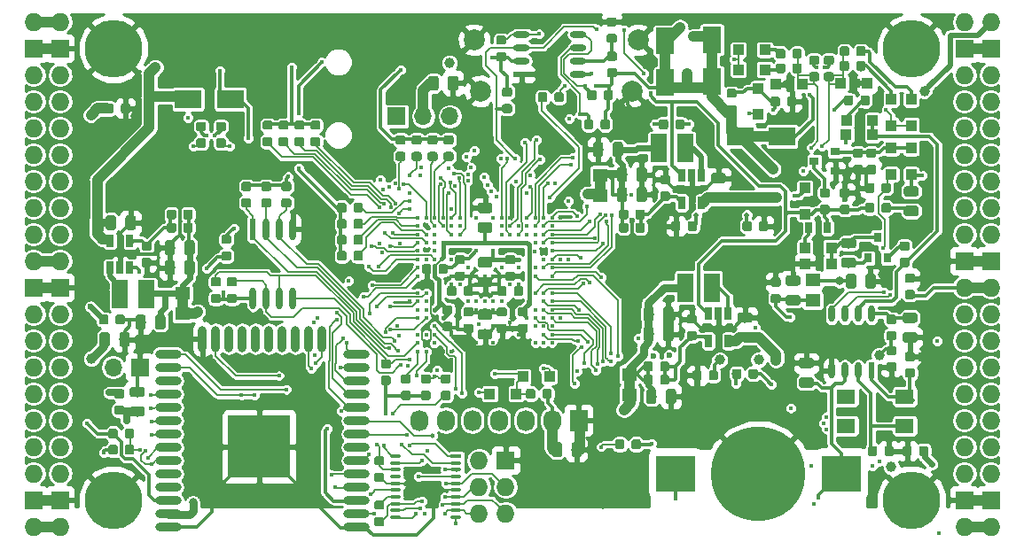
<source format=gbl>
G04 #@! TF.GenerationSoftware,KiCad,Pcbnew,5.0.0+dfsg1-2*
G04 #@! TF.CreationDate,2018-09-12T11:57:53+02:00*
G04 #@! TF.ProjectId,ulx3s,756C7833732E6B696361645F70636200,rev?*
G04 #@! TF.SameCoordinates,Original*
G04 #@! TF.FileFunction,Copper,L4,Bot,Signal*
G04 #@! TF.FilePolarity,Positive*
%FSLAX46Y46*%
G04 Gerber Fmt 4.6, Leading zero omitted, Abs format (unit mm)*
G04 Created by KiCad (PCBNEW 5.0.0+dfsg1-2) date Wed Sep 12 11:57:53 2018*
%MOMM*%
%LPD*%
G01*
G04 APERTURE LIST*
G04 #@! TA.AperFunction,EtchedComponent*
%ADD10C,1.000000*%
G04 #@! TD*
G04 #@! TA.AperFunction,Conductor*
%ADD11C,0.100000*%
G04 #@! TD*
G04 #@! TA.AperFunction,SMDPad,CuDef*
%ADD12C,0.975000*%
G04 #@! TD*
G04 #@! TA.AperFunction,SMDPad,CuDef*
%ADD13C,0.875000*%
G04 #@! TD*
G04 #@! TA.AperFunction,SMDPad,CuDef*
%ADD14R,0.900000X0.800000*%
G04 #@! TD*
G04 #@! TA.AperFunction,SMDPad,CuDef*
%ADD15R,1.000000X1.000000*%
G04 #@! TD*
G04 #@! TA.AperFunction,SMDPad,CuDef*
%ADD16R,0.700000X1.200000*%
G04 #@! TD*
G04 #@! TA.AperFunction,SMDPad,CuDef*
%ADD17O,1.000000X0.400000*%
G04 #@! TD*
G04 #@! TA.AperFunction,SMDPad,CuDef*
%ADD18R,1.000000X0.400000*%
G04 #@! TD*
G04 #@! TA.AperFunction,ComponentPad*
%ADD19C,2.000000*%
G04 #@! TD*
G04 #@! TA.AperFunction,SMDPad,CuDef*
%ADD20R,3.700000X3.500000*%
G04 #@! TD*
G04 #@! TA.AperFunction,BGAPad,CuDef*
%ADD21C,9.000000*%
G04 #@! TD*
G04 #@! TA.AperFunction,SMDPad,CuDef*
%ADD22R,1.800000X1.400000*%
G04 #@! TD*
G04 #@! TA.AperFunction,ComponentPad*
%ADD23R,1.727200X2.032000*%
G04 #@! TD*
G04 #@! TA.AperFunction,ComponentPad*
%ADD24O,1.727200X2.032000*%
G04 #@! TD*
G04 #@! TA.AperFunction,SMDPad,CuDef*
%ADD25R,0.600000X1.550000*%
G04 #@! TD*
G04 #@! TA.AperFunction,SMDPad,CuDef*
%ADD26O,0.600000X1.550000*%
G04 #@! TD*
G04 #@! TA.AperFunction,SMDPad,CuDef*
%ADD27R,1.550000X0.600000*%
G04 #@! TD*
G04 #@! TA.AperFunction,SMDPad,CuDef*
%ADD28O,1.550000X0.600000*%
G04 #@! TD*
G04 #@! TA.AperFunction,SMDPad,CuDef*
%ADD29R,0.600000X2.100000*%
G04 #@! TD*
G04 #@! TA.AperFunction,SMDPad,CuDef*
%ADD30O,0.600000X2.100000*%
G04 #@! TD*
G04 #@! TA.AperFunction,SMDPad,CuDef*
%ADD31O,2.500000X0.900000*%
G04 #@! TD*
G04 #@! TA.AperFunction,SMDPad,CuDef*
%ADD32O,0.900000X2.500000*%
G04 #@! TD*
G04 #@! TA.AperFunction,SMDPad,CuDef*
%ADD33R,6.000000X6.000000*%
G04 #@! TD*
G04 #@! TA.AperFunction,SMDPad,CuDef*
%ADD34R,1.400000X1.295000*%
G04 #@! TD*
G04 #@! TA.AperFunction,SMDPad,CuDef*
%ADD35R,2.500000X1.800000*%
G04 #@! TD*
G04 #@! TA.AperFunction,SMDPad,CuDef*
%ADD36R,1.800000X2.500000*%
G04 #@! TD*
G04 #@! TA.AperFunction,ComponentPad*
%ADD37O,1.727200X1.727200*%
G04 #@! TD*
G04 #@! TA.AperFunction,ComponentPad*
%ADD38R,1.727200X1.727200*%
G04 #@! TD*
G04 #@! TA.AperFunction,ComponentPad*
%ADD39C,5.500000*%
G04 #@! TD*
G04 #@! TA.AperFunction,BGAPad,CuDef*
%ADD40C,0.300000*%
G04 #@! TD*
G04 #@! TA.AperFunction,ComponentPad*
%ADD41R,1.700000X1.700000*%
G04 #@! TD*
G04 #@! TA.AperFunction,ComponentPad*
%ADD42O,1.700000X1.700000*%
G04 #@! TD*
G04 #@! TA.AperFunction,SMDPad,CuDef*
%ADD43R,1.500000X2.700000*%
G04 #@! TD*
G04 #@! TA.AperFunction,SMDPad,CuDef*
%ADD44R,0.670000X1.000000*%
G04 #@! TD*
G04 #@! TA.AperFunction,SMDPad,CuDef*
%ADD45R,0.800000X0.900000*%
G04 #@! TD*
G04 #@! TA.AperFunction,ViaPad*
%ADD46C,2.000000*%
G04 #@! TD*
G04 #@! TA.AperFunction,ViaPad*
%ADD47C,0.419000*%
G04 #@! TD*
G04 #@! TA.AperFunction,ViaPad*
%ADD48C,0.600000*%
G04 #@! TD*
G04 #@! TA.AperFunction,ViaPad*
%ADD49C,1.000000*%
G04 #@! TD*
G04 #@! TA.AperFunction,ViaPad*
%ADD50C,0.800000*%
G04 #@! TD*
G04 #@! TA.AperFunction,ViaPad*
%ADD51C,0.500000*%
G04 #@! TD*
G04 #@! TA.AperFunction,ViaPad*
%ADD52C,0.700000*%
G04 #@! TD*
G04 #@! TA.AperFunction,ViaPad*
%ADD53C,0.454000*%
G04 #@! TD*
G04 #@! TA.AperFunction,Conductor*
%ADD54C,0.300000*%
G04 #@! TD*
G04 #@! TA.AperFunction,Conductor*
%ADD55C,1.000000*%
G04 #@! TD*
G04 #@! TA.AperFunction,Conductor*
%ADD56C,0.190000*%
G04 #@! TD*
G04 #@! TA.AperFunction,Conductor*
%ADD57C,0.700000*%
G04 #@! TD*
G04 #@! TA.AperFunction,Conductor*
%ADD58C,0.127000*%
G04 #@! TD*
G04 #@! TA.AperFunction,Conductor*
%ADD59C,0.800000*%
G04 #@! TD*
G04 #@! TA.AperFunction,Conductor*
%ADD60C,0.500000*%
G04 #@! TD*
G04 #@! TA.AperFunction,Conductor*
%ADD61C,0.400000*%
G04 #@! TD*
G04 #@! TA.AperFunction,Conductor*
%ADD62C,0.600000*%
G04 #@! TD*
G04 #@! TA.AperFunction,Conductor*
%ADD63C,0.200000*%
G04 #@! TD*
G04 #@! TA.AperFunction,Conductor*
%ADD64C,0.254000*%
G04 #@! TD*
G04 APERTURE END LIST*
D10*
G04 #@! TO.C,RP3*
X149472000Y-77311000D02*
X149472000Y-79311000D01*
G04 #@! TO.C,RP2*
X109609000Y-88632000D02*
X109609000Y-90632000D01*
G04 #@! TO.C,RP1*
X152281000Y-96361000D02*
X152281000Y-98361000D01*
G04 #@! TO.C,D9*
X166854000Y-73630000D02*
X162854000Y-73630000D01*
G04 #@! TO.C,D52*
X160155000Y-64391000D02*
X160155000Y-68391000D01*
G04 #@! TO.C,D51*
X155710000Y-68518000D02*
X155710000Y-64518000D01*
G04 #@! TD*
D11*
G04 #@! TO.N,GND*
G04 #@! TO.C,C1*
G36*
X104908642Y-81186174D02*
X104932303Y-81189684D01*
X104955507Y-81195496D01*
X104978029Y-81203554D01*
X104999653Y-81213782D01*
X105020170Y-81226079D01*
X105039383Y-81240329D01*
X105057107Y-81256393D01*
X105073171Y-81274117D01*
X105087421Y-81293330D01*
X105099718Y-81313847D01*
X105109946Y-81335471D01*
X105118004Y-81357993D01*
X105123816Y-81381197D01*
X105127326Y-81404858D01*
X105128500Y-81428750D01*
X105128500Y-82341250D01*
X105127326Y-82365142D01*
X105123816Y-82388803D01*
X105118004Y-82412007D01*
X105109946Y-82434529D01*
X105099718Y-82456153D01*
X105087421Y-82476670D01*
X105073171Y-82495883D01*
X105057107Y-82513607D01*
X105039383Y-82529671D01*
X105020170Y-82543921D01*
X104999653Y-82556218D01*
X104978029Y-82566446D01*
X104955507Y-82574504D01*
X104932303Y-82580316D01*
X104908642Y-82583826D01*
X104884750Y-82585000D01*
X104397250Y-82585000D01*
X104373358Y-82583826D01*
X104349697Y-82580316D01*
X104326493Y-82574504D01*
X104303971Y-82566446D01*
X104282347Y-82556218D01*
X104261830Y-82543921D01*
X104242617Y-82529671D01*
X104224893Y-82513607D01*
X104208829Y-82495883D01*
X104194579Y-82476670D01*
X104182282Y-82456153D01*
X104172054Y-82434529D01*
X104163996Y-82412007D01*
X104158184Y-82388803D01*
X104154674Y-82365142D01*
X104153500Y-82341250D01*
X104153500Y-81428750D01*
X104154674Y-81404858D01*
X104158184Y-81381197D01*
X104163996Y-81357993D01*
X104172054Y-81335471D01*
X104182282Y-81313847D01*
X104194579Y-81293330D01*
X104208829Y-81274117D01*
X104224893Y-81256393D01*
X104242617Y-81240329D01*
X104261830Y-81226079D01*
X104282347Y-81213782D01*
X104303971Y-81203554D01*
X104326493Y-81195496D01*
X104349697Y-81189684D01*
X104373358Y-81186174D01*
X104397250Y-81185000D01*
X104884750Y-81185000D01*
X104908642Y-81186174D01*
X104908642Y-81186174D01*
G37*
D12*
G04 #@! TD*
G04 #@! TO.P,C1,2*
G04 #@! TO.N,GND*
X104641000Y-81885000D03*
D11*
G04 #@! TO.N,+5V*
G04 #@! TO.C,C1*
G36*
X103033642Y-81186174D02*
X103057303Y-81189684D01*
X103080507Y-81195496D01*
X103103029Y-81203554D01*
X103124653Y-81213782D01*
X103145170Y-81226079D01*
X103164383Y-81240329D01*
X103182107Y-81256393D01*
X103198171Y-81274117D01*
X103212421Y-81293330D01*
X103224718Y-81313847D01*
X103234946Y-81335471D01*
X103243004Y-81357993D01*
X103248816Y-81381197D01*
X103252326Y-81404858D01*
X103253500Y-81428750D01*
X103253500Y-82341250D01*
X103252326Y-82365142D01*
X103248816Y-82388803D01*
X103243004Y-82412007D01*
X103234946Y-82434529D01*
X103224718Y-82456153D01*
X103212421Y-82476670D01*
X103198171Y-82495883D01*
X103182107Y-82513607D01*
X103164383Y-82529671D01*
X103145170Y-82543921D01*
X103124653Y-82556218D01*
X103103029Y-82566446D01*
X103080507Y-82574504D01*
X103057303Y-82580316D01*
X103033642Y-82583826D01*
X103009750Y-82585000D01*
X102522250Y-82585000D01*
X102498358Y-82583826D01*
X102474697Y-82580316D01*
X102451493Y-82574504D01*
X102428971Y-82566446D01*
X102407347Y-82556218D01*
X102386830Y-82543921D01*
X102367617Y-82529671D01*
X102349893Y-82513607D01*
X102333829Y-82495883D01*
X102319579Y-82476670D01*
X102307282Y-82456153D01*
X102297054Y-82434529D01*
X102288996Y-82412007D01*
X102283184Y-82388803D01*
X102279674Y-82365142D01*
X102278500Y-82341250D01*
X102278500Y-81428750D01*
X102279674Y-81404858D01*
X102283184Y-81381197D01*
X102288996Y-81357993D01*
X102297054Y-81335471D01*
X102307282Y-81313847D01*
X102319579Y-81293330D01*
X102333829Y-81274117D01*
X102349893Y-81256393D01*
X102367617Y-81240329D01*
X102386830Y-81226079D01*
X102407347Y-81213782D01*
X102428971Y-81203554D01*
X102451493Y-81195496D01*
X102474697Y-81189684D01*
X102498358Y-81186174D01*
X102522250Y-81185000D01*
X103009750Y-81185000D01*
X103033642Y-81186174D01*
X103033642Y-81186174D01*
G37*
D12*
G04 #@! TD*
G04 #@! TO.P,C1,1*
G04 #@! TO.N,+5V*
X102766000Y-81885000D03*
D11*
G04 #@! TO.N,FT2V5*
G04 #@! TO.C,R9*
G36*
X128667691Y-110031053D02*
X128688926Y-110034203D01*
X128709750Y-110039419D01*
X128729962Y-110046651D01*
X128749368Y-110055830D01*
X128767781Y-110066866D01*
X128785024Y-110079654D01*
X128800930Y-110094070D01*
X128815346Y-110109976D01*
X128828134Y-110127219D01*
X128839170Y-110145632D01*
X128848349Y-110165038D01*
X128855581Y-110185250D01*
X128860797Y-110206074D01*
X128863947Y-110227309D01*
X128865000Y-110248750D01*
X128865000Y-110686250D01*
X128863947Y-110707691D01*
X128860797Y-110728926D01*
X128855581Y-110749750D01*
X128848349Y-110769962D01*
X128839170Y-110789368D01*
X128828134Y-110807781D01*
X128815346Y-110825024D01*
X128800930Y-110840930D01*
X128785024Y-110855346D01*
X128767781Y-110868134D01*
X128749368Y-110879170D01*
X128729962Y-110888349D01*
X128709750Y-110895581D01*
X128688926Y-110900797D01*
X128667691Y-110903947D01*
X128646250Y-110905000D01*
X128133750Y-110905000D01*
X128112309Y-110903947D01*
X128091074Y-110900797D01*
X128070250Y-110895581D01*
X128050038Y-110888349D01*
X128030632Y-110879170D01*
X128012219Y-110868134D01*
X127994976Y-110855346D01*
X127979070Y-110840930D01*
X127964654Y-110825024D01*
X127951866Y-110807781D01*
X127940830Y-110789368D01*
X127931651Y-110769962D01*
X127924419Y-110749750D01*
X127919203Y-110728926D01*
X127916053Y-110707691D01*
X127915000Y-110686250D01*
X127915000Y-110248750D01*
X127916053Y-110227309D01*
X127919203Y-110206074D01*
X127924419Y-110185250D01*
X127931651Y-110165038D01*
X127940830Y-110145632D01*
X127951866Y-110127219D01*
X127964654Y-110109976D01*
X127979070Y-110094070D01*
X127994976Y-110079654D01*
X128012219Y-110066866D01*
X128030632Y-110055830D01*
X128050038Y-110046651D01*
X128070250Y-110039419D01*
X128091074Y-110034203D01*
X128112309Y-110031053D01*
X128133750Y-110030000D01*
X128646250Y-110030000D01*
X128667691Y-110031053D01*
X128667691Y-110031053D01*
G37*
D13*
G04 #@! TD*
G04 #@! TO.P,R9,2*
G04 #@! TO.N,FT2V5*
X128390000Y-110467500D03*
D11*
G04 #@! TO.N,nRESET*
G04 #@! TO.C,R9*
G36*
X128667691Y-108456053D02*
X128688926Y-108459203D01*
X128709750Y-108464419D01*
X128729962Y-108471651D01*
X128749368Y-108480830D01*
X128767781Y-108491866D01*
X128785024Y-108504654D01*
X128800930Y-108519070D01*
X128815346Y-108534976D01*
X128828134Y-108552219D01*
X128839170Y-108570632D01*
X128848349Y-108590038D01*
X128855581Y-108610250D01*
X128860797Y-108631074D01*
X128863947Y-108652309D01*
X128865000Y-108673750D01*
X128865000Y-109111250D01*
X128863947Y-109132691D01*
X128860797Y-109153926D01*
X128855581Y-109174750D01*
X128848349Y-109194962D01*
X128839170Y-109214368D01*
X128828134Y-109232781D01*
X128815346Y-109250024D01*
X128800930Y-109265930D01*
X128785024Y-109280346D01*
X128767781Y-109293134D01*
X128749368Y-109304170D01*
X128729962Y-109313349D01*
X128709750Y-109320581D01*
X128688926Y-109325797D01*
X128667691Y-109328947D01*
X128646250Y-109330000D01*
X128133750Y-109330000D01*
X128112309Y-109328947D01*
X128091074Y-109325797D01*
X128070250Y-109320581D01*
X128050038Y-109313349D01*
X128030632Y-109304170D01*
X128012219Y-109293134D01*
X127994976Y-109280346D01*
X127979070Y-109265930D01*
X127964654Y-109250024D01*
X127951866Y-109232781D01*
X127940830Y-109214368D01*
X127931651Y-109194962D01*
X127924419Y-109174750D01*
X127919203Y-109153926D01*
X127916053Y-109132691D01*
X127915000Y-109111250D01*
X127915000Y-108673750D01*
X127916053Y-108652309D01*
X127919203Y-108631074D01*
X127924419Y-108610250D01*
X127931651Y-108590038D01*
X127940830Y-108570632D01*
X127951866Y-108552219D01*
X127964654Y-108534976D01*
X127979070Y-108519070D01*
X127994976Y-108504654D01*
X128012219Y-108491866D01*
X128030632Y-108480830D01*
X128050038Y-108471651D01*
X128070250Y-108464419D01*
X128091074Y-108459203D01*
X128112309Y-108456053D01*
X128133750Y-108455000D01*
X128646250Y-108455000D01*
X128667691Y-108456053D01*
X128667691Y-108456053D01*
G37*
D13*
G04 #@! TD*
G04 #@! TO.P,R9,1*
G04 #@! TO.N,nRESET*
X128390000Y-108892500D03*
D11*
G04 #@! TO.N,FTDI_TXDEN*
G04 #@! TO.C,R56*
G36*
X128667691Y-104222053D02*
X128688926Y-104225203D01*
X128709750Y-104230419D01*
X128729962Y-104237651D01*
X128749368Y-104246830D01*
X128767781Y-104257866D01*
X128785024Y-104270654D01*
X128800930Y-104285070D01*
X128815346Y-104300976D01*
X128828134Y-104318219D01*
X128839170Y-104336632D01*
X128848349Y-104356038D01*
X128855581Y-104376250D01*
X128860797Y-104397074D01*
X128863947Y-104418309D01*
X128865000Y-104439750D01*
X128865000Y-104877250D01*
X128863947Y-104898691D01*
X128860797Y-104919926D01*
X128855581Y-104940750D01*
X128848349Y-104960962D01*
X128839170Y-104980368D01*
X128828134Y-104998781D01*
X128815346Y-105016024D01*
X128800930Y-105031930D01*
X128785024Y-105046346D01*
X128767781Y-105059134D01*
X128749368Y-105070170D01*
X128729962Y-105079349D01*
X128709750Y-105086581D01*
X128688926Y-105091797D01*
X128667691Y-105094947D01*
X128646250Y-105096000D01*
X128133750Y-105096000D01*
X128112309Y-105094947D01*
X128091074Y-105091797D01*
X128070250Y-105086581D01*
X128050038Y-105079349D01*
X128030632Y-105070170D01*
X128012219Y-105059134D01*
X127994976Y-105046346D01*
X127979070Y-105031930D01*
X127964654Y-105016024D01*
X127951866Y-104998781D01*
X127940830Y-104980368D01*
X127931651Y-104960962D01*
X127924419Y-104940750D01*
X127919203Y-104919926D01*
X127916053Y-104898691D01*
X127915000Y-104877250D01*
X127915000Y-104439750D01*
X127916053Y-104418309D01*
X127919203Y-104397074D01*
X127924419Y-104376250D01*
X127931651Y-104356038D01*
X127940830Y-104336632D01*
X127951866Y-104318219D01*
X127964654Y-104300976D01*
X127979070Y-104285070D01*
X127994976Y-104270654D01*
X128012219Y-104257866D01*
X128030632Y-104246830D01*
X128050038Y-104237651D01*
X128070250Y-104230419D01*
X128091074Y-104225203D01*
X128112309Y-104222053D01*
X128133750Y-104221000D01*
X128646250Y-104221000D01*
X128667691Y-104222053D01*
X128667691Y-104222053D01*
G37*
D13*
G04 #@! TD*
G04 #@! TO.P,R56,2*
G04 #@! TO.N,FTDI_TXDEN*
X128390000Y-104658500D03*
D11*
G04 #@! TO.N,GND*
G04 #@! TO.C,R56*
G36*
X128667691Y-105797053D02*
X128688926Y-105800203D01*
X128709750Y-105805419D01*
X128729962Y-105812651D01*
X128749368Y-105821830D01*
X128767781Y-105832866D01*
X128785024Y-105845654D01*
X128800930Y-105860070D01*
X128815346Y-105875976D01*
X128828134Y-105893219D01*
X128839170Y-105911632D01*
X128848349Y-105931038D01*
X128855581Y-105951250D01*
X128860797Y-105972074D01*
X128863947Y-105993309D01*
X128865000Y-106014750D01*
X128865000Y-106452250D01*
X128863947Y-106473691D01*
X128860797Y-106494926D01*
X128855581Y-106515750D01*
X128848349Y-106535962D01*
X128839170Y-106555368D01*
X128828134Y-106573781D01*
X128815346Y-106591024D01*
X128800930Y-106606930D01*
X128785024Y-106621346D01*
X128767781Y-106634134D01*
X128749368Y-106645170D01*
X128729962Y-106654349D01*
X128709750Y-106661581D01*
X128688926Y-106666797D01*
X128667691Y-106669947D01*
X128646250Y-106671000D01*
X128133750Y-106671000D01*
X128112309Y-106669947D01*
X128091074Y-106666797D01*
X128070250Y-106661581D01*
X128050038Y-106654349D01*
X128030632Y-106645170D01*
X128012219Y-106634134D01*
X127994976Y-106621346D01*
X127979070Y-106606930D01*
X127964654Y-106591024D01*
X127951866Y-106573781D01*
X127940830Y-106555368D01*
X127931651Y-106535962D01*
X127924419Y-106515750D01*
X127919203Y-106494926D01*
X127916053Y-106473691D01*
X127915000Y-106452250D01*
X127915000Y-106014750D01*
X127916053Y-105993309D01*
X127919203Y-105972074D01*
X127924419Y-105951250D01*
X127931651Y-105931038D01*
X127940830Y-105911632D01*
X127951866Y-105893219D01*
X127964654Y-105875976D01*
X127979070Y-105860070D01*
X127994976Y-105845654D01*
X128012219Y-105832866D01*
X128030632Y-105821830D01*
X128050038Y-105812651D01*
X128070250Y-105805419D01*
X128091074Y-105800203D01*
X128112309Y-105797053D01*
X128133750Y-105796000D01*
X128646250Y-105796000D01*
X128667691Y-105797053D01*
X128667691Y-105797053D01*
G37*
D13*
G04 #@! TD*
G04 #@! TO.P,R56,1*
G04 #@! TO.N,GND*
X128390000Y-106233500D03*
D11*
G04 #@! TO.N,PROG_DONE*
G04 #@! TO.C,R55*
G36*
X135017691Y-97966053D02*
X135038926Y-97969203D01*
X135059750Y-97974419D01*
X135079962Y-97981651D01*
X135099368Y-97990830D01*
X135117781Y-98001866D01*
X135135024Y-98014654D01*
X135150930Y-98029070D01*
X135165346Y-98044976D01*
X135178134Y-98062219D01*
X135189170Y-98080632D01*
X135198349Y-98100038D01*
X135205581Y-98120250D01*
X135210797Y-98141074D01*
X135213947Y-98162309D01*
X135215000Y-98183750D01*
X135215000Y-98621250D01*
X135213947Y-98642691D01*
X135210797Y-98663926D01*
X135205581Y-98684750D01*
X135198349Y-98704962D01*
X135189170Y-98724368D01*
X135178134Y-98742781D01*
X135165346Y-98760024D01*
X135150930Y-98775930D01*
X135135024Y-98790346D01*
X135117781Y-98803134D01*
X135099368Y-98814170D01*
X135079962Y-98823349D01*
X135059750Y-98830581D01*
X135038926Y-98835797D01*
X135017691Y-98838947D01*
X134996250Y-98840000D01*
X134483750Y-98840000D01*
X134462309Y-98838947D01*
X134441074Y-98835797D01*
X134420250Y-98830581D01*
X134400038Y-98823349D01*
X134380632Y-98814170D01*
X134362219Y-98803134D01*
X134344976Y-98790346D01*
X134329070Y-98775930D01*
X134314654Y-98760024D01*
X134301866Y-98742781D01*
X134290830Y-98724368D01*
X134281651Y-98704962D01*
X134274419Y-98684750D01*
X134269203Y-98663926D01*
X134266053Y-98642691D01*
X134265000Y-98621250D01*
X134265000Y-98183750D01*
X134266053Y-98162309D01*
X134269203Y-98141074D01*
X134274419Y-98120250D01*
X134281651Y-98100038D01*
X134290830Y-98080632D01*
X134301866Y-98062219D01*
X134314654Y-98044976D01*
X134329070Y-98029070D01*
X134344976Y-98014654D01*
X134362219Y-98001866D01*
X134380632Y-97990830D01*
X134400038Y-97981651D01*
X134420250Y-97974419D01*
X134441074Y-97969203D01*
X134462309Y-97966053D01*
X134483750Y-97965000D01*
X134996250Y-97965000D01*
X135017691Y-97966053D01*
X135017691Y-97966053D01*
G37*
D13*
G04 #@! TD*
G04 #@! TO.P,R55,2*
G04 #@! TO.N,PROG_DONE*
X134740000Y-98402500D03*
D11*
G04 #@! TO.N,/flash/FPGA_DONE*
G04 #@! TO.C,R55*
G36*
X135017691Y-96391053D02*
X135038926Y-96394203D01*
X135059750Y-96399419D01*
X135079962Y-96406651D01*
X135099368Y-96415830D01*
X135117781Y-96426866D01*
X135135024Y-96439654D01*
X135150930Y-96454070D01*
X135165346Y-96469976D01*
X135178134Y-96487219D01*
X135189170Y-96505632D01*
X135198349Y-96525038D01*
X135205581Y-96545250D01*
X135210797Y-96566074D01*
X135213947Y-96587309D01*
X135215000Y-96608750D01*
X135215000Y-97046250D01*
X135213947Y-97067691D01*
X135210797Y-97088926D01*
X135205581Y-97109750D01*
X135198349Y-97129962D01*
X135189170Y-97149368D01*
X135178134Y-97167781D01*
X135165346Y-97185024D01*
X135150930Y-97200930D01*
X135135024Y-97215346D01*
X135117781Y-97228134D01*
X135099368Y-97239170D01*
X135079962Y-97248349D01*
X135059750Y-97255581D01*
X135038926Y-97260797D01*
X135017691Y-97263947D01*
X134996250Y-97265000D01*
X134483750Y-97265000D01*
X134462309Y-97263947D01*
X134441074Y-97260797D01*
X134420250Y-97255581D01*
X134400038Y-97248349D01*
X134380632Y-97239170D01*
X134362219Y-97228134D01*
X134344976Y-97215346D01*
X134329070Y-97200930D01*
X134314654Y-97185024D01*
X134301866Y-97167781D01*
X134290830Y-97149368D01*
X134281651Y-97129962D01*
X134274419Y-97109750D01*
X134269203Y-97088926D01*
X134266053Y-97067691D01*
X134265000Y-97046250D01*
X134265000Y-96608750D01*
X134266053Y-96587309D01*
X134269203Y-96566074D01*
X134274419Y-96545250D01*
X134281651Y-96525038D01*
X134290830Y-96505632D01*
X134301866Y-96487219D01*
X134314654Y-96469976D01*
X134329070Y-96454070D01*
X134344976Y-96439654D01*
X134362219Y-96426866D01*
X134380632Y-96415830D01*
X134400038Y-96406651D01*
X134420250Y-96399419D01*
X134441074Y-96394203D01*
X134462309Y-96391053D01*
X134483750Y-96390000D01*
X134996250Y-96390000D01*
X135017691Y-96391053D01*
X135017691Y-96391053D01*
G37*
D13*
G04 #@! TD*
G04 #@! TO.P,R55,1*
G04 #@! TO.N,/flash/FPGA_DONE*
X134740000Y-96827500D03*
D11*
G04 #@! TO.N,/flash/FPGA_DONE*
G04 #@! TO.C,R32*
G36*
X133112691Y-96391053D02*
X133133926Y-96394203D01*
X133154750Y-96399419D01*
X133174962Y-96406651D01*
X133194368Y-96415830D01*
X133212781Y-96426866D01*
X133230024Y-96439654D01*
X133245930Y-96454070D01*
X133260346Y-96469976D01*
X133273134Y-96487219D01*
X133284170Y-96505632D01*
X133293349Y-96525038D01*
X133300581Y-96545250D01*
X133305797Y-96566074D01*
X133308947Y-96587309D01*
X133310000Y-96608750D01*
X133310000Y-97046250D01*
X133308947Y-97067691D01*
X133305797Y-97088926D01*
X133300581Y-97109750D01*
X133293349Y-97129962D01*
X133284170Y-97149368D01*
X133273134Y-97167781D01*
X133260346Y-97185024D01*
X133245930Y-97200930D01*
X133230024Y-97215346D01*
X133212781Y-97228134D01*
X133194368Y-97239170D01*
X133174962Y-97248349D01*
X133154750Y-97255581D01*
X133133926Y-97260797D01*
X133112691Y-97263947D01*
X133091250Y-97265000D01*
X132578750Y-97265000D01*
X132557309Y-97263947D01*
X132536074Y-97260797D01*
X132515250Y-97255581D01*
X132495038Y-97248349D01*
X132475632Y-97239170D01*
X132457219Y-97228134D01*
X132439976Y-97215346D01*
X132424070Y-97200930D01*
X132409654Y-97185024D01*
X132396866Y-97167781D01*
X132385830Y-97149368D01*
X132376651Y-97129962D01*
X132369419Y-97109750D01*
X132364203Y-97088926D01*
X132361053Y-97067691D01*
X132360000Y-97046250D01*
X132360000Y-96608750D01*
X132361053Y-96587309D01*
X132364203Y-96566074D01*
X132369419Y-96545250D01*
X132376651Y-96525038D01*
X132385830Y-96505632D01*
X132396866Y-96487219D01*
X132409654Y-96469976D01*
X132424070Y-96454070D01*
X132439976Y-96439654D01*
X132457219Y-96426866D01*
X132475632Y-96415830D01*
X132495038Y-96406651D01*
X132515250Y-96399419D01*
X132536074Y-96394203D01*
X132557309Y-96391053D01*
X132578750Y-96390000D01*
X133091250Y-96390000D01*
X133112691Y-96391053D01*
X133112691Y-96391053D01*
G37*
D13*
G04 #@! TD*
G04 #@! TO.P,R32,2*
G04 #@! TO.N,/flash/FPGA_DONE*
X132835000Y-96827500D03*
D11*
G04 #@! TO.N,+3V3*
G04 #@! TO.C,R32*
G36*
X133112691Y-97966053D02*
X133133926Y-97969203D01*
X133154750Y-97974419D01*
X133174962Y-97981651D01*
X133194368Y-97990830D01*
X133212781Y-98001866D01*
X133230024Y-98014654D01*
X133245930Y-98029070D01*
X133260346Y-98044976D01*
X133273134Y-98062219D01*
X133284170Y-98080632D01*
X133293349Y-98100038D01*
X133300581Y-98120250D01*
X133305797Y-98141074D01*
X133308947Y-98162309D01*
X133310000Y-98183750D01*
X133310000Y-98621250D01*
X133308947Y-98642691D01*
X133305797Y-98663926D01*
X133300581Y-98684750D01*
X133293349Y-98704962D01*
X133284170Y-98724368D01*
X133273134Y-98742781D01*
X133260346Y-98760024D01*
X133245930Y-98775930D01*
X133230024Y-98790346D01*
X133212781Y-98803134D01*
X133194368Y-98814170D01*
X133174962Y-98823349D01*
X133154750Y-98830581D01*
X133133926Y-98835797D01*
X133112691Y-98838947D01*
X133091250Y-98840000D01*
X132578750Y-98840000D01*
X132557309Y-98838947D01*
X132536074Y-98835797D01*
X132515250Y-98830581D01*
X132495038Y-98823349D01*
X132475632Y-98814170D01*
X132457219Y-98803134D01*
X132439976Y-98790346D01*
X132424070Y-98775930D01*
X132409654Y-98760024D01*
X132396866Y-98742781D01*
X132385830Y-98724368D01*
X132376651Y-98704962D01*
X132369419Y-98684750D01*
X132364203Y-98663926D01*
X132361053Y-98642691D01*
X132360000Y-98621250D01*
X132360000Y-98183750D01*
X132361053Y-98162309D01*
X132364203Y-98141074D01*
X132369419Y-98120250D01*
X132376651Y-98100038D01*
X132385830Y-98080632D01*
X132396866Y-98062219D01*
X132409654Y-98044976D01*
X132424070Y-98029070D01*
X132439976Y-98014654D01*
X132457219Y-98001866D01*
X132475632Y-97990830D01*
X132495038Y-97981651D01*
X132515250Y-97974419D01*
X132536074Y-97969203D01*
X132557309Y-97966053D01*
X132578750Y-97965000D01*
X133091250Y-97965000D01*
X133112691Y-97966053D01*
X133112691Y-97966053D01*
G37*
D13*
G04 #@! TD*
G04 #@! TO.P,R32,1*
G04 #@! TO.N,+3V3*
X132835000Y-98402500D03*
D11*
G04 #@! TO.N,/flash/FPGA_INITN*
G04 #@! TO.C,R33*
G36*
X131207691Y-96391053D02*
X131228926Y-96394203D01*
X131249750Y-96399419D01*
X131269962Y-96406651D01*
X131289368Y-96415830D01*
X131307781Y-96426866D01*
X131325024Y-96439654D01*
X131340930Y-96454070D01*
X131355346Y-96469976D01*
X131368134Y-96487219D01*
X131379170Y-96505632D01*
X131388349Y-96525038D01*
X131395581Y-96545250D01*
X131400797Y-96566074D01*
X131403947Y-96587309D01*
X131405000Y-96608750D01*
X131405000Y-97046250D01*
X131403947Y-97067691D01*
X131400797Y-97088926D01*
X131395581Y-97109750D01*
X131388349Y-97129962D01*
X131379170Y-97149368D01*
X131368134Y-97167781D01*
X131355346Y-97185024D01*
X131340930Y-97200930D01*
X131325024Y-97215346D01*
X131307781Y-97228134D01*
X131289368Y-97239170D01*
X131269962Y-97248349D01*
X131249750Y-97255581D01*
X131228926Y-97260797D01*
X131207691Y-97263947D01*
X131186250Y-97265000D01*
X130673750Y-97265000D01*
X130652309Y-97263947D01*
X130631074Y-97260797D01*
X130610250Y-97255581D01*
X130590038Y-97248349D01*
X130570632Y-97239170D01*
X130552219Y-97228134D01*
X130534976Y-97215346D01*
X130519070Y-97200930D01*
X130504654Y-97185024D01*
X130491866Y-97167781D01*
X130480830Y-97149368D01*
X130471651Y-97129962D01*
X130464419Y-97109750D01*
X130459203Y-97088926D01*
X130456053Y-97067691D01*
X130455000Y-97046250D01*
X130455000Y-96608750D01*
X130456053Y-96587309D01*
X130459203Y-96566074D01*
X130464419Y-96545250D01*
X130471651Y-96525038D01*
X130480830Y-96505632D01*
X130491866Y-96487219D01*
X130504654Y-96469976D01*
X130519070Y-96454070D01*
X130534976Y-96439654D01*
X130552219Y-96426866D01*
X130570632Y-96415830D01*
X130590038Y-96406651D01*
X130610250Y-96399419D01*
X130631074Y-96394203D01*
X130652309Y-96391053D01*
X130673750Y-96390000D01*
X131186250Y-96390000D01*
X131207691Y-96391053D01*
X131207691Y-96391053D01*
G37*
D13*
G04 #@! TD*
G04 #@! TO.P,R33,2*
G04 #@! TO.N,/flash/FPGA_INITN*
X130930000Y-96827500D03*
D11*
G04 #@! TO.N,+3V3*
G04 #@! TO.C,R33*
G36*
X131207691Y-97966053D02*
X131228926Y-97969203D01*
X131249750Y-97974419D01*
X131269962Y-97981651D01*
X131289368Y-97990830D01*
X131307781Y-98001866D01*
X131325024Y-98014654D01*
X131340930Y-98029070D01*
X131355346Y-98044976D01*
X131368134Y-98062219D01*
X131379170Y-98080632D01*
X131388349Y-98100038D01*
X131395581Y-98120250D01*
X131400797Y-98141074D01*
X131403947Y-98162309D01*
X131405000Y-98183750D01*
X131405000Y-98621250D01*
X131403947Y-98642691D01*
X131400797Y-98663926D01*
X131395581Y-98684750D01*
X131388349Y-98704962D01*
X131379170Y-98724368D01*
X131368134Y-98742781D01*
X131355346Y-98760024D01*
X131340930Y-98775930D01*
X131325024Y-98790346D01*
X131307781Y-98803134D01*
X131289368Y-98814170D01*
X131269962Y-98823349D01*
X131249750Y-98830581D01*
X131228926Y-98835797D01*
X131207691Y-98838947D01*
X131186250Y-98840000D01*
X130673750Y-98840000D01*
X130652309Y-98838947D01*
X130631074Y-98835797D01*
X130610250Y-98830581D01*
X130590038Y-98823349D01*
X130570632Y-98814170D01*
X130552219Y-98803134D01*
X130534976Y-98790346D01*
X130519070Y-98775930D01*
X130504654Y-98760024D01*
X130491866Y-98742781D01*
X130480830Y-98724368D01*
X130471651Y-98704962D01*
X130464419Y-98684750D01*
X130459203Y-98663926D01*
X130456053Y-98642691D01*
X130455000Y-98621250D01*
X130455000Y-98183750D01*
X130456053Y-98162309D01*
X130459203Y-98141074D01*
X130464419Y-98120250D01*
X130471651Y-98100038D01*
X130480830Y-98080632D01*
X130491866Y-98062219D01*
X130504654Y-98044976D01*
X130519070Y-98029070D01*
X130534976Y-98014654D01*
X130552219Y-98001866D01*
X130570632Y-97990830D01*
X130590038Y-97981651D01*
X130610250Y-97974419D01*
X130631074Y-97969203D01*
X130652309Y-97966053D01*
X130673750Y-97965000D01*
X131186250Y-97965000D01*
X131207691Y-97966053D01*
X131207691Y-97966053D01*
G37*
D13*
G04 #@! TD*
G04 #@! TO.P,R33,1*
G04 #@! TO.N,+3V3*
X130930000Y-98402500D03*
D11*
G04 #@! TO.N,/flash/FLASH_MOSI*
G04 #@! TO.C,R27*
G36*
X129302691Y-94951053D02*
X129323926Y-94954203D01*
X129344750Y-94959419D01*
X129364962Y-94966651D01*
X129384368Y-94975830D01*
X129402781Y-94986866D01*
X129420024Y-94999654D01*
X129435930Y-95014070D01*
X129450346Y-95029976D01*
X129463134Y-95047219D01*
X129474170Y-95065632D01*
X129483349Y-95085038D01*
X129490581Y-95105250D01*
X129495797Y-95126074D01*
X129498947Y-95147309D01*
X129500000Y-95168750D01*
X129500000Y-95606250D01*
X129498947Y-95627691D01*
X129495797Y-95648926D01*
X129490581Y-95669750D01*
X129483349Y-95689962D01*
X129474170Y-95709368D01*
X129463134Y-95727781D01*
X129450346Y-95745024D01*
X129435930Y-95760930D01*
X129420024Y-95775346D01*
X129402781Y-95788134D01*
X129384368Y-95799170D01*
X129364962Y-95808349D01*
X129344750Y-95815581D01*
X129323926Y-95820797D01*
X129302691Y-95823947D01*
X129281250Y-95825000D01*
X128768750Y-95825000D01*
X128747309Y-95823947D01*
X128726074Y-95820797D01*
X128705250Y-95815581D01*
X128685038Y-95808349D01*
X128665632Y-95799170D01*
X128647219Y-95788134D01*
X128629976Y-95775346D01*
X128614070Y-95760930D01*
X128599654Y-95745024D01*
X128586866Y-95727781D01*
X128575830Y-95709368D01*
X128566651Y-95689962D01*
X128559419Y-95669750D01*
X128554203Y-95648926D01*
X128551053Y-95627691D01*
X128550000Y-95606250D01*
X128550000Y-95168750D01*
X128551053Y-95147309D01*
X128554203Y-95126074D01*
X128559419Y-95105250D01*
X128566651Y-95085038D01*
X128575830Y-95065632D01*
X128586866Y-95047219D01*
X128599654Y-95029976D01*
X128614070Y-95014070D01*
X128629976Y-94999654D01*
X128647219Y-94986866D01*
X128665632Y-94975830D01*
X128685038Y-94966651D01*
X128705250Y-94959419D01*
X128726074Y-94954203D01*
X128747309Y-94951053D01*
X128768750Y-94950000D01*
X129281250Y-94950000D01*
X129302691Y-94951053D01*
X129302691Y-94951053D01*
G37*
D13*
G04 #@! TD*
G04 #@! TO.P,R27,2*
G04 #@! TO.N,/flash/FLASH_MOSI*
X129025000Y-95387500D03*
D11*
G04 #@! TO.N,+3V3*
G04 #@! TO.C,R27*
G36*
X129302691Y-96526053D02*
X129323926Y-96529203D01*
X129344750Y-96534419D01*
X129364962Y-96541651D01*
X129384368Y-96550830D01*
X129402781Y-96561866D01*
X129420024Y-96574654D01*
X129435930Y-96589070D01*
X129450346Y-96604976D01*
X129463134Y-96622219D01*
X129474170Y-96640632D01*
X129483349Y-96660038D01*
X129490581Y-96680250D01*
X129495797Y-96701074D01*
X129498947Y-96722309D01*
X129500000Y-96743750D01*
X129500000Y-97181250D01*
X129498947Y-97202691D01*
X129495797Y-97223926D01*
X129490581Y-97244750D01*
X129483349Y-97264962D01*
X129474170Y-97284368D01*
X129463134Y-97302781D01*
X129450346Y-97320024D01*
X129435930Y-97335930D01*
X129420024Y-97350346D01*
X129402781Y-97363134D01*
X129384368Y-97374170D01*
X129364962Y-97383349D01*
X129344750Y-97390581D01*
X129323926Y-97395797D01*
X129302691Y-97398947D01*
X129281250Y-97400000D01*
X128768750Y-97400000D01*
X128747309Y-97398947D01*
X128726074Y-97395797D01*
X128705250Y-97390581D01*
X128685038Y-97383349D01*
X128665632Y-97374170D01*
X128647219Y-97363134D01*
X128629976Y-97350346D01*
X128614070Y-97335930D01*
X128599654Y-97320024D01*
X128586866Y-97302781D01*
X128575830Y-97284368D01*
X128566651Y-97264962D01*
X128559419Y-97244750D01*
X128554203Y-97223926D01*
X128551053Y-97202691D01*
X128550000Y-97181250D01*
X128550000Y-96743750D01*
X128551053Y-96722309D01*
X128554203Y-96701074D01*
X128559419Y-96680250D01*
X128566651Y-96660038D01*
X128575830Y-96640632D01*
X128586866Y-96622219D01*
X128599654Y-96604976D01*
X128614070Y-96589070D01*
X128629976Y-96574654D01*
X128647219Y-96561866D01*
X128665632Y-96550830D01*
X128685038Y-96541651D01*
X128705250Y-96534419D01*
X128726074Y-96529203D01*
X128747309Y-96526053D01*
X128768750Y-96525000D01*
X129281250Y-96525000D01*
X129302691Y-96526053D01*
X129302691Y-96526053D01*
G37*
D13*
G04 #@! TD*
G04 #@! TO.P,R27,1*
G04 #@! TO.N,+3V3*
X129025000Y-96962500D03*
D11*
G04 #@! TO.N,USB_FPGA_D+*
G04 #@! TO.C,R40*
G36*
X168533691Y-65264053D02*
X168554926Y-65267203D01*
X168575750Y-65272419D01*
X168595962Y-65279651D01*
X168615368Y-65288830D01*
X168633781Y-65299866D01*
X168651024Y-65312654D01*
X168666930Y-65327070D01*
X168681346Y-65342976D01*
X168694134Y-65360219D01*
X168705170Y-65378632D01*
X168714349Y-65398038D01*
X168721581Y-65418250D01*
X168726797Y-65439074D01*
X168729947Y-65460309D01*
X168731000Y-65481750D01*
X168731000Y-65994250D01*
X168729947Y-66015691D01*
X168726797Y-66036926D01*
X168721581Y-66057750D01*
X168714349Y-66077962D01*
X168705170Y-66097368D01*
X168694134Y-66115781D01*
X168681346Y-66133024D01*
X168666930Y-66148930D01*
X168651024Y-66163346D01*
X168633781Y-66176134D01*
X168615368Y-66187170D01*
X168595962Y-66196349D01*
X168575750Y-66203581D01*
X168554926Y-66208797D01*
X168533691Y-66211947D01*
X168512250Y-66213000D01*
X168074750Y-66213000D01*
X168053309Y-66211947D01*
X168032074Y-66208797D01*
X168011250Y-66203581D01*
X167991038Y-66196349D01*
X167971632Y-66187170D01*
X167953219Y-66176134D01*
X167935976Y-66163346D01*
X167920070Y-66148930D01*
X167905654Y-66133024D01*
X167892866Y-66115781D01*
X167881830Y-66097368D01*
X167872651Y-66077962D01*
X167865419Y-66057750D01*
X167860203Y-66036926D01*
X167857053Y-66015691D01*
X167856000Y-65994250D01*
X167856000Y-65481750D01*
X167857053Y-65460309D01*
X167860203Y-65439074D01*
X167865419Y-65418250D01*
X167872651Y-65398038D01*
X167881830Y-65378632D01*
X167892866Y-65360219D01*
X167905654Y-65342976D01*
X167920070Y-65327070D01*
X167935976Y-65312654D01*
X167953219Y-65299866D01*
X167971632Y-65288830D01*
X167991038Y-65279651D01*
X168011250Y-65272419D01*
X168032074Y-65267203D01*
X168053309Y-65264053D01*
X168074750Y-65263000D01*
X168512250Y-65263000D01*
X168533691Y-65264053D01*
X168533691Y-65264053D01*
G37*
D13*
G04 #@! TD*
G04 #@! TO.P,R40,2*
G04 #@! TO.N,USB_FPGA_D+*
X168293500Y-65738000D03*
D11*
G04 #@! TO.N,Net-(D24-Pad1)*
G04 #@! TO.C,R40*
G36*
X166958691Y-65264053D02*
X166979926Y-65267203D01*
X167000750Y-65272419D01*
X167020962Y-65279651D01*
X167040368Y-65288830D01*
X167058781Y-65299866D01*
X167076024Y-65312654D01*
X167091930Y-65327070D01*
X167106346Y-65342976D01*
X167119134Y-65360219D01*
X167130170Y-65378632D01*
X167139349Y-65398038D01*
X167146581Y-65418250D01*
X167151797Y-65439074D01*
X167154947Y-65460309D01*
X167156000Y-65481750D01*
X167156000Y-65994250D01*
X167154947Y-66015691D01*
X167151797Y-66036926D01*
X167146581Y-66057750D01*
X167139349Y-66077962D01*
X167130170Y-66097368D01*
X167119134Y-66115781D01*
X167106346Y-66133024D01*
X167091930Y-66148930D01*
X167076024Y-66163346D01*
X167058781Y-66176134D01*
X167040368Y-66187170D01*
X167020962Y-66196349D01*
X167000750Y-66203581D01*
X166979926Y-66208797D01*
X166958691Y-66211947D01*
X166937250Y-66213000D01*
X166499750Y-66213000D01*
X166478309Y-66211947D01*
X166457074Y-66208797D01*
X166436250Y-66203581D01*
X166416038Y-66196349D01*
X166396632Y-66187170D01*
X166378219Y-66176134D01*
X166360976Y-66163346D01*
X166345070Y-66148930D01*
X166330654Y-66133024D01*
X166317866Y-66115781D01*
X166306830Y-66097368D01*
X166297651Y-66077962D01*
X166290419Y-66057750D01*
X166285203Y-66036926D01*
X166282053Y-66015691D01*
X166281000Y-65994250D01*
X166281000Y-65481750D01*
X166282053Y-65460309D01*
X166285203Y-65439074D01*
X166290419Y-65418250D01*
X166297651Y-65398038D01*
X166306830Y-65378632D01*
X166317866Y-65360219D01*
X166330654Y-65342976D01*
X166345070Y-65327070D01*
X166360976Y-65312654D01*
X166378219Y-65299866D01*
X166396632Y-65288830D01*
X166416038Y-65279651D01*
X166436250Y-65272419D01*
X166457074Y-65267203D01*
X166478309Y-65264053D01*
X166499750Y-65263000D01*
X166937250Y-65263000D01*
X166958691Y-65264053D01*
X166958691Y-65264053D01*
G37*
D13*
G04 #@! TD*
G04 #@! TO.P,R40,1*
G04 #@! TO.N,Net-(D24-Pad1)*
X166718500Y-65738000D03*
D11*
G04 #@! TO.N,WIFI_EN*
G04 #@! TO.C,R34*
G36*
X104779691Y-103126053D02*
X104800926Y-103129203D01*
X104821750Y-103134419D01*
X104841962Y-103141651D01*
X104861368Y-103150830D01*
X104879781Y-103161866D01*
X104897024Y-103174654D01*
X104912930Y-103189070D01*
X104927346Y-103204976D01*
X104940134Y-103222219D01*
X104951170Y-103240632D01*
X104960349Y-103260038D01*
X104967581Y-103280250D01*
X104972797Y-103301074D01*
X104975947Y-103322309D01*
X104977000Y-103343750D01*
X104977000Y-103856250D01*
X104975947Y-103877691D01*
X104972797Y-103898926D01*
X104967581Y-103919750D01*
X104960349Y-103939962D01*
X104951170Y-103959368D01*
X104940134Y-103977781D01*
X104927346Y-103995024D01*
X104912930Y-104010930D01*
X104897024Y-104025346D01*
X104879781Y-104038134D01*
X104861368Y-104049170D01*
X104841962Y-104058349D01*
X104821750Y-104065581D01*
X104800926Y-104070797D01*
X104779691Y-104073947D01*
X104758250Y-104075000D01*
X104320750Y-104075000D01*
X104299309Y-104073947D01*
X104278074Y-104070797D01*
X104257250Y-104065581D01*
X104237038Y-104058349D01*
X104217632Y-104049170D01*
X104199219Y-104038134D01*
X104181976Y-104025346D01*
X104166070Y-104010930D01*
X104151654Y-103995024D01*
X104138866Y-103977781D01*
X104127830Y-103959368D01*
X104118651Y-103939962D01*
X104111419Y-103919750D01*
X104106203Y-103898926D01*
X104103053Y-103877691D01*
X104102000Y-103856250D01*
X104102000Y-103343750D01*
X104103053Y-103322309D01*
X104106203Y-103301074D01*
X104111419Y-103280250D01*
X104118651Y-103260038D01*
X104127830Y-103240632D01*
X104138866Y-103222219D01*
X104151654Y-103204976D01*
X104166070Y-103189070D01*
X104181976Y-103174654D01*
X104199219Y-103161866D01*
X104217632Y-103150830D01*
X104237038Y-103141651D01*
X104257250Y-103134419D01*
X104278074Y-103129203D01*
X104299309Y-103126053D01*
X104320750Y-103125000D01*
X104758250Y-103125000D01*
X104779691Y-103126053D01*
X104779691Y-103126053D01*
G37*
D13*
G04 #@! TD*
G04 #@! TO.P,R34,2*
G04 #@! TO.N,WIFI_EN*
X104539500Y-103600000D03*
D11*
G04 #@! TO.N,+3V3*
G04 #@! TO.C,R34*
G36*
X103204691Y-103126053D02*
X103225926Y-103129203D01*
X103246750Y-103134419D01*
X103266962Y-103141651D01*
X103286368Y-103150830D01*
X103304781Y-103161866D01*
X103322024Y-103174654D01*
X103337930Y-103189070D01*
X103352346Y-103204976D01*
X103365134Y-103222219D01*
X103376170Y-103240632D01*
X103385349Y-103260038D01*
X103392581Y-103280250D01*
X103397797Y-103301074D01*
X103400947Y-103322309D01*
X103402000Y-103343750D01*
X103402000Y-103856250D01*
X103400947Y-103877691D01*
X103397797Y-103898926D01*
X103392581Y-103919750D01*
X103385349Y-103939962D01*
X103376170Y-103959368D01*
X103365134Y-103977781D01*
X103352346Y-103995024D01*
X103337930Y-104010930D01*
X103322024Y-104025346D01*
X103304781Y-104038134D01*
X103286368Y-104049170D01*
X103266962Y-104058349D01*
X103246750Y-104065581D01*
X103225926Y-104070797D01*
X103204691Y-104073947D01*
X103183250Y-104075000D01*
X102745750Y-104075000D01*
X102724309Y-104073947D01*
X102703074Y-104070797D01*
X102682250Y-104065581D01*
X102662038Y-104058349D01*
X102642632Y-104049170D01*
X102624219Y-104038134D01*
X102606976Y-104025346D01*
X102591070Y-104010930D01*
X102576654Y-103995024D01*
X102563866Y-103977781D01*
X102552830Y-103959368D01*
X102543651Y-103939962D01*
X102536419Y-103919750D01*
X102531203Y-103898926D01*
X102528053Y-103877691D01*
X102527000Y-103856250D01*
X102527000Y-103343750D01*
X102528053Y-103322309D01*
X102531203Y-103301074D01*
X102536419Y-103280250D01*
X102543651Y-103260038D01*
X102552830Y-103240632D01*
X102563866Y-103222219D01*
X102576654Y-103204976D01*
X102591070Y-103189070D01*
X102606976Y-103174654D01*
X102624219Y-103161866D01*
X102642632Y-103150830D01*
X102662038Y-103141651D01*
X102682250Y-103134419D01*
X102703074Y-103129203D01*
X102724309Y-103126053D01*
X102745750Y-103125000D01*
X103183250Y-103125000D01*
X103204691Y-103126053D01*
X103204691Y-103126053D01*
G37*
D13*
G04 #@! TD*
G04 #@! TO.P,R34,1*
G04 #@! TO.N,+3V3*
X102964500Y-103600000D03*
D11*
G04 #@! TO.N,/wifi/WIFIEN*
G04 #@! TO.C,R35*
G36*
X103204691Y-101586053D02*
X103225926Y-101589203D01*
X103246750Y-101594419D01*
X103266962Y-101601651D01*
X103286368Y-101610830D01*
X103304781Y-101621866D01*
X103322024Y-101634654D01*
X103337930Y-101649070D01*
X103352346Y-101664976D01*
X103365134Y-101682219D01*
X103376170Y-101700632D01*
X103385349Y-101720038D01*
X103392581Y-101740250D01*
X103397797Y-101761074D01*
X103400947Y-101782309D01*
X103402000Y-101803750D01*
X103402000Y-102316250D01*
X103400947Y-102337691D01*
X103397797Y-102358926D01*
X103392581Y-102379750D01*
X103385349Y-102399962D01*
X103376170Y-102419368D01*
X103365134Y-102437781D01*
X103352346Y-102455024D01*
X103337930Y-102470930D01*
X103322024Y-102485346D01*
X103304781Y-102498134D01*
X103286368Y-102509170D01*
X103266962Y-102518349D01*
X103246750Y-102525581D01*
X103225926Y-102530797D01*
X103204691Y-102533947D01*
X103183250Y-102535000D01*
X102745750Y-102535000D01*
X102724309Y-102533947D01*
X102703074Y-102530797D01*
X102682250Y-102525581D01*
X102662038Y-102518349D01*
X102642632Y-102509170D01*
X102624219Y-102498134D01*
X102606976Y-102485346D01*
X102591070Y-102470930D01*
X102576654Y-102455024D01*
X102563866Y-102437781D01*
X102552830Y-102419368D01*
X102543651Y-102399962D01*
X102536419Y-102379750D01*
X102531203Y-102358926D01*
X102528053Y-102337691D01*
X102527000Y-102316250D01*
X102527000Y-101803750D01*
X102528053Y-101782309D01*
X102531203Y-101761074D01*
X102536419Y-101740250D01*
X102543651Y-101720038D01*
X102552830Y-101700632D01*
X102563866Y-101682219D01*
X102576654Y-101664976D01*
X102591070Y-101649070D01*
X102606976Y-101634654D01*
X102624219Y-101621866D01*
X102642632Y-101610830D01*
X102662038Y-101601651D01*
X102682250Y-101594419D01*
X102703074Y-101589203D01*
X102724309Y-101586053D01*
X102745750Y-101585000D01*
X103183250Y-101585000D01*
X103204691Y-101586053D01*
X103204691Y-101586053D01*
G37*
D13*
G04 #@! TD*
G04 #@! TO.P,R35,2*
G04 #@! TO.N,/wifi/WIFIEN*
X102964500Y-102060000D03*
D11*
G04 #@! TO.N,WIFI_EN*
G04 #@! TO.C,R35*
G36*
X104779691Y-101586053D02*
X104800926Y-101589203D01*
X104821750Y-101594419D01*
X104841962Y-101601651D01*
X104861368Y-101610830D01*
X104879781Y-101621866D01*
X104897024Y-101634654D01*
X104912930Y-101649070D01*
X104927346Y-101664976D01*
X104940134Y-101682219D01*
X104951170Y-101700632D01*
X104960349Y-101720038D01*
X104967581Y-101740250D01*
X104972797Y-101761074D01*
X104975947Y-101782309D01*
X104977000Y-101803750D01*
X104977000Y-102316250D01*
X104975947Y-102337691D01*
X104972797Y-102358926D01*
X104967581Y-102379750D01*
X104960349Y-102399962D01*
X104951170Y-102419368D01*
X104940134Y-102437781D01*
X104927346Y-102455024D01*
X104912930Y-102470930D01*
X104897024Y-102485346D01*
X104879781Y-102498134D01*
X104861368Y-102509170D01*
X104841962Y-102518349D01*
X104821750Y-102525581D01*
X104800926Y-102530797D01*
X104779691Y-102533947D01*
X104758250Y-102535000D01*
X104320750Y-102535000D01*
X104299309Y-102533947D01*
X104278074Y-102530797D01*
X104257250Y-102525581D01*
X104237038Y-102518349D01*
X104217632Y-102509170D01*
X104199219Y-102498134D01*
X104181976Y-102485346D01*
X104166070Y-102470930D01*
X104151654Y-102455024D01*
X104138866Y-102437781D01*
X104127830Y-102419368D01*
X104118651Y-102399962D01*
X104111419Y-102379750D01*
X104106203Y-102358926D01*
X104103053Y-102337691D01*
X104102000Y-102316250D01*
X104102000Y-101803750D01*
X104103053Y-101782309D01*
X104106203Y-101761074D01*
X104111419Y-101740250D01*
X104118651Y-101720038D01*
X104127830Y-101700632D01*
X104138866Y-101682219D01*
X104151654Y-101664976D01*
X104166070Y-101649070D01*
X104181976Y-101634654D01*
X104199219Y-101621866D01*
X104217632Y-101610830D01*
X104237038Y-101601651D01*
X104257250Y-101594419D01*
X104278074Y-101589203D01*
X104299309Y-101586053D01*
X104320750Y-101585000D01*
X104758250Y-101585000D01*
X104779691Y-101586053D01*
X104779691Y-101586053D01*
G37*
D13*
G04 #@! TD*
G04 #@! TO.P,R35,1*
G04 #@! TO.N,WIFI_EN*
X104539500Y-102060000D03*
D11*
G04 #@! TO.N,GND*
G04 #@! TO.C,C15*
G36*
X105756142Y-97588174D02*
X105779803Y-97591684D01*
X105803007Y-97597496D01*
X105825529Y-97605554D01*
X105847153Y-97615782D01*
X105867670Y-97628079D01*
X105886883Y-97642329D01*
X105904607Y-97658393D01*
X105920671Y-97676117D01*
X105934921Y-97695330D01*
X105947218Y-97715847D01*
X105957446Y-97737471D01*
X105965504Y-97759993D01*
X105971316Y-97783197D01*
X105974826Y-97806858D01*
X105976000Y-97830750D01*
X105976000Y-98318250D01*
X105974826Y-98342142D01*
X105971316Y-98365803D01*
X105965504Y-98389007D01*
X105957446Y-98411529D01*
X105947218Y-98433153D01*
X105934921Y-98453670D01*
X105920671Y-98472883D01*
X105904607Y-98490607D01*
X105886883Y-98506671D01*
X105867670Y-98520921D01*
X105847153Y-98533218D01*
X105825529Y-98543446D01*
X105803007Y-98551504D01*
X105779803Y-98557316D01*
X105756142Y-98560826D01*
X105732250Y-98562000D01*
X104819750Y-98562000D01*
X104795858Y-98560826D01*
X104772197Y-98557316D01*
X104748993Y-98551504D01*
X104726471Y-98543446D01*
X104704847Y-98533218D01*
X104684330Y-98520921D01*
X104665117Y-98506671D01*
X104647393Y-98490607D01*
X104631329Y-98472883D01*
X104617079Y-98453670D01*
X104604782Y-98433153D01*
X104594554Y-98411529D01*
X104586496Y-98389007D01*
X104580684Y-98365803D01*
X104577174Y-98342142D01*
X104576000Y-98318250D01*
X104576000Y-97830750D01*
X104577174Y-97806858D01*
X104580684Y-97783197D01*
X104586496Y-97759993D01*
X104594554Y-97737471D01*
X104604782Y-97715847D01*
X104617079Y-97695330D01*
X104631329Y-97676117D01*
X104647393Y-97658393D01*
X104665117Y-97642329D01*
X104684330Y-97628079D01*
X104704847Y-97615782D01*
X104726471Y-97605554D01*
X104748993Y-97597496D01*
X104772197Y-97591684D01*
X104795858Y-97588174D01*
X104819750Y-97587000D01*
X105732250Y-97587000D01*
X105756142Y-97588174D01*
X105756142Y-97588174D01*
G37*
D12*
G04 #@! TD*
G04 #@! TO.P,C15,2*
G04 #@! TO.N,GND*
X105276000Y-98074500D03*
D11*
G04 #@! TO.N,/sdcard/SD3V3*
G04 #@! TO.C,C15*
G36*
X105756142Y-99463174D02*
X105779803Y-99466684D01*
X105803007Y-99472496D01*
X105825529Y-99480554D01*
X105847153Y-99490782D01*
X105867670Y-99503079D01*
X105886883Y-99517329D01*
X105904607Y-99533393D01*
X105920671Y-99551117D01*
X105934921Y-99570330D01*
X105947218Y-99590847D01*
X105957446Y-99612471D01*
X105965504Y-99634993D01*
X105971316Y-99658197D01*
X105974826Y-99681858D01*
X105976000Y-99705750D01*
X105976000Y-100193250D01*
X105974826Y-100217142D01*
X105971316Y-100240803D01*
X105965504Y-100264007D01*
X105957446Y-100286529D01*
X105947218Y-100308153D01*
X105934921Y-100328670D01*
X105920671Y-100347883D01*
X105904607Y-100365607D01*
X105886883Y-100381671D01*
X105867670Y-100395921D01*
X105847153Y-100408218D01*
X105825529Y-100418446D01*
X105803007Y-100426504D01*
X105779803Y-100432316D01*
X105756142Y-100435826D01*
X105732250Y-100437000D01*
X104819750Y-100437000D01*
X104795858Y-100435826D01*
X104772197Y-100432316D01*
X104748993Y-100426504D01*
X104726471Y-100418446D01*
X104704847Y-100408218D01*
X104684330Y-100395921D01*
X104665117Y-100381671D01*
X104647393Y-100365607D01*
X104631329Y-100347883D01*
X104617079Y-100328670D01*
X104604782Y-100308153D01*
X104594554Y-100286529D01*
X104586496Y-100264007D01*
X104580684Y-100240803D01*
X104577174Y-100217142D01*
X104576000Y-100193250D01*
X104576000Y-99705750D01*
X104577174Y-99681858D01*
X104580684Y-99658197D01*
X104586496Y-99634993D01*
X104594554Y-99612471D01*
X104604782Y-99590847D01*
X104617079Y-99570330D01*
X104631329Y-99551117D01*
X104647393Y-99533393D01*
X104665117Y-99517329D01*
X104684330Y-99503079D01*
X104704847Y-99490782D01*
X104726471Y-99480554D01*
X104748993Y-99472496D01*
X104772197Y-99466684D01*
X104795858Y-99463174D01*
X104819750Y-99462000D01*
X105732250Y-99462000D01*
X105756142Y-99463174D01*
X105756142Y-99463174D01*
G37*
D12*
G04 #@! TD*
G04 #@! TO.P,C15,1*
G04 #@! TO.N,/sdcard/SD3V3*
X105276000Y-99949500D03*
D11*
G04 #@! TO.N,+3V3*
G04 #@! TO.C,R38*
G36*
X103854191Y-97806053D02*
X103875426Y-97809203D01*
X103896250Y-97814419D01*
X103916462Y-97821651D01*
X103935868Y-97830830D01*
X103954281Y-97841866D01*
X103971524Y-97854654D01*
X103987430Y-97869070D01*
X104001846Y-97884976D01*
X104014634Y-97902219D01*
X104025670Y-97920632D01*
X104034849Y-97940038D01*
X104042081Y-97960250D01*
X104047297Y-97981074D01*
X104050447Y-98002309D01*
X104051500Y-98023750D01*
X104051500Y-98461250D01*
X104050447Y-98482691D01*
X104047297Y-98503926D01*
X104042081Y-98524750D01*
X104034849Y-98544962D01*
X104025670Y-98564368D01*
X104014634Y-98582781D01*
X104001846Y-98600024D01*
X103987430Y-98615930D01*
X103971524Y-98630346D01*
X103954281Y-98643134D01*
X103935868Y-98654170D01*
X103916462Y-98663349D01*
X103896250Y-98670581D01*
X103875426Y-98675797D01*
X103854191Y-98678947D01*
X103832750Y-98680000D01*
X103320250Y-98680000D01*
X103298809Y-98678947D01*
X103277574Y-98675797D01*
X103256750Y-98670581D01*
X103236538Y-98663349D01*
X103217132Y-98654170D01*
X103198719Y-98643134D01*
X103181476Y-98630346D01*
X103165570Y-98615930D01*
X103151154Y-98600024D01*
X103138366Y-98582781D01*
X103127330Y-98564368D01*
X103118151Y-98544962D01*
X103110919Y-98524750D01*
X103105703Y-98503926D01*
X103102553Y-98482691D01*
X103101500Y-98461250D01*
X103101500Y-98023750D01*
X103102553Y-98002309D01*
X103105703Y-97981074D01*
X103110919Y-97960250D01*
X103118151Y-97940038D01*
X103127330Y-97920632D01*
X103138366Y-97902219D01*
X103151154Y-97884976D01*
X103165570Y-97869070D01*
X103181476Y-97854654D01*
X103198719Y-97841866D01*
X103217132Y-97830830D01*
X103236538Y-97821651D01*
X103256750Y-97814419D01*
X103277574Y-97809203D01*
X103298809Y-97806053D01*
X103320250Y-97805000D01*
X103832750Y-97805000D01*
X103854191Y-97806053D01*
X103854191Y-97806053D01*
G37*
D13*
G04 #@! TD*
G04 #@! TO.P,R38,2*
G04 #@! TO.N,+3V3*
X103576500Y-98242500D03*
D11*
G04 #@! TO.N,/sdcard/SD3V3*
G04 #@! TO.C,R38*
G36*
X103854191Y-99381053D02*
X103875426Y-99384203D01*
X103896250Y-99389419D01*
X103916462Y-99396651D01*
X103935868Y-99405830D01*
X103954281Y-99416866D01*
X103971524Y-99429654D01*
X103987430Y-99444070D01*
X104001846Y-99459976D01*
X104014634Y-99477219D01*
X104025670Y-99495632D01*
X104034849Y-99515038D01*
X104042081Y-99535250D01*
X104047297Y-99556074D01*
X104050447Y-99577309D01*
X104051500Y-99598750D01*
X104051500Y-100036250D01*
X104050447Y-100057691D01*
X104047297Y-100078926D01*
X104042081Y-100099750D01*
X104034849Y-100119962D01*
X104025670Y-100139368D01*
X104014634Y-100157781D01*
X104001846Y-100175024D01*
X103987430Y-100190930D01*
X103971524Y-100205346D01*
X103954281Y-100218134D01*
X103935868Y-100229170D01*
X103916462Y-100238349D01*
X103896250Y-100245581D01*
X103875426Y-100250797D01*
X103854191Y-100253947D01*
X103832750Y-100255000D01*
X103320250Y-100255000D01*
X103298809Y-100253947D01*
X103277574Y-100250797D01*
X103256750Y-100245581D01*
X103236538Y-100238349D01*
X103217132Y-100229170D01*
X103198719Y-100218134D01*
X103181476Y-100205346D01*
X103165570Y-100190930D01*
X103151154Y-100175024D01*
X103138366Y-100157781D01*
X103127330Y-100139368D01*
X103118151Y-100119962D01*
X103110919Y-100099750D01*
X103105703Y-100078926D01*
X103102553Y-100057691D01*
X103101500Y-100036250D01*
X103101500Y-99598750D01*
X103102553Y-99577309D01*
X103105703Y-99556074D01*
X103110919Y-99535250D01*
X103118151Y-99515038D01*
X103127330Y-99495632D01*
X103138366Y-99477219D01*
X103151154Y-99459976D01*
X103165570Y-99444070D01*
X103181476Y-99429654D01*
X103198719Y-99416866D01*
X103217132Y-99405830D01*
X103236538Y-99396651D01*
X103256750Y-99389419D01*
X103277574Y-99384203D01*
X103298809Y-99381053D01*
X103320250Y-99380000D01*
X103832750Y-99380000D01*
X103854191Y-99381053D01*
X103854191Y-99381053D01*
G37*
D13*
G04 #@! TD*
G04 #@! TO.P,R38,1*
G04 #@! TO.N,/sdcard/SD3V3*
X103576500Y-99817500D03*
D11*
G04 #@! TO.N,GND*
G04 #@! TO.C,C21*
G36*
X104322142Y-92362174D02*
X104345803Y-92365684D01*
X104369007Y-92371496D01*
X104391529Y-92379554D01*
X104413153Y-92389782D01*
X104433670Y-92402079D01*
X104452883Y-92416329D01*
X104470607Y-92432393D01*
X104486671Y-92450117D01*
X104500921Y-92469330D01*
X104513218Y-92489847D01*
X104523446Y-92511471D01*
X104531504Y-92533993D01*
X104537316Y-92557197D01*
X104540826Y-92580858D01*
X104542000Y-92604750D01*
X104542000Y-93517250D01*
X104540826Y-93541142D01*
X104537316Y-93564803D01*
X104531504Y-93588007D01*
X104523446Y-93610529D01*
X104513218Y-93632153D01*
X104500921Y-93652670D01*
X104486671Y-93671883D01*
X104470607Y-93689607D01*
X104452883Y-93705671D01*
X104433670Y-93719921D01*
X104413153Y-93732218D01*
X104391529Y-93742446D01*
X104369007Y-93750504D01*
X104345803Y-93756316D01*
X104322142Y-93759826D01*
X104298250Y-93761000D01*
X103810750Y-93761000D01*
X103786858Y-93759826D01*
X103763197Y-93756316D01*
X103739993Y-93750504D01*
X103717471Y-93742446D01*
X103695847Y-93732218D01*
X103675330Y-93719921D01*
X103656117Y-93705671D01*
X103638393Y-93689607D01*
X103622329Y-93671883D01*
X103608079Y-93652670D01*
X103595782Y-93632153D01*
X103585554Y-93610529D01*
X103577496Y-93588007D01*
X103571684Y-93564803D01*
X103568174Y-93541142D01*
X103567000Y-93517250D01*
X103567000Y-92604750D01*
X103568174Y-92580858D01*
X103571684Y-92557197D01*
X103577496Y-92533993D01*
X103585554Y-92511471D01*
X103595782Y-92489847D01*
X103608079Y-92469330D01*
X103622329Y-92450117D01*
X103638393Y-92432393D01*
X103656117Y-92416329D01*
X103675330Y-92402079D01*
X103695847Y-92389782D01*
X103717471Y-92379554D01*
X103739993Y-92371496D01*
X103763197Y-92365684D01*
X103786858Y-92362174D01*
X103810750Y-92361000D01*
X104298250Y-92361000D01*
X104322142Y-92362174D01*
X104322142Y-92362174D01*
G37*
D12*
G04 #@! TD*
G04 #@! TO.P,C21,2*
G04 #@! TO.N,GND*
X104054500Y-93061000D03*
D11*
G04 #@! TO.N,+3V3*
G04 #@! TO.C,C21*
G36*
X102447142Y-92362174D02*
X102470803Y-92365684D01*
X102494007Y-92371496D01*
X102516529Y-92379554D01*
X102538153Y-92389782D01*
X102558670Y-92402079D01*
X102577883Y-92416329D01*
X102595607Y-92432393D01*
X102611671Y-92450117D01*
X102625921Y-92469330D01*
X102638218Y-92489847D01*
X102648446Y-92511471D01*
X102656504Y-92533993D01*
X102662316Y-92557197D01*
X102665826Y-92580858D01*
X102667000Y-92604750D01*
X102667000Y-93517250D01*
X102665826Y-93541142D01*
X102662316Y-93564803D01*
X102656504Y-93588007D01*
X102648446Y-93610529D01*
X102638218Y-93632153D01*
X102625921Y-93652670D01*
X102611671Y-93671883D01*
X102595607Y-93689607D01*
X102577883Y-93705671D01*
X102558670Y-93719921D01*
X102538153Y-93732218D01*
X102516529Y-93742446D01*
X102494007Y-93750504D01*
X102470803Y-93756316D01*
X102447142Y-93759826D01*
X102423250Y-93761000D01*
X101935750Y-93761000D01*
X101911858Y-93759826D01*
X101888197Y-93756316D01*
X101864993Y-93750504D01*
X101842471Y-93742446D01*
X101820847Y-93732218D01*
X101800330Y-93719921D01*
X101781117Y-93705671D01*
X101763393Y-93689607D01*
X101747329Y-93671883D01*
X101733079Y-93652670D01*
X101720782Y-93632153D01*
X101710554Y-93610529D01*
X101702496Y-93588007D01*
X101696684Y-93564803D01*
X101693174Y-93541142D01*
X101692000Y-93517250D01*
X101692000Y-92604750D01*
X101693174Y-92580858D01*
X101696684Y-92557197D01*
X101702496Y-92533993D01*
X101710554Y-92511471D01*
X101720782Y-92489847D01*
X101733079Y-92469330D01*
X101747329Y-92450117D01*
X101763393Y-92432393D01*
X101781117Y-92416329D01*
X101800330Y-92402079D01*
X101820847Y-92389782D01*
X101842471Y-92379554D01*
X101864993Y-92371496D01*
X101888197Y-92365684D01*
X101911858Y-92362174D01*
X101935750Y-92361000D01*
X102423250Y-92361000D01*
X102447142Y-92362174D01*
X102447142Y-92362174D01*
G37*
D12*
G04 #@! TD*
G04 #@! TO.P,C21,1*
G04 #@! TO.N,+3V3*
X102179500Y-93061000D03*
D11*
G04 #@! TO.N,GND*
G04 #@! TO.C,C49*
G36*
X103890691Y-90682053D02*
X103911926Y-90685203D01*
X103932750Y-90690419D01*
X103952962Y-90697651D01*
X103972368Y-90706830D01*
X103990781Y-90717866D01*
X104008024Y-90730654D01*
X104023930Y-90745070D01*
X104038346Y-90760976D01*
X104051134Y-90778219D01*
X104062170Y-90796632D01*
X104071349Y-90816038D01*
X104078581Y-90836250D01*
X104083797Y-90857074D01*
X104086947Y-90878309D01*
X104088000Y-90899750D01*
X104088000Y-91412250D01*
X104086947Y-91433691D01*
X104083797Y-91454926D01*
X104078581Y-91475750D01*
X104071349Y-91495962D01*
X104062170Y-91515368D01*
X104051134Y-91533781D01*
X104038346Y-91551024D01*
X104023930Y-91566930D01*
X104008024Y-91581346D01*
X103990781Y-91594134D01*
X103972368Y-91605170D01*
X103952962Y-91614349D01*
X103932750Y-91621581D01*
X103911926Y-91626797D01*
X103890691Y-91629947D01*
X103869250Y-91631000D01*
X103431750Y-91631000D01*
X103410309Y-91629947D01*
X103389074Y-91626797D01*
X103368250Y-91621581D01*
X103348038Y-91614349D01*
X103328632Y-91605170D01*
X103310219Y-91594134D01*
X103292976Y-91581346D01*
X103277070Y-91566930D01*
X103262654Y-91551024D01*
X103249866Y-91533781D01*
X103238830Y-91515368D01*
X103229651Y-91495962D01*
X103222419Y-91475750D01*
X103217203Y-91454926D01*
X103214053Y-91433691D01*
X103213000Y-91412250D01*
X103213000Y-90899750D01*
X103214053Y-90878309D01*
X103217203Y-90857074D01*
X103222419Y-90836250D01*
X103229651Y-90816038D01*
X103238830Y-90796632D01*
X103249866Y-90778219D01*
X103262654Y-90760976D01*
X103277070Y-90745070D01*
X103292976Y-90730654D01*
X103310219Y-90717866D01*
X103328632Y-90706830D01*
X103348038Y-90697651D01*
X103368250Y-90690419D01*
X103389074Y-90685203D01*
X103410309Y-90682053D01*
X103431750Y-90681000D01*
X103869250Y-90681000D01*
X103890691Y-90682053D01*
X103890691Y-90682053D01*
G37*
D13*
G04 #@! TD*
G04 #@! TO.P,C49,2*
G04 #@! TO.N,GND*
X103650500Y-91156000D03*
D11*
G04 #@! TO.N,2V5_3V3*
G04 #@! TO.C,C49*
G36*
X102315691Y-90682053D02*
X102336926Y-90685203D01*
X102357750Y-90690419D01*
X102377962Y-90697651D01*
X102397368Y-90706830D01*
X102415781Y-90717866D01*
X102433024Y-90730654D01*
X102448930Y-90745070D01*
X102463346Y-90760976D01*
X102476134Y-90778219D01*
X102487170Y-90796632D01*
X102496349Y-90816038D01*
X102503581Y-90836250D01*
X102508797Y-90857074D01*
X102511947Y-90878309D01*
X102513000Y-90899750D01*
X102513000Y-91412250D01*
X102511947Y-91433691D01*
X102508797Y-91454926D01*
X102503581Y-91475750D01*
X102496349Y-91495962D01*
X102487170Y-91515368D01*
X102476134Y-91533781D01*
X102463346Y-91551024D01*
X102448930Y-91566930D01*
X102433024Y-91581346D01*
X102415781Y-91594134D01*
X102397368Y-91605170D01*
X102377962Y-91614349D01*
X102357750Y-91621581D01*
X102336926Y-91626797D01*
X102315691Y-91629947D01*
X102294250Y-91631000D01*
X101856750Y-91631000D01*
X101835309Y-91629947D01*
X101814074Y-91626797D01*
X101793250Y-91621581D01*
X101773038Y-91614349D01*
X101753632Y-91605170D01*
X101735219Y-91594134D01*
X101717976Y-91581346D01*
X101702070Y-91566930D01*
X101687654Y-91551024D01*
X101674866Y-91533781D01*
X101663830Y-91515368D01*
X101654651Y-91495962D01*
X101647419Y-91475750D01*
X101642203Y-91454926D01*
X101639053Y-91433691D01*
X101638000Y-91412250D01*
X101638000Y-90899750D01*
X101639053Y-90878309D01*
X101642203Y-90857074D01*
X101647419Y-90836250D01*
X101654651Y-90816038D01*
X101663830Y-90796632D01*
X101674866Y-90778219D01*
X101687654Y-90760976D01*
X101702070Y-90745070D01*
X101717976Y-90730654D01*
X101735219Y-90717866D01*
X101753632Y-90706830D01*
X101773038Y-90697651D01*
X101793250Y-90690419D01*
X101814074Y-90685203D01*
X101835309Y-90682053D01*
X101856750Y-90681000D01*
X102294250Y-90681000D01*
X102315691Y-90682053D01*
X102315691Y-90682053D01*
G37*
D13*
G04 #@! TD*
G04 #@! TO.P,C49,1*
G04 #@! TO.N,2V5_3V3*
X102075500Y-91156000D03*
D11*
G04 #@! TO.N,GND*
G04 #@! TO.C,C23*
G36*
X105876142Y-90693174D02*
X105899803Y-90696684D01*
X105923007Y-90702496D01*
X105945529Y-90710554D01*
X105967153Y-90720782D01*
X105987670Y-90733079D01*
X106006883Y-90747329D01*
X106024607Y-90763393D01*
X106040671Y-90781117D01*
X106054921Y-90800330D01*
X106067218Y-90820847D01*
X106077446Y-90842471D01*
X106085504Y-90864993D01*
X106091316Y-90888197D01*
X106094826Y-90911858D01*
X106096000Y-90935750D01*
X106096000Y-91848250D01*
X106094826Y-91872142D01*
X106091316Y-91895803D01*
X106085504Y-91919007D01*
X106077446Y-91941529D01*
X106067218Y-91963153D01*
X106054921Y-91983670D01*
X106040671Y-92002883D01*
X106024607Y-92020607D01*
X106006883Y-92036671D01*
X105987670Y-92050921D01*
X105967153Y-92063218D01*
X105945529Y-92073446D01*
X105923007Y-92081504D01*
X105899803Y-92087316D01*
X105876142Y-92090826D01*
X105852250Y-92092000D01*
X105364750Y-92092000D01*
X105340858Y-92090826D01*
X105317197Y-92087316D01*
X105293993Y-92081504D01*
X105271471Y-92073446D01*
X105249847Y-92063218D01*
X105229330Y-92050921D01*
X105210117Y-92036671D01*
X105192393Y-92020607D01*
X105176329Y-92002883D01*
X105162079Y-91983670D01*
X105149782Y-91963153D01*
X105139554Y-91941529D01*
X105131496Y-91919007D01*
X105125684Y-91895803D01*
X105122174Y-91872142D01*
X105121000Y-91848250D01*
X105121000Y-90935750D01*
X105122174Y-90911858D01*
X105125684Y-90888197D01*
X105131496Y-90864993D01*
X105139554Y-90842471D01*
X105149782Y-90820847D01*
X105162079Y-90800330D01*
X105176329Y-90781117D01*
X105192393Y-90763393D01*
X105210117Y-90747329D01*
X105229330Y-90733079D01*
X105249847Y-90720782D01*
X105271471Y-90710554D01*
X105293993Y-90702496D01*
X105317197Y-90696684D01*
X105340858Y-90693174D01*
X105364750Y-90692000D01*
X105852250Y-90692000D01*
X105876142Y-90693174D01*
X105876142Y-90693174D01*
G37*
D12*
G04 #@! TD*
G04 #@! TO.P,C23,2*
G04 #@! TO.N,GND*
X105608500Y-91392000D03*
D11*
G04 #@! TO.N,/power/P2V5*
G04 #@! TO.C,C23*
G36*
X107751142Y-90693174D02*
X107774803Y-90696684D01*
X107798007Y-90702496D01*
X107820529Y-90710554D01*
X107842153Y-90720782D01*
X107862670Y-90733079D01*
X107881883Y-90747329D01*
X107899607Y-90763393D01*
X107915671Y-90781117D01*
X107929921Y-90800330D01*
X107942218Y-90820847D01*
X107952446Y-90842471D01*
X107960504Y-90864993D01*
X107966316Y-90888197D01*
X107969826Y-90911858D01*
X107971000Y-90935750D01*
X107971000Y-91848250D01*
X107969826Y-91872142D01*
X107966316Y-91895803D01*
X107960504Y-91919007D01*
X107952446Y-91941529D01*
X107942218Y-91963153D01*
X107929921Y-91983670D01*
X107915671Y-92002883D01*
X107899607Y-92020607D01*
X107881883Y-92036671D01*
X107862670Y-92050921D01*
X107842153Y-92063218D01*
X107820529Y-92073446D01*
X107798007Y-92081504D01*
X107774803Y-92087316D01*
X107751142Y-92090826D01*
X107727250Y-92092000D01*
X107239750Y-92092000D01*
X107215858Y-92090826D01*
X107192197Y-92087316D01*
X107168993Y-92081504D01*
X107146471Y-92073446D01*
X107124847Y-92063218D01*
X107104330Y-92050921D01*
X107085117Y-92036671D01*
X107067393Y-92020607D01*
X107051329Y-92002883D01*
X107037079Y-91983670D01*
X107024782Y-91963153D01*
X107014554Y-91941529D01*
X107006496Y-91919007D01*
X107000684Y-91895803D01*
X106997174Y-91872142D01*
X106996000Y-91848250D01*
X106996000Y-90935750D01*
X106997174Y-90911858D01*
X107000684Y-90888197D01*
X107006496Y-90864993D01*
X107014554Y-90842471D01*
X107024782Y-90820847D01*
X107037079Y-90800330D01*
X107051329Y-90781117D01*
X107067393Y-90763393D01*
X107085117Y-90747329D01*
X107104330Y-90733079D01*
X107124847Y-90720782D01*
X107146471Y-90710554D01*
X107168993Y-90702496D01*
X107192197Y-90696684D01*
X107215858Y-90693174D01*
X107239750Y-90692000D01*
X107727250Y-90692000D01*
X107751142Y-90693174D01*
X107751142Y-90693174D01*
G37*
D12*
G04 #@! TD*
G04 #@! TO.P,C23,1*
G04 #@! TO.N,/power/P2V5*
X107483500Y-91392000D03*
D11*
G04 #@! TO.N,/power/FB2*
G04 #@! TO.C,RB2*
G36*
X106442691Y-83691053D02*
X106463926Y-83694203D01*
X106484750Y-83699419D01*
X106504962Y-83706651D01*
X106524368Y-83715830D01*
X106542781Y-83726866D01*
X106560024Y-83739654D01*
X106575930Y-83754070D01*
X106590346Y-83769976D01*
X106603134Y-83787219D01*
X106614170Y-83805632D01*
X106623349Y-83825038D01*
X106630581Y-83845250D01*
X106635797Y-83866074D01*
X106638947Y-83887309D01*
X106640000Y-83908750D01*
X106640000Y-84346250D01*
X106638947Y-84367691D01*
X106635797Y-84388926D01*
X106630581Y-84409750D01*
X106623349Y-84429962D01*
X106614170Y-84449368D01*
X106603134Y-84467781D01*
X106590346Y-84485024D01*
X106575930Y-84500930D01*
X106560024Y-84515346D01*
X106542781Y-84528134D01*
X106524368Y-84539170D01*
X106504962Y-84548349D01*
X106484750Y-84555581D01*
X106463926Y-84560797D01*
X106442691Y-84563947D01*
X106421250Y-84565000D01*
X105908750Y-84565000D01*
X105887309Y-84563947D01*
X105866074Y-84560797D01*
X105845250Y-84555581D01*
X105825038Y-84548349D01*
X105805632Y-84539170D01*
X105787219Y-84528134D01*
X105769976Y-84515346D01*
X105754070Y-84500930D01*
X105739654Y-84485024D01*
X105726866Y-84467781D01*
X105715830Y-84449368D01*
X105706651Y-84429962D01*
X105699419Y-84409750D01*
X105694203Y-84388926D01*
X105691053Y-84367691D01*
X105690000Y-84346250D01*
X105690000Y-83908750D01*
X105691053Y-83887309D01*
X105694203Y-83866074D01*
X105699419Y-83845250D01*
X105706651Y-83825038D01*
X105715830Y-83805632D01*
X105726866Y-83787219D01*
X105739654Y-83769976D01*
X105754070Y-83754070D01*
X105769976Y-83739654D01*
X105787219Y-83726866D01*
X105805632Y-83715830D01*
X105825038Y-83706651D01*
X105845250Y-83699419D01*
X105866074Y-83694203D01*
X105887309Y-83691053D01*
X105908750Y-83690000D01*
X106421250Y-83690000D01*
X106442691Y-83691053D01*
X106442691Y-83691053D01*
G37*
D13*
G04 #@! TD*
G04 #@! TO.P,RB2,2*
G04 #@! TO.N,/power/FB2*
X106165000Y-84127500D03*
D11*
G04 #@! TO.N,GND*
G04 #@! TO.C,RB2*
G36*
X106442691Y-85266053D02*
X106463926Y-85269203D01*
X106484750Y-85274419D01*
X106504962Y-85281651D01*
X106524368Y-85290830D01*
X106542781Y-85301866D01*
X106560024Y-85314654D01*
X106575930Y-85329070D01*
X106590346Y-85344976D01*
X106603134Y-85362219D01*
X106614170Y-85380632D01*
X106623349Y-85400038D01*
X106630581Y-85420250D01*
X106635797Y-85441074D01*
X106638947Y-85462309D01*
X106640000Y-85483750D01*
X106640000Y-85921250D01*
X106638947Y-85942691D01*
X106635797Y-85963926D01*
X106630581Y-85984750D01*
X106623349Y-86004962D01*
X106614170Y-86024368D01*
X106603134Y-86042781D01*
X106590346Y-86060024D01*
X106575930Y-86075930D01*
X106560024Y-86090346D01*
X106542781Y-86103134D01*
X106524368Y-86114170D01*
X106504962Y-86123349D01*
X106484750Y-86130581D01*
X106463926Y-86135797D01*
X106442691Y-86138947D01*
X106421250Y-86140000D01*
X105908750Y-86140000D01*
X105887309Y-86138947D01*
X105866074Y-86135797D01*
X105845250Y-86130581D01*
X105825038Y-86123349D01*
X105805632Y-86114170D01*
X105787219Y-86103134D01*
X105769976Y-86090346D01*
X105754070Y-86075930D01*
X105739654Y-86060024D01*
X105726866Y-86042781D01*
X105715830Y-86024368D01*
X105706651Y-86004962D01*
X105699419Y-85984750D01*
X105694203Y-85963926D01*
X105691053Y-85942691D01*
X105690000Y-85921250D01*
X105690000Y-85483750D01*
X105691053Y-85462309D01*
X105694203Y-85441074D01*
X105699419Y-85420250D01*
X105706651Y-85400038D01*
X105715830Y-85380632D01*
X105726866Y-85362219D01*
X105739654Y-85344976D01*
X105754070Y-85329070D01*
X105769976Y-85314654D01*
X105787219Y-85301866D01*
X105805632Y-85290830D01*
X105825038Y-85281651D01*
X105845250Y-85274419D01*
X105866074Y-85269203D01*
X105887309Y-85266053D01*
X105908750Y-85265000D01*
X106421250Y-85265000D01*
X106442691Y-85266053D01*
X106442691Y-85266053D01*
G37*
D13*
G04 #@! TD*
G04 #@! TO.P,RB2,1*
G04 #@! TO.N,GND*
X106165000Y-85702500D03*
D11*
G04 #@! TO.N,GND*
G04 #@! TO.C,C12*
G36*
X108670142Y-85486174D02*
X108693803Y-85489684D01*
X108717007Y-85495496D01*
X108739529Y-85503554D01*
X108761153Y-85513782D01*
X108781670Y-85526079D01*
X108800883Y-85540329D01*
X108818607Y-85556393D01*
X108834671Y-85574117D01*
X108848921Y-85593330D01*
X108861218Y-85613847D01*
X108871446Y-85635471D01*
X108879504Y-85657993D01*
X108885316Y-85681197D01*
X108888826Y-85704858D01*
X108890000Y-85728750D01*
X108890000Y-86641250D01*
X108888826Y-86665142D01*
X108885316Y-86688803D01*
X108879504Y-86712007D01*
X108871446Y-86734529D01*
X108861218Y-86756153D01*
X108848921Y-86776670D01*
X108834671Y-86795883D01*
X108818607Y-86813607D01*
X108800883Y-86829671D01*
X108781670Y-86843921D01*
X108761153Y-86856218D01*
X108739529Y-86866446D01*
X108717007Y-86874504D01*
X108693803Y-86880316D01*
X108670142Y-86883826D01*
X108646250Y-86885000D01*
X108158750Y-86885000D01*
X108134858Y-86883826D01*
X108111197Y-86880316D01*
X108087993Y-86874504D01*
X108065471Y-86866446D01*
X108043847Y-86856218D01*
X108023330Y-86843921D01*
X108004117Y-86829671D01*
X107986393Y-86813607D01*
X107970329Y-86795883D01*
X107956079Y-86776670D01*
X107943782Y-86756153D01*
X107933554Y-86734529D01*
X107925496Y-86712007D01*
X107919684Y-86688803D01*
X107916174Y-86665142D01*
X107915000Y-86641250D01*
X107915000Y-85728750D01*
X107916174Y-85704858D01*
X107919684Y-85681197D01*
X107925496Y-85657993D01*
X107933554Y-85635471D01*
X107943782Y-85613847D01*
X107956079Y-85593330D01*
X107970329Y-85574117D01*
X107986393Y-85556393D01*
X108004117Y-85540329D01*
X108023330Y-85526079D01*
X108043847Y-85513782D01*
X108065471Y-85503554D01*
X108087993Y-85495496D01*
X108111197Y-85489684D01*
X108134858Y-85486174D01*
X108158750Y-85485000D01*
X108646250Y-85485000D01*
X108670142Y-85486174D01*
X108670142Y-85486174D01*
G37*
D12*
G04 #@! TD*
G04 #@! TO.P,C12,2*
G04 #@! TO.N,GND*
X108402500Y-86185000D03*
D11*
G04 #@! TO.N,/power/P2V5*
G04 #@! TO.C,C12*
G36*
X110545142Y-85486174D02*
X110568803Y-85489684D01*
X110592007Y-85495496D01*
X110614529Y-85503554D01*
X110636153Y-85513782D01*
X110656670Y-85526079D01*
X110675883Y-85540329D01*
X110693607Y-85556393D01*
X110709671Y-85574117D01*
X110723921Y-85593330D01*
X110736218Y-85613847D01*
X110746446Y-85635471D01*
X110754504Y-85657993D01*
X110760316Y-85681197D01*
X110763826Y-85704858D01*
X110765000Y-85728750D01*
X110765000Y-86641250D01*
X110763826Y-86665142D01*
X110760316Y-86688803D01*
X110754504Y-86712007D01*
X110746446Y-86734529D01*
X110736218Y-86756153D01*
X110723921Y-86776670D01*
X110709671Y-86795883D01*
X110693607Y-86813607D01*
X110675883Y-86829671D01*
X110656670Y-86843921D01*
X110636153Y-86856218D01*
X110614529Y-86866446D01*
X110592007Y-86874504D01*
X110568803Y-86880316D01*
X110545142Y-86883826D01*
X110521250Y-86885000D01*
X110033750Y-86885000D01*
X110009858Y-86883826D01*
X109986197Y-86880316D01*
X109962993Y-86874504D01*
X109940471Y-86866446D01*
X109918847Y-86856218D01*
X109898330Y-86843921D01*
X109879117Y-86829671D01*
X109861393Y-86813607D01*
X109845329Y-86795883D01*
X109831079Y-86776670D01*
X109818782Y-86756153D01*
X109808554Y-86734529D01*
X109800496Y-86712007D01*
X109794684Y-86688803D01*
X109791174Y-86665142D01*
X109790000Y-86641250D01*
X109790000Y-85728750D01*
X109791174Y-85704858D01*
X109794684Y-85681197D01*
X109800496Y-85657993D01*
X109808554Y-85635471D01*
X109818782Y-85613847D01*
X109831079Y-85593330D01*
X109845329Y-85574117D01*
X109861393Y-85556393D01*
X109879117Y-85540329D01*
X109898330Y-85526079D01*
X109918847Y-85513782D01*
X109940471Y-85503554D01*
X109962993Y-85495496D01*
X109986197Y-85489684D01*
X110009858Y-85486174D01*
X110033750Y-85485000D01*
X110521250Y-85485000D01*
X110545142Y-85486174D01*
X110545142Y-85486174D01*
G37*
D12*
G04 #@! TD*
G04 #@! TO.P,C12,1*
G04 #@! TO.N,/power/P2V5*
X110277500Y-86185000D03*
D11*
G04 #@! TO.N,GND*
G04 #@! TO.C,C11*
G36*
X108670142Y-83581174D02*
X108693803Y-83584684D01*
X108717007Y-83590496D01*
X108739529Y-83598554D01*
X108761153Y-83608782D01*
X108781670Y-83621079D01*
X108800883Y-83635329D01*
X108818607Y-83651393D01*
X108834671Y-83669117D01*
X108848921Y-83688330D01*
X108861218Y-83708847D01*
X108871446Y-83730471D01*
X108879504Y-83752993D01*
X108885316Y-83776197D01*
X108888826Y-83799858D01*
X108890000Y-83823750D01*
X108890000Y-84736250D01*
X108888826Y-84760142D01*
X108885316Y-84783803D01*
X108879504Y-84807007D01*
X108871446Y-84829529D01*
X108861218Y-84851153D01*
X108848921Y-84871670D01*
X108834671Y-84890883D01*
X108818607Y-84908607D01*
X108800883Y-84924671D01*
X108781670Y-84938921D01*
X108761153Y-84951218D01*
X108739529Y-84961446D01*
X108717007Y-84969504D01*
X108693803Y-84975316D01*
X108670142Y-84978826D01*
X108646250Y-84980000D01*
X108158750Y-84980000D01*
X108134858Y-84978826D01*
X108111197Y-84975316D01*
X108087993Y-84969504D01*
X108065471Y-84961446D01*
X108043847Y-84951218D01*
X108023330Y-84938921D01*
X108004117Y-84924671D01*
X107986393Y-84908607D01*
X107970329Y-84890883D01*
X107956079Y-84871670D01*
X107943782Y-84851153D01*
X107933554Y-84829529D01*
X107925496Y-84807007D01*
X107919684Y-84783803D01*
X107916174Y-84760142D01*
X107915000Y-84736250D01*
X107915000Y-83823750D01*
X107916174Y-83799858D01*
X107919684Y-83776197D01*
X107925496Y-83752993D01*
X107933554Y-83730471D01*
X107943782Y-83708847D01*
X107956079Y-83688330D01*
X107970329Y-83669117D01*
X107986393Y-83651393D01*
X108004117Y-83635329D01*
X108023330Y-83621079D01*
X108043847Y-83608782D01*
X108065471Y-83598554D01*
X108087993Y-83590496D01*
X108111197Y-83584684D01*
X108134858Y-83581174D01*
X108158750Y-83580000D01*
X108646250Y-83580000D01*
X108670142Y-83581174D01*
X108670142Y-83581174D01*
G37*
D12*
G04 #@! TD*
G04 #@! TO.P,C11,2*
G04 #@! TO.N,GND*
X108402500Y-84280000D03*
D11*
G04 #@! TO.N,/power/P2V5*
G04 #@! TO.C,C11*
G36*
X110545142Y-83581174D02*
X110568803Y-83584684D01*
X110592007Y-83590496D01*
X110614529Y-83598554D01*
X110636153Y-83608782D01*
X110656670Y-83621079D01*
X110675883Y-83635329D01*
X110693607Y-83651393D01*
X110709671Y-83669117D01*
X110723921Y-83688330D01*
X110736218Y-83708847D01*
X110746446Y-83730471D01*
X110754504Y-83752993D01*
X110760316Y-83776197D01*
X110763826Y-83799858D01*
X110765000Y-83823750D01*
X110765000Y-84736250D01*
X110763826Y-84760142D01*
X110760316Y-84783803D01*
X110754504Y-84807007D01*
X110746446Y-84829529D01*
X110736218Y-84851153D01*
X110723921Y-84871670D01*
X110709671Y-84890883D01*
X110693607Y-84908607D01*
X110675883Y-84924671D01*
X110656670Y-84938921D01*
X110636153Y-84951218D01*
X110614529Y-84961446D01*
X110592007Y-84969504D01*
X110568803Y-84975316D01*
X110545142Y-84978826D01*
X110521250Y-84980000D01*
X110033750Y-84980000D01*
X110009858Y-84978826D01*
X109986197Y-84975316D01*
X109962993Y-84969504D01*
X109940471Y-84961446D01*
X109918847Y-84951218D01*
X109898330Y-84938921D01*
X109879117Y-84924671D01*
X109861393Y-84908607D01*
X109845329Y-84890883D01*
X109831079Y-84871670D01*
X109818782Y-84851153D01*
X109808554Y-84829529D01*
X109800496Y-84807007D01*
X109794684Y-84783803D01*
X109791174Y-84760142D01*
X109790000Y-84736250D01*
X109790000Y-83823750D01*
X109791174Y-83799858D01*
X109794684Y-83776197D01*
X109800496Y-83752993D01*
X109808554Y-83730471D01*
X109818782Y-83708847D01*
X109831079Y-83688330D01*
X109845329Y-83669117D01*
X109861393Y-83651393D01*
X109879117Y-83635329D01*
X109898330Y-83621079D01*
X109918847Y-83608782D01*
X109940471Y-83598554D01*
X109962993Y-83590496D01*
X109986197Y-83584684D01*
X110009858Y-83581174D01*
X110033750Y-83580000D01*
X110521250Y-83580000D01*
X110545142Y-83581174D01*
X110545142Y-83581174D01*
G37*
D12*
G04 #@! TD*
G04 #@! TO.P,C11,1*
G04 #@! TO.N,/power/P2V5*
X110277500Y-84280000D03*
D11*
G04 #@! TO.N,/power/FB2*
G04 #@! TO.C,RA2*
G36*
X108792691Y-81901053D02*
X108813926Y-81904203D01*
X108834750Y-81909419D01*
X108854962Y-81916651D01*
X108874368Y-81925830D01*
X108892781Y-81936866D01*
X108910024Y-81949654D01*
X108925930Y-81964070D01*
X108940346Y-81979976D01*
X108953134Y-81997219D01*
X108964170Y-82015632D01*
X108973349Y-82035038D01*
X108980581Y-82055250D01*
X108985797Y-82076074D01*
X108988947Y-82097309D01*
X108990000Y-82118750D01*
X108990000Y-82631250D01*
X108988947Y-82652691D01*
X108985797Y-82673926D01*
X108980581Y-82694750D01*
X108973349Y-82714962D01*
X108964170Y-82734368D01*
X108953134Y-82752781D01*
X108940346Y-82770024D01*
X108925930Y-82785930D01*
X108910024Y-82800346D01*
X108892781Y-82813134D01*
X108874368Y-82824170D01*
X108854962Y-82833349D01*
X108834750Y-82840581D01*
X108813926Y-82845797D01*
X108792691Y-82848947D01*
X108771250Y-82850000D01*
X108333750Y-82850000D01*
X108312309Y-82848947D01*
X108291074Y-82845797D01*
X108270250Y-82840581D01*
X108250038Y-82833349D01*
X108230632Y-82824170D01*
X108212219Y-82813134D01*
X108194976Y-82800346D01*
X108179070Y-82785930D01*
X108164654Y-82770024D01*
X108151866Y-82752781D01*
X108140830Y-82734368D01*
X108131651Y-82714962D01*
X108124419Y-82694750D01*
X108119203Y-82673926D01*
X108116053Y-82652691D01*
X108115000Y-82631250D01*
X108115000Y-82118750D01*
X108116053Y-82097309D01*
X108119203Y-82076074D01*
X108124419Y-82055250D01*
X108131651Y-82035038D01*
X108140830Y-82015632D01*
X108151866Y-81997219D01*
X108164654Y-81979976D01*
X108179070Y-81964070D01*
X108194976Y-81949654D01*
X108212219Y-81936866D01*
X108230632Y-81925830D01*
X108250038Y-81916651D01*
X108270250Y-81909419D01*
X108291074Y-81904203D01*
X108312309Y-81901053D01*
X108333750Y-81900000D01*
X108771250Y-81900000D01*
X108792691Y-81901053D01*
X108792691Y-81901053D01*
G37*
D13*
G04 #@! TD*
G04 #@! TO.P,RA2,2*
G04 #@! TO.N,/power/FB2*
X108552500Y-82375000D03*
D11*
G04 #@! TO.N,/power/P2V5*
G04 #@! TO.C,RA2*
G36*
X110367691Y-81901053D02*
X110388926Y-81904203D01*
X110409750Y-81909419D01*
X110429962Y-81916651D01*
X110449368Y-81925830D01*
X110467781Y-81936866D01*
X110485024Y-81949654D01*
X110500930Y-81964070D01*
X110515346Y-81979976D01*
X110528134Y-81997219D01*
X110539170Y-82015632D01*
X110548349Y-82035038D01*
X110555581Y-82055250D01*
X110560797Y-82076074D01*
X110563947Y-82097309D01*
X110565000Y-82118750D01*
X110565000Y-82631250D01*
X110563947Y-82652691D01*
X110560797Y-82673926D01*
X110555581Y-82694750D01*
X110548349Y-82714962D01*
X110539170Y-82734368D01*
X110528134Y-82752781D01*
X110515346Y-82770024D01*
X110500930Y-82785930D01*
X110485024Y-82800346D01*
X110467781Y-82813134D01*
X110449368Y-82824170D01*
X110429962Y-82833349D01*
X110409750Y-82840581D01*
X110388926Y-82845797D01*
X110367691Y-82848947D01*
X110346250Y-82850000D01*
X109908750Y-82850000D01*
X109887309Y-82848947D01*
X109866074Y-82845797D01*
X109845250Y-82840581D01*
X109825038Y-82833349D01*
X109805632Y-82824170D01*
X109787219Y-82813134D01*
X109769976Y-82800346D01*
X109754070Y-82785930D01*
X109739654Y-82770024D01*
X109726866Y-82752781D01*
X109715830Y-82734368D01*
X109706651Y-82714962D01*
X109699419Y-82694750D01*
X109694203Y-82673926D01*
X109691053Y-82652691D01*
X109690000Y-82631250D01*
X109690000Y-82118750D01*
X109691053Y-82097309D01*
X109694203Y-82076074D01*
X109699419Y-82055250D01*
X109706651Y-82035038D01*
X109715830Y-82015632D01*
X109726866Y-81997219D01*
X109739654Y-81979976D01*
X109754070Y-81964070D01*
X109769976Y-81949654D01*
X109787219Y-81936866D01*
X109805632Y-81925830D01*
X109825038Y-81916651D01*
X109845250Y-81909419D01*
X109866074Y-81904203D01*
X109887309Y-81901053D01*
X109908750Y-81900000D01*
X110346250Y-81900000D01*
X110367691Y-81901053D01*
X110367691Y-81901053D01*
G37*
D13*
G04 #@! TD*
G04 #@! TO.P,RA2,1*
G04 #@! TO.N,/power/P2V5*
X110127500Y-82375000D03*
D11*
G04 #@! TO.N,/power/FB2*
G04 #@! TO.C,C10*
G36*
X108792691Y-80631053D02*
X108813926Y-80634203D01*
X108834750Y-80639419D01*
X108854962Y-80646651D01*
X108874368Y-80655830D01*
X108892781Y-80666866D01*
X108910024Y-80679654D01*
X108925930Y-80694070D01*
X108940346Y-80709976D01*
X108953134Y-80727219D01*
X108964170Y-80745632D01*
X108973349Y-80765038D01*
X108980581Y-80785250D01*
X108985797Y-80806074D01*
X108988947Y-80827309D01*
X108990000Y-80848750D01*
X108990000Y-81361250D01*
X108988947Y-81382691D01*
X108985797Y-81403926D01*
X108980581Y-81424750D01*
X108973349Y-81444962D01*
X108964170Y-81464368D01*
X108953134Y-81482781D01*
X108940346Y-81500024D01*
X108925930Y-81515930D01*
X108910024Y-81530346D01*
X108892781Y-81543134D01*
X108874368Y-81554170D01*
X108854962Y-81563349D01*
X108834750Y-81570581D01*
X108813926Y-81575797D01*
X108792691Y-81578947D01*
X108771250Y-81580000D01*
X108333750Y-81580000D01*
X108312309Y-81578947D01*
X108291074Y-81575797D01*
X108270250Y-81570581D01*
X108250038Y-81563349D01*
X108230632Y-81554170D01*
X108212219Y-81543134D01*
X108194976Y-81530346D01*
X108179070Y-81515930D01*
X108164654Y-81500024D01*
X108151866Y-81482781D01*
X108140830Y-81464368D01*
X108131651Y-81444962D01*
X108124419Y-81424750D01*
X108119203Y-81403926D01*
X108116053Y-81382691D01*
X108115000Y-81361250D01*
X108115000Y-80848750D01*
X108116053Y-80827309D01*
X108119203Y-80806074D01*
X108124419Y-80785250D01*
X108131651Y-80765038D01*
X108140830Y-80745632D01*
X108151866Y-80727219D01*
X108164654Y-80709976D01*
X108179070Y-80694070D01*
X108194976Y-80679654D01*
X108212219Y-80666866D01*
X108230632Y-80655830D01*
X108250038Y-80646651D01*
X108270250Y-80639419D01*
X108291074Y-80634203D01*
X108312309Y-80631053D01*
X108333750Y-80630000D01*
X108771250Y-80630000D01*
X108792691Y-80631053D01*
X108792691Y-80631053D01*
G37*
D13*
G04 #@! TD*
G04 #@! TO.P,C10,2*
G04 #@! TO.N,/power/FB2*
X108552500Y-81105000D03*
D11*
G04 #@! TO.N,/power/P2V5*
G04 #@! TO.C,C10*
G36*
X110367691Y-80631053D02*
X110388926Y-80634203D01*
X110409750Y-80639419D01*
X110429962Y-80646651D01*
X110449368Y-80655830D01*
X110467781Y-80666866D01*
X110485024Y-80679654D01*
X110500930Y-80694070D01*
X110515346Y-80709976D01*
X110528134Y-80727219D01*
X110539170Y-80745632D01*
X110548349Y-80765038D01*
X110555581Y-80785250D01*
X110560797Y-80806074D01*
X110563947Y-80827309D01*
X110565000Y-80848750D01*
X110565000Y-81361250D01*
X110563947Y-81382691D01*
X110560797Y-81403926D01*
X110555581Y-81424750D01*
X110548349Y-81444962D01*
X110539170Y-81464368D01*
X110528134Y-81482781D01*
X110515346Y-81500024D01*
X110500930Y-81515930D01*
X110485024Y-81530346D01*
X110467781Y-81543134D01*
X110449368Y-81554170D01*
X110429962Y-81563349D01*
X110409750Y-81570581D01*
X110388926Y-81575797D01*
X110367691Y-81578947D01*
X110346250Y-81580000D01*
X109908750Y-81580000D01*
X109887309Y-81578947D01*
X109866074Y-81575797D01*
X109845250Y-81570581D01*
X109825038Y-81563349D01*
X109805632Y-81554170D01*
X109787219Y-81543134D01*
X109769976Y-81530346D01*
X109754070Y-81515930D01*
X109739654Y-81500024D01*
X109726866Y-81482781D01*
X109715830Y-81464368D01*
X109706651Y-81444962D01*
X109699419Y-81424750D01*
X109694203Y-81403926D01*
X109691053Y-81382691D01*
X109690000Y-81361250D01*
X109690000Y-80848750D01*
X109691053Y-80827309D01*
X109694203Y-80806074D01*
X109699419Y-80785250D01*
X109706651Y-80765038D01*
X109715830Y-80745632D01*
X109726866Y-80727219D01*
X109739654Y-80709976D01*
X109754070Y-80694070D01*
X109769976Y-80679654D01*
X109787219Y-80666866D01*
X109805632Y-80655830D01*
X109825038Y-80646651D01*
X109845250Y-80639419D01*
X109866074Y-80634203D01*
X109887309Y-80631053D01*
X109908750Y-80630000D01*
X110346250Y-80630000D01*
X110367691Y-80631053D01*
X110367691Y-80631053D01*
G37*
D13*
G04 #@! TD*
G04 #@! TO.P,C10,1*
G04 #@! TO.N,/power/P2V5*
X110127500Y-81105000D03*
D11*
G04 #@! TO.N,/flash/FLASH_SCK*
G04 #@! TO.C,R29*
G36*
X113061691Y-87120053D02*
X113082926Y-87123203D01*
X113103750Y-87128419D01*
X113123962Y-87135651D01*
X113143368Y-87144830D01*
X113161781Y-87155866D01*
X113179024Y-87168654D01*
X113194930Y-87183070D01*
X113209346Y-87198976D01*
X113222134Y-87216219D01*
X113233170Y-87234632D01*
X113242349Y-87254038D01*
X113249581Y-87274250D01*
X113254797Y-87295074D01*
X113257947Y-87316309D01*
X113259000Y-87337750D01*
X113259000Y-87775250D01*
X113257947Y-87796691D01*
X113254797Y-87817926D01*
X113249581Y-87838750D01*
X113242349Y-87858962D01*
X113233170Y-87878368D01*
X113222134Y-87896781D01*
X113209346Y-87914024D01*
X113194930Y-87929930D01*
X113179024Y-87944346D01*
X113161781Y-87957134D01*
X113143368Y-87968170D01*
X113123962Y-87977349D01*
X113103750Y-87984581D01*
X113082926Y-87989797D01*
X113061691Y-87992947D01*
X113040250Y-87994000D01*
X112527750Y-87994000D01*
X112506309Y-87992947D01*
X112485074Y-87989797D01*
X112464250Y-87984581D01*
X112444038Y-87977349D01*
X112424632Y-87968170D01*
X112406219Y-87957134D01*
X112388976Y-87944346D01*
X112373070Y-87929930D01*
X112358654Y-87914024D01*
X112345866Y-87896781D01*
X112334830Y-87878368D01*
X112325651Y-87858962D01*
X112318419Y-87838750D01*
X112313203Y-87817926D01*
X112310053Y-87796691D01*
X112309000Y-87775250D01*
X112309000Y-87337750D01*
X112310053Y-87316309D01*
X112313203Y-87295074D01*
X112318419Y-87274250D01*
X112325651Y-87254038D01*
X112334830Y-87234632D01*
X112345866Y-87216219D01*
X112358654Y-87198976D01*
X112373070Y-87183070D01*
X112388976Y-87168654D01*
X112406219Y-87155866D01*
X112424632Y-87144830D01*
X112444038Y-87135651D01*
X112464250Y-87128419D01*
X112485074Y-87123203D01*
X112506309Y-87120053D01*
X112527750Y-87119000D01*
X113040250Y-87119000D01*
X113061691Y-87120053D01*
X113061691Y-87120053D01*
G37*
D13*
G04 #@! TD*
G04 #@! TO.P,R29,2*
G04 #@! TO.N,/flash/FLASH_SCK*
X112784000Y-87556500D03*
D11*
G04 #@! TO.N,+3V3*
G04 #@! TO.C,R29*
G36*
X113061691Y-88695053D02*
X113082926Y-88698203D01*
X113103750Y-88703419D01*
X113123962Y-88710651D01*
X113143368Y-88719830D01*
X113161781Y-88730866D01*
X113179024Y-88743654D01*
X113194930Y-88758070D01*
X113209346Y-88773976D01*
X113222134Y-88791219D01*
X113233170Y-88809632D01*
X113242349Y-88829038D01*
X113249581Y-88849250D01*
X113254797Y-88870074D01*
X113257947Y-88891309D01*
X113259000Y-88912750D01*
X113259000Y-89350250D01*
X113257947Y-89371691D01*
X113254797Y-89392926D01*
X113249581Y-89413750D01*
X113242349Y-89433962D01*
X113233170Y-89453368D01*
X113222134Y-89471781D01*
X113209346Y-89489024D01*
X113194930Y-89504930D01*
X113179024Y-89519346D01*
X113161781Y-89532134D01*
X113143368Y-89543170D01*
X113123962Y-89552349D01*
X113103750Y-89559581D01*
X113082926Y-89564797D01*
X113061691Y-89567947D01*
X113040250Y-89569000D01*
X112527750Y-89569000D01*
X112506309Y-89567947D01*
X112485074Y-89564797D01*
X112464250Y-89559581D01*
X112444038Y-89552349D01*
X112424632Y-89543170D01*
X112406219Y-89532134D01*
X112388976Y-89519346D01*
X112373070Y-89504930D01*
X112358654Y-89489024D01*
X112345866Y-89471781D01*
X112334830Y-89453368D01*
X112325651Y-89433962D01*
X112318419Y-89413750D01*
X112313203Y-89392926D01*
X112310053Y-89371691D01*
X112309000Y-89350250D01*
X112309000Y-88912750D01*
X112310053Y-88891309D01*
X112313203Y-88870074D01*
X112318419Y-88849250D01*
X112325651Y-88829038D01*
X112334830Y-88809632D01*
X112345866Y-88791219D01*
X112358654Y-88773976D01*
X112373070Y-88758070D01*
X112388976Y-88743654D01*
X112406219Y-88730866D01*
X112424632Y-88719830D01*
X112444038Y-88710651D01*
X112464250Y-88703419D01*
X112485074Y-88698203D01*
X112506309Y-88695053D01*
X112527750Y-88694000D01*
X113040250Y-88694000D01*
X113061691Y-88695053D01*
X113061691Y-88695053D01*
G37*
D13*
G04 #@! TD*
G04 #@! TO.P,R29,1*
G04 #@! TO.N,+3V3*
X112784000Y-89131500D03*
D11*
G04 #@! TO.N,/flash/FLASH_nHOLD*
G04 #@! TO.C,R12*
G36*
X114585691Y-87120053D02*
X114606926Y-87123203D01*
X114627750Y-87128419D01*
X114647962Y-87135651D01*
X114667368Y-87144830D01*
X114685781Y-87155866D01*
X114703024Y-87168654D01*
X114718930Y-87183070D01*
X114733346Y-87198976D01*
X114746134Y-87216219D01*
X114757170Y-87234632D01*
X114766349Y-87254038D01*
X114773581Y-87274250D01*
X114778797Y-87295074D01*
X114781947Y-87316309D01*
X114783000Y-87337750D01*
X114783000Y-87775250D01*
X114781947Y-87796691D01*
X114778797Y-87817926D01*
X114773581Y-87838750D01*
X114766349Y-87858962D01*
X114757170Y-87878368D01*
X114746134Y-87896781D01*
X114733346Y-87914024D01*
X114718930Y-87929930D01*
X114703024Y-87944346D01*
X114685781Y-87957134D01*
X114667368Y-87968170D01*
X114647962Y-87977349D01*
X114627750Y-87984581D01*
X114606926Y-87989797D01*
X114585691Y-87992947D01*
X114564250Y-87994000D01*
X114051750Y-87994000D01*
X114030309Y-87992947D01*
X114009074Y-87989797D01*
X113988250Y-87984581D01*
X113968038Y-87977349D01*
X113948632Y-87968170D01*
X113930219Y-87957134D01*
X113912976Y-87944346D01*
X113897070Y-87929930D01*
X113882654Y-87914024D01*
X113869866Y-87896781D01*
X113858830Y-87878368D01*
X113849651Y-87858962D01*
X113842419Y-87838750D01*
X113837203Y-87817926D01*
X113834053Y-87796691D01*
X113833000Y-87775250D01*
X113833000Y-87337750D01*
X113834053Y-87316309D01*
X113837203Y-87295074D01*
X113842419Y-87274250D01*
X113849651Y-87254038D01*
X113858830Y-87234632D01*
X113869866Y-87216219D01*
X113882654Y-87198976D01*
X113897070Y-87183070D01*
X113912976Y-87168654D01*
X113930219Y-87155866D01*
X113948632Y-87144830D01*
X113968038Y-87135651D01*
X113988250Y-87128419D01*
X114009074Y-87123203D01*
X114030309Y-87120053D01*
X114051750Y-87119000D01*
X114564250Y-87119000D01*
X114585691Y-87120053D01*
X114585691Y-87120053D01*
G37*
D13*
G04 #@! TD*
G04 #@! TO.P,R12,2*
G04 #@! TO.N,/flash/FLASH_nHOLD*
X114308000Y-87556500D03*
D11*
G04 #@! TO.N,+3V3*
G04 #@! TO.C,R12*
G36*
X114585691Y-88695053D02*
X114606926Y-88698203D01*
X114627750Y-88703419D01*
X114647962Y-88710651D01*
X114667368Y-88719830D01*
X114685781Y-88730866D01*
X114703024Y-88743654D01*
X114718930Y-88758070D01*
X114733346Y-88773976D01*
X114746134Y-88791219D01*
X114757170Y-88809632D01*
X114766349Y-88829038D01*
X114773581Y-88849250D01*
X114778797Y-88870074D01*
X114781947Y-88891309D01*
X114783000Y-88912750D01*
X114783000Y-89350250D01*
X114781947Y-89371691D01*
X114778797Y-89392926D01*
X114773581Y-89413750D01*
X114766349Y-89433962D01*
X114757170Y-89453368D01*
X114746134Y-89471781D01*
X114733346Y-89489024D01*
X114718930Y-89504930D01*
X114703024Y-89519346D01*
X114685781Y-89532134D01*
X114667368Y-89543170D01*
X114647962Y-89552349D01*
X114627750Y-89559581D01*
X114606926Y-89564797D01*
X114585691Y-89567947D01*
X114564250Y-89569000D01*
X114051750Y-89569000D01*
X114030309Y-89567947D01*
X114009074Y-89564797D01*
X113988250Y-89559581D01*
X113968038Y-89552349D01*
X113948632Y-89543170D01*
X113930219Y-89532134D01*
X113912976Y-89519346D01*
X113897070Y-89504930D01*
X113882654Y-89489024D01*
X113869866Y-89471781D01*
X113858830Y-89453368D01*
X113849651Y-89433962D01*
X113842419Y-89413750D01*
X113837203Y-89392926D01*
X113834053Y-89371691D01*
X113833000Y-89350250D01*
X113833000Y-88912750D01*
X113834053Y-88891309D01*
X113837203Y-88870074D01*
X113842419Y-88849250D01*
X113849651Y-88829038D01*
X113858830Y-88809632D01*
X113869866Y-88791219D01*
X113882654Y-88773976D01*
X113897070Y-88758070D01*
X113912976Y-88743654D01*
X113930219Y-88730866D01*
X113948632Y-88719830D01*
X113968038Y-88710651D01*
X113988250Y-88703419D01*
X114009074Y-88698203D01*
X114030309Y-88695053D01*
X114051750Y-88694000D01*
X114564250Y-88694000D01*
X114585691Y-88695053D01*
X114585691Y-88695053D01*
G37*
D13*
G04 #@! TD*
G04 #@! TO.P,R12,1*
G04 #@! TO.N,+3V3*
X114308000Y-89131500D03*
D11*
G04 #@! TO.N,/blinkey/BTNPUL*
G04 #@! TO.C,R7*
G36*
X114062691Y-84631053D02*
X114083926Y-84634203D01*
X114104750Y-84639419D01*
X114124962Y-84646651D01*
X114144368Y-84655830D01*
X114162781Y-84666866D01*
X114180024Y-84679654D01*
X114195930Y-84694070D01*
X114210346Y-84709976D01*
X114223134Y-84727219D01*
X114234170Y-84745632D01*
X114243349Y-84765038D01*
X114250581Y-84785250D01*
X114255797Y-84806074D01*
X114258947Y-84827309D01*
X114260000Y-84848750D01*
X114260000Y-85286250D01*
X114258947Y-85307691D01*
X114255797Y-85328926D01*
X114250581Y-85349750D01*
X114243349Y-85369962D01*
X114234170Y-85389368D01*
X114223134Y-85407781D01*
X114210346Y-85425024D01*
X114195930Y-85440930D01*
X114180024Y-85455346D01*
X114162781Y-85468134D01*
X114144368Y-85479170D01*
X114124962Y-85488349D01*
X114104750Y-85495581D01*
X114083926Y-85500797D01*
X114062691Y-85503947D01*
X114041250Y-85505000D01*
X113528750Y-85505000D01*
X113507309Y-85503947D01*
X113486074Y-85500797D01*
X113465250Y-85495581D01*
X113445038Y-85488349D01*
X113425632Y-85479170D01*
X113407219Y-85468134D01*
X113389976Y-85455346D01*
X113374070Y-85440930D01*
X113359654Y-85425024D01*
X113346866Y-85407781D01*
X113335830Y-85389368D01*
X113326651Y-85369962D01*
X113319419Y-85349750D01*
X113314203Y-85328926D01*
X113311053Y-85307691D01*
X113310000Y-85286250D01*
X113310000Y-84848750D01*
X113311053Y-84827309D01*
X113314203Y-84806074D01*
X113319419Y-84785250D01*
X113326651Y-84765038D01*
X113335830Y-84745632D01*
X113346866Y-84727219D01*
X113359654Y-84709976D01*
X113374070Y-84694070D01*
X113389976Y-84679654D01*
X113407219Y-84666866D01*
X113425632Y-84655830D01*
X113445038Y-84646651D01*
X113465250Y-84639419D01*
X113486074Y-84634203D01*
X113507309Y-84631053D01*
X113528750Y-84630000D01*
X114041250Y-84630000D01*
X114062691Y-84631053D01*
X114062691Y-84631053D01*
G37*
D13*
G04 #@! TD*
G04 #@! TO.P,R7,2*
G04 #@! TO.N,/blinkey/BTNPUL*
X113785000Y-85067500D03*
D11*
G04 #@! TO.N,+3V3*
G04 #@! TO.C,R7*
G36*
X114062691Y-83056053D02*
X114083926Y-83059203D01*
X114104750Y-83064419D01*
X114124962Y-83071651D01*
X114144368Y-83080830D01*
X114162781Y-83091866D01*
X114180024Y-83104654D01*
X114195930Y-83119070D01*
X114210346Y-83134976D01*
X114223134Y-83152219D01*
X114234170Y-83170632D01*
X114243349Y-83190038D01*
X114250581Y-83210250D01*
X114255797Y-83231074D01*
X114258947Y-83252309D01*
X114260000Y-83273750D01*
X114260000Y-83711250D01*
X114258947Y-83732691D01*
X114255797Y-83753926D01*
X114250581Y-83774750D01*
X114243349Y-83794962D01*
X114234170Y-83814368D01*
X114223134Y-83832781D01*
X114210346Y-83850024D01*
X114195930Y-83865930D01*
X114180024Y-83880346D01*
X114162781Y-83893134D01*
X114144368Y-83904170D01*
X114124962Y-83913349D01*
X114104750Y-83920581D01*
X114083926Y-83925797D01*
X114062691Y-83928947D01*
X114041250Y-83930000D01*
X113528750Y-83930000D01*
X113507309Y-83928947D01*
X113486074Y-83925797D01*
X113465250Y-83920581D01*
X113445038Y-83913349D01*
X113425632Y-83904170D01*
X113407219Y-83893134D01*
X113389976Y-83880346D01*
X113374070Y-83865930D01*
X113359654Y-83850024D01*
X113346866Y-83832781D01*
X113335830Y-83814368D01*
X113326651Y-83794962D01*
X113319419Y-83774750D01*
X113314203Y-83753926D01*
X113311053Y-83732691D01*
X113310000Y-83711250D01*
X113310000Y-83273750D01*
X113311053Y-83252309D01*
X113314203Y-83231074D01*
X113319419Y-83210250D01*
X113326651Y-83190038D01*
X113335830Y-83170632D01*
X113346866Y-83152219D01*
X113359654Y-83134976D01*
X113374070Y-83119070D01*
X113389976Y-83104654D01*
X113407219Y-83091866D01*
X113425632Y-83080830D01*
X113445038Y-83071651D01*
X113465250Y-83064419D01*
X113486074Y-83059203D01*
X113507309Y-83056053D01*
X113528750Y-83055000D01*
X114041250Y-83055000D01*
X114062691Y-83056053D01*
X114062691Y-83056053D01*
G37*
D13*
G04 #@! TD*
G04 #@! TO.P,R7,1*
G04 #@! TO.N,+3V3*
X113785000Y-83492500D03*
D11*
G04 #@! TO.N,/flash/FLASH_nCS*
G04 #@! TO.C,R30*
G36*
X115967691Y-79569053D02*
X115988926Y-79572203D01*
X116009750Y-79577419D01*
X116029962Y-79584651D01*
X116049368Y-79593830D01*
X116067781Y-79604866D01*
X116085024Y-79617654D01*
X116100930Y-79632070D01*
X116115346Y-79647976D01*
X116128134Y-79665219D01*
X116139170Y-79683632D01*
X116148349Y-79703038D01*
X116155581Y-79723250D01*
X116160797Y-79744074D01*
X116163947Y-79765309D01*
X116165000Y-79786750D01*
X116165000Y-80224250D01*
X116163947Y-80245691D01*
X116160797Y-80266926D01*
X116155581Y-80287750D01*
X116148349Y-80307962D01*
X116139170Y-80327368D01*
X116128134Y-80345781D01*
X116115346Y-80363024D01*
X116100930Y-80378930D01*
X116085024Y-80393346D01*
X116067781Y-80406134D01*
X116049368Y-80417170D01*
X116029962Y-80426349D01*
X116009750Y-80433581D01*
X115988926Y-80438797D01*
X115967691Y-80441947D01*
X115946250Y-80443000D01*
X115433750Y-80443000D01*
X115412309Y-80441947D01*
X115391074Y-80438797D01*
X115370250Y-80433581D01*
X115350038Y-80426349D01*
X115330632Y-80417170D01*
X115312219Y-80406134D01*
X115294976Y-80393346D01*
X115279070Y-80378930D01*
X115264654Y-80363024D01*
X115251866Y-80345781D01*
X115240830Y-80327368D01*
X115231651Y-80307962D01*
X115224419Y-80287750D01*
X115219203Y-80266926D01*
X115216053Y-80245691D01*
X115215000Y-80224250D01*
X115215000Y-79786750D01*
X115216053Y-79765309D01*
X115219203Y-79744074D01*
X115224419Y-79723250D01*
X115231651Y-79703038D01*
X115240830Y-79683632D01*
X115251866Y-79665219D01*
X115264654Y-79647976D01*
X115279070Y-79632070D01*
X115294976Y-79617654D01*
X115312219Y-79604866D01*
X115330632Y-79593830D01*
X115350038Y-79584651D01*
X115370250Y-79577419D01*
X115391074Y-79572203D01*
X115412309Y-79569053D01*
X115433750Y-79568000D01*
X115946250Y-79568000D01*
X115967691Y-79569053D01*
X115967691Y-79569053D01*
G37*
D13*
G04 #@! TD*
G04 #@! TO.P,R30,2*
G04 #@! TO.N,/flash/FLASH_nCS*
X115690000Y-80005500D03*
D11*
G04 #@! TO.N,+3V3*
G04 #@! TO.C,R30*
G36*
X115967691Y-77994053D02*
X115988926Y-77997203D01*
X116009750Y-78002419D01*
X116029962Y-78009651D01*
X116049368Y-78018830D01*
X116067781Y-78029866D01*
X116085024Y-78042654D01*
X116100930Y-78057070D01*
X116115346Y-78072976D01*
X116128134Y-78090219D01*
X116139170Y-78108632D01*
X116148349Y-78128038D01*
X116155581Y-78148250D01*
X116160797Y-78169074D01*
X116163947Y-78190309D01*
X116165000Y-78211750D01*
X116165000Y-78649250D01*
X116163947Y-78670691D01*
X116160797Y-78691926D01*
X116155581Y-78712750D01*
X116148349Y-78732962D01*
X116139170Y-78752368D01*
X116128134Y-78770781D01*
X116115346Y-78788024D01*
X116100930Y-78803930D01*
X116085024Y-78818346D01*
X116067781Y-78831134D01*
X116049368Y-78842170D01*
X116029962Y-78851349D01*
X116009750Y-78858581D01*
X115988926Y-78863797D01*
X115967691Y-78866947D01*
X115946250Y-78868000D01*
X115433750Y-78868000D01*
X115412309Y-78866947D01*
X115391074Y-78863797D01*
X115370250Y-78858581D01*
X115350038Y-78851349D01*
X115330632Y-78842170D01*
X115312219Y-78831134D01*
X115294976Y-78818346D01*
X115279070Y-78803930D01*
X115264654Y-78788024D01*
X115251866Y-78770781D01*
X115240830Y-78752368D01*
X115231651Y-78732962D01*
X115224419Y-78712750D01*
X115219203Y-78691926D01*
X115216053Y-78670691D01*
X115215000Y-78649250D01*
X115215000Y-78211750D01*
X115216053Y-78190309D01*
X115219203Y-78169074D01*
X115224419Y-78148250D01*
X115231651Y-78128038D01*
X115240830Y-78108632D01*
X115251866Y-78090219D01*
X115264654Y-78072976D01*
X115279070Y-78057070D01*
X115294976Y-78042654D01*
X115312219Y-78029866D01*
X115330632Y-78018830D01*
X115350038Y-78009651D01*
X115370250Y-78002419D01*
X115391074Y-77997203D01*
X115412309Y-77994053D01*
X115433750Y-77993000D01*
X115946250Y-77993000D01*
X115967691Y-77994053D01*
X115967691Y-77994053D01*
G37*
D13*
G04 #@! TD*
G04 #@! TO.P,R30,1*
G04 #@! TO.N,+3V3*
X115690000Y-78430500D03*
D11*
G04 #@! TO.N,/flash/FLASH_MISO*
G04 #@! TO.C,R28*
G36*
X117872691Y-79569053D02*
X117893926Y-79572203D01*
X117914750Y-79577419D01*
X117934962Y-79584651D01*
X117954368Y-79593830D01*
X117972781Y-79604866D01*
X117990024Y-79617654D01*
X118005930Y-79632070D01*
X118020346Y-79647976D01*
X118033134Y-79665219D01*
X118044170Y-79683632D01*
X118053349Y-79703038D01*
X118060581Y-79723250D01*
X118065797Y-79744074D01*
X118068947Y-79765309D01*
X118070000Y-79786750D01*
X118070000Y-80224250D01*
X118068947Y-80245691D01*
X118065797Y-80266926D01*
X118060581Y-80287750D01*
X118053349Y-80307962D01*
X118044170Y-80327368D01*
X118033134Y-80345781D01*
X118020346Y-80363024D01*
X118005930Y-80378930D01*
X117990024Y-80393346D01*
X117972781Y-80406134D01*
X117954368Y-80417170D01*
X117934962Y-80426349D01*
X117914750Y-80433581D01*
X117893926Y-80438797D01*
X117872691Y-80441947D01*
X117851250Y-80443000D01*
X117338750Y-80443000D01*
X117317309Y-80441947D01*
X117296074Y-80438797D01*
X117275250Y-80433581D01*
X117255038Y-80426349D01*
X117235632Y-80417170D01*
X117217219Y-80406134D01*
X117199976Y-80393346D01*
X117184070Y-80378930D01*
X117169654Y-80363024D01*
X117156866Y-80345781D01*
X117145830Y-80327368D01*
X117136651Y-80307962D01*
X117129419Y-80287750D01*
X117124203Y-80266926D01*
X117121053Y-80245691D01*
X117120000Y-80224250D01*
X117120000Y-79786750D01*
X117121053Y-79765309D01*
X117124203Y-79744074D01*
X117129419Y-79723250D01*
X117136651Y-79703038D01*
X117145830Y-79683632D01*
X117156866Y-79665219D01*
X117169654Y-79647976D01*
X117184070Y-79632070D01*
X117199976Y-79617654D01*
X117217219Y-79604866D01*
X117235632Y-79593830D01*
X117255038Y-79584651D01*
X117275250Y-79577419D01*
X117296074Y-79572203D01*
X117317309Y-79569053D01*
X117338750Y-79568000D01*
X117851250Y-79568000D01*
X117872691Y-79569053D01*
X117872691Y-79569053D01*
G37*
D13*
G04 #@! TD*
G04 #@! TO.P,R28,2*
G04 #@! TO.N,/flash/FLASH_MISO*
X117595000Y-80005500D03*
D11*
G04 #@! TO.N,+3V3*
G04 #@! TO.C,R28*
G36*
X117872691Y-77994053D02*
X117893926Y-77997203D01*
X117914750Y-78002419D01*
X117934962Y-78009651D01*
X117954368Y-78018830D01*
X117972781Y-78029866D01*
X117990024Y-78042654D01*
X118005930Y-78057070D01*
X118020346Y-78072976D01*
X118033134Y-78090219D01*
X118044170Y-78108632D01*
X118053349Y-78128038D01*
X118060581Y-78148250D01*
X118065797Y-78169074D01*
X118068947Y-78190309D01*
X118070000Y-78211750D01*
X118070000Y-78649250D01*
X118068947Y-78670691D01*
X118065797Y-78691926D01*
X118060581Y-78712750D01*
X118053349Y-78732962D01*
X118044170Y-78752368D01*
X118033134Y-78770781D01*
X118020346Y-78788024D01*
X118005930Y-78803930D01*
X117990024Y-78818346D01*
X117972781Y-78831134D01*
X117954368Y-78842170D01*
X117934962Y-78851349D01*
X117914750Y-78858581D01*
X117893926Y-78863797D01*
X117872691Y-78866947D01*
X117851250Y-78868000D01*
X117338750Y-78868000D01*
X117317309Y-78866947D01*
X117296074Y-78863797D01*
X117275250Y-78858581D01*
X117255038Y-78851349D01*
X117235632Y-78842170D01*
X117217219Y-78831134D01*
X117199976Y-78818346D01*
X117184070Y-78803930D01*
X117169654Y-78788024D01*
X117156866Y-78770781D01*
X117145830Y-78752368D01*
X117136651Y-78732962D01*
X117129419Y-78712750D01*
X117124203Y-78691926D01*
X117121053Y-78670691D01*
X117120000Y-78649250D01*
X117120000Y-78211750D01*
X117121053Y-78190309D01*
X117124203Y-78169074D01*
X117129419Y-78148250D01*
X117136651Y-78128038D01*
X117145830Y-78108632D01*
X117156866Y-78090219D01*
X117169654Y-78072976D01*
X117184070Y-78057070D01*
X117199976Y-78042654D01*
X117217219Y-78029866D01*
X117235632Y-78018830D01*
X117255038Y-78009651D01*
X117275250Y-78002419D01*
X117296074Y-77997203D01*
X117317309Y-77994053D01*
X117338750Y-77993000D01*
X117851250Y-77993000D01*
X117872691Y-77994053D01*
X117872691Y-77994053D01*
G37*
D13*
G04 #@! TD*
G04 #@! TO.P,R28,1*
G04 #@! TO.N,+3V3*
X117595000Y-78430500D03*
D11*
G04 #@! TO.N,/flash/FLASH_nWP*
G04 #@! TO.C,R11*
G36*
X119792691Y-79569053D02*
X119813926Y-79572203D01*
X119834750Y-79577419D01*
X119854962Y-79584651D01*
X119874368Y-79593830D01*
X119892781Y-79604866D01*
X119910024Y-79617654D01*
X119925930Y-79632070D01*
X119940346Y-79647976D01*
X119953134Y-79665219D01*
X119964170Y-79683632D01*
X119973349Y-79703038D01*
X119980581Y-79723250D01*
X119985797Y-79744074D01*
X119988947Y-79765309D01*
X119990000Y-79786750D01*
X119990000Y-80224250D01*
X119988947Y-80245691D01*
X119985797Y-80266926D01*
X119980581Y-80287750D01*
X119973349Y-80307962D01*
X119964170Y-80327368D01*
X119953134Y-80345781D01*
X119940346Y-80363024D01*
X119925930Y-80378930D01*
X119910024Y-80393346D01*
X119892781Y-80406134D01*
X119874368Y-80417170D01*
X119854962Y-80426349D01*
X119834750Y-80433581D01*
X119813926Y-80438797D01*
X119792691Y-80441947D01*
X119771250Y-80443000D01*
X119258750Y-80443000D01*
X119237309Y-80441947D01*
X119216074Y-80438797D01*
X119195250Y-80433581D01*
X119175038Y-80426349D01*
X119155632Y-80417170D01*
X119137219Y-80406134D01*
X119119976Y-80393346D01*
X119104070Y-80378930D01*
X119089654Y-80363024D01*
X119076866Y-80345781D01*
X119065830Y-80327368D01*
X119056651Y-80307962D01*
X119049419Y-80287750D01*
X119044203Y-80266926D01*
X119041053Y-80245691D01*
X119040000Y-80224250D01*
X119040000Y-79786750D01*
X119041053Y-79765309D01*
X119044203Y-79744074D01*
X119049419Y-79723250D01*
X119056651Y-79703038D01*
X119065830Y-79683632D01*
X119076866Y-79665219D01*
X119089654Y-79647976D01*
X119104070Y-79632070D01*
X119119976Y-79617654D01*
X119137219Y-79604866D01*
X119155632Y-79593830D01*
X119175038Y-79584651D01*
X119195250Y-79577419D01*
X119216074Y-79572203D01*
X119237309Y-79569053D01*
X119258750Y-79568000D01*
X119771250Y-79568000D01*
X119792691Y-79569053D01*
X119792691Y-79569053D01*
G37*
D13*
G04 #@! TD*
G04 #@! TO.P,R11,2*
G04 #@! TO.N,/flash/FLASH_nWP*
X119515000Y-80005500D03*
D11*
G04 #@! TO.N,+3V3*
G04 #@! TO.C,R11*
G36*
X119792691Y-77994053D02*
X119813926Y-77997203D01*
X119834750Y-78002419D01*
X119854962Y-78009651D01*
X119874368Y-78018830D01*
X119892781Y-78029866D01*
X119910024Y-78042654D01*
X119925930Y-78057070D01*
X119940346Y-78072976D01*
X119953134Y-78090219D01*
X119964170Y-78108632D01*
X119973349Y-78128038D01*
X119980581Y-78148250D01*
X119985797Y-78169074D01*
X119988947Y-78190309D01*
X119990000Y-78211750D01*
X119990000Y-78649250D01*
X119988947Y-78670691D01*
X119985797Y-78691926D01*
X119980581Y-78712750D01*
X119973349Y-78732962D01*
X119964170Y-78752368D01*
X119953134Y-78770781D01*
X119940346Y-78788024D01*
X119925930Y-78803930D01*
X119910024Y-78818346D01*
X119892781Y-78831134D01*
X119874368Y-78842170D01*
X119854962Y-78851349D01*
X119834750Y-78858581D01*
X119813926Y-78863797D01*
X119792691Y-78866947D01*
X119771250Y-78868000D01*
X119258750Y-78868000D01*
X119237309Y-78866947D01*
X119216074Y-78863797D01*
X119195250Y-78858581D01*
X119175038Y-78851349D01*
X119155632Y-78842170D01*
X119137219Y-78831134D01*
X119119976Y-78818346D01*
X119104070Y-78803930D01*
X119089654Y-78788024D01*
X119076866Y-78770781D01*
X119065830Y-78752368D01*
X119056651Y-78732962D01*
X119049419Y-78712750D01*
X119044203Y-78691926D01*
X119041053Y-78670691D01*
X119040000Y-78649250D01*
X119040000Y-78211750D01*
X119041053Y-78190309D01*
X119044203Y-78169074D01*
X119049419Y-78148250D01*
X119056651Y-78128038D01*
X119065830Y-78108632D01*
X119076866Y-78090219D01*
X119089654Y-78072976D01*
X119104070Y-78057070D01*
X119119976Y-78042654D01*
X119137219Y-78029866D01*
X119155632Y-78018830D01*
X119175038Y-78009651D01*
X119195250Y-78002419D01*
X119216074Y-77997203D01*
X119237309Y-77994053D01*
X119258750Y-77993000D01*
X119771250Y-77993000D01*
X119792691Y-77994053D01*
X119792691Y-77994053D01*
G37*
D13*
G04 #@! TD*
G04 #@! TO.P,R11,1*
G04 #@! TO.N,+3V3*
X119515000Y-78430500D03*
D11*
G04 #@! TO.N,/analog/AUDIO_L*
G04 #@! TO.C,R17*
G36*
X125048691Y-79996053D02*
X125069926Y-79999203D01*
X125090750Y-80004419D01*
X125110962Y-80011651D01*
X125130368Y-80020830D01*
X125148781Y-80031866D01*
X125166024Y-80044654D01*
X125181930Y-80059070D01*
X125196346Y-80074976D01*
X125209134Y-80092219D01*
X125220170Y-80110632D01*
X125229349Y-80130038D01*
X125236581Y-80150250D01*
X125241797Y-80171074D01*
X125244947Y-80192309D01*
X125246000Y-80213750D01*
X125246000Y-80726250D01*
X125244947Y-80747691D01*
X125241797Y-80768926D01*
X125236581Y-80789750D01*
X125229349Y-80809962D01*
X125220170Y-80829368D01*
X125209134Y-80847781D01*
X125196346Y-80865024D01*
X125181930Y-80880930D01*
X125166024Y-80895346D01*
X125148781Y-80908134D01*
X125130368Y-80919170D01*
X125110962Y-80928349D01*
X125090750Y-80935581D01*
X125069926Y-80940797D01*
X125048691Y-80943947D01*
X125027250Y-80945000D01*
X124589750Y-80945000D01*
X124568309Y-80943947D01*
X124547074Y-80940797D01*
X124526250Y-80935581D01*
X124506038Y-80928349D01*
X124486632Y-80919170D01*
X124468219Y-80908134D01*
X124450976Y-80895346D01*
X124435070Y-80880930D01*
X124420654Y-80865024D01*
X124407866Y-80847781D01*
X124396830Y-80829368D01*
X124387651Y-80809962D01*
X124380419Y-80789750D01*
X124375203Y-80768926D01*
X124372053Y-80747691D01*
X124371000Y-80726250D01*
X124371000Y-80213750D01*
X124372053Y-80192309D01*
X124375203Y-80171074D01*
X124380419Y-80150250D01*
X124387651Y-80130038D01*
X124396830Y-80110632D01*
X124407866Y-80092219D01*
X124420654Y-80074976D01*
X124435070Y-80059070D01*
X124450976Y-80044654D01*
X124468219Y-80031866D01*
X124486632Y-80020830D01*
X124506038Y-80011651D01*
X124526250Y-80004419D01*
X124547074Y-79999203D01*
X124568309Y-79996053D01*
X124589750Y-79995000D01*
X125027250Y-79995000D01*
X125048691Y-79996053D01*
X125048691Y-79996053D01*
G37*
D13*
G04 #@! TD*
G04 #@! TO.P,R17,2*
G04 #@! TO.N,/analog/AUDIO_L*
X124808500Y-80470000D03*
D11*
G04 #@! TO.N,AUDIO_L3*
G04 #@! TO.C,R17*
G36*
X126623691Y-79996053D02*
X126644926Y-79999203D01*
X126665750Y-80004419D01*
X126685962Y-80011651D01*
X126705368Y-80020830D01*
X126723781Y-80031866D01*
X126741024Y-80044654D01*
X126756930Y-80059070D01*
X126771346Y-80074976D01*
X126784134Y-80092219D01*
X126795170Y-80110632D01*
X126804349Y-80130038D01*
X126811581Y-80150250D01*
X126816797Y-80171074D01*
X126819947Y-80192309D01*
X126821000Y-80213750D01*
X126821000Y-80726250D01*
X126819947Y-80747691D01*
X126816797Y-80768926D01*
X126811581Y-80789750D01*
X126804349Y-80809962D01*
X126795170Y-80829368D01*
X126784134Y-80847781D01*
X126771346Y-80865024D01*
X126756930Y-80880930D01*
X126741024Y-80895346D01*
X126723781Y-80908134D01*
X126705368Y-80919170D01*
X126685962Y-80928349D01*
X126665750Y-80935581D01*
X126644926Y-80940797D01*
X126623691Y-80943947D01*
X126602250Y-80945000D01*
X126164750Y-80945000D01*
X126143309Y-80943947D01*
X126122074Y-80940797D01*
X126101250Y-80935581D01*
X126081038Y-80928349D01*
X126061632Y-80919170D01*
X126043219Y-80908134D01*
X126025976Y-80895346D01*
X126010070Y-80880930D01*
X125995654Y-80865024D01*
X125982866Y-80847781D01*
X125971830Y-80829368D01*
X125962651Y-80809962D01*
X125955419Y-80789750D01*
X125950203Y-80768926D01*
X125947053Y-80747691D01*
X125946000Y-80726250D01*
X125946000Y-80213750D01*
X125947053Y-80192309D01*
X125950203Y-80171074D01*
X125955419Y-80150250D01*
X125962651Y-80130038D01*
X125971830Y-80110632D01*
X125982866Y-80092219D01*
X125995654Y-80074976D01*
X126010070Y-80059070D01*
X126025976Y-80044654D01*
X126043219Y-80031866D01*
X126061632Y-80020830D01*
X126081038Y-80011651D01*
X126101250Y-80004419D01*
X126122074Y-79999203D01*
X126143309Y-79996053D01*
X126164750Y-79995000D01*
X126602250Y-79995000D01*
X126623691Y-79996053D01*
X126623691Y-79996053D01*
G37*
D13*
G04 #@! TD*
G04 #@! TO.P,R17,1*
G04 #@! TO.N,AUDIO_L3*
X126383500Y-80470000D03*
D11*
G04 #@! TO.N,/analog/AUDIO_L*
G04 #@! TO.C,R16*
G36*
X125048691Y-81538053D02*
X125069926Y-81541203D01*
X125090750Y-81546419D01*
X125110962Y-81553651D01*
X125130368Y-81562830D01*
X125148781Y-81573866D01*
X125166024Y-81586654D01*
X125181930Y-81601070D01*
X125196346Y-81616976D01*
X125209134Y-81634219D01*
X125220170Y-81652632D01*
X125229349Y-81672038D01*
X125236581Y-81692250D01*
X125241797Y-81713074D01*
X125244947Y-81734309D01*
X125246000Y-81755750D01*
X125246000Y-82268250D01*
X125244947Y-82289691D01*
X125241797Y-82310926D01*
X125236581Y-82331750D01*
X125229349Y-82351962D01*
X125220170Y-82371368D01*
X125209134Y-82389781D01*
X125196346Y-82407024D01*
X125181930Y-82422930D01*
X125166024Y-82437346D01*
X125148781Y-82450134D01*
X125130368Y-82461170D01*
X125110962Y-82470349D01*
X125090750Y-82477581D01*
X125069926Y-82482797D01*
X125048691Y-82485947D01*
X125027250Y-82487000D01*
X124589750Y-82487000D01*
X124568309Y-82485947D01*
X124547074Y-82482797D01*
X124526250Y-82477581D01*
X124506038Y-82470349D01*
X124486632Y-82461170D01*
X124468219Y-82450134D01*
X124450976Y-82437346D01*
X124435070Y-82422930D01*
X124420654Y-82407024D01*
X124407866Y-82389781D01*
X124396830Y-82371368D01*
X124387651Y-82351962D01*
X124380419Y-82331750D01*
X124375203Y-82310926D01*
X124372053Y-82289691D01*
X124371000Y-82268250D01*
X124371000Y-81755750D01*
X124372053Y-81734309D01*
X124375203Y-81713074D01*
X124380419Y-81692250D01*
X124387651Y-81672038D01*
X124396830Y-81652632D01*
X124407866Y-81634219D01*
X124420654Y-81616976D01*
X124435070Y-81601070D01*
X124450976Y-81586654D01*
X124468219Y-81573866D01*
X124486632Y-81562830D01*
X124506038Y-81553651D01*
X124526250Y-81546419D01*
X124547074Y-81541203D01*
X124568309Y-81538053D01*
X124589750Y-81537000D01*
X125027250Y-81537000D01*
X125048691Y-81538053D01*
X125048691Y-81538053D01*
G37*
D13*
G04 #@! TD*
G04 #@! TO.P,R16,2*
G04 #@! TO.N,/analog/AUDIO_L*
X124808500Y-82012000D03*
D11*
G04 #@! TO.N,AUDIO_L2*
G04 #@! TO.C,R16*
G36*
X126623691Y-81538053D02*
X126644926Y-81541203D01*
X126665750Y-81546419D01*
X126685962Y-81553651D01*
X126705368Y-81562830D01*
X126723781Y-81573866D01*
X126741024Y-81586654D01*
X126756930Y-81601070D01*
X126771346Y-81616976D01*
X126784134Y-81634219D01*
X126795170Y-81652632D01*
X126804349Y-81672038D01*
X126811581Y-81692250D01*
X126816797Y-81713074D01*
X126819947Y-81734309D01*
X126821000Y-81755750D01*
X126821000Y-82268250D01*
X126819947Y-82289691D01*
X126816797Y-82310926D01*
X126811581Y-82331750D01*
X126804349Y-82351962D01*
X126795170Y-82371368D01*
X126784134Y-82389781D01*
X126771346Y-82407024D01*
X126756930Y-82422930D01*
X126741024Y-82437346D01*
X126723781Y-82450134D01*
X126705368Y-82461170D01*
X126685962Y-82470349D01*
X126665750Y-82477581D01*
X126644926Y-82482797D01*
X126623691Y-82485947D01*
X126602250Y-82487000D01*
X126164750Y-82487000D01*
X126143309Y-82485947D01*
X126122074Y-82482797D01*
X126101250Y-82477581D01*
X126081038Y-82470349D01*
X126061632Y-82461170D01*
X126043219Y-82450134D01*
X126025976Y-82437346D01*
X126010070Y-82422930D01*
X125995654Y-82407024D01*
X125982866Y-82389781D01*
X125971830Y-82371368D01*
X125962651Y-82351962D01*
X125955419Y-82331750D01*
X125950203Y-82310926D01*
X125947053Y-82289691D01*
X125946000Y-82268250D01*
X125946000Y-81755750D01*
X125947053Y-81734309D01*
X125950203Y-81713074D01*
X125955419Y-81692250D01*
X125962651Y-81672038D01*
X125971830Y-81652632D01*
X125982866Y-81634219D01*
X125995654Y-81616976D01*
X126010070Y-81601070D01*
X126025976Y-81586654D01*
X126043219Y-81573866D01*
X126061632Y-81562830D01*
X126081038Y-81553651D01*
X126101250Y-81546419D01*
X126122074Y-81541203D01*
X126143309Y-81538053D01*
X126164750Y-81537000D01*
X126602250Y-81537000D01*
X126623691Y-81538053D01*
X126623691Y-81538053D01*
G37*
D13*
G04 #@! TD*
G04 #@! TO.P,R16,1*
G04 #@! TO.N,AUDIO_L2*
X126383500Y-82012000D03*
D11*
G04 #@! TO.N,/analog/AUDIO_L*
G04 #@! TO.C,R15*
G36*
X125048691Y-83062053D02*
X125069926Y-83065203D01*
X125090750Y-83070419D01*
X125110962Y-83077651D01*
X125130368Y-83086830D01*
X125148781Y-83097866D01*
X125166024Y-83110654D01*
X125181930Y-83125070D01*
X125196346Y-83140976D01*
X125209134Y-83158219D01*
X125220170Y-83176632D01*
X125229349Y-83196038D01*
X125236581Y-83216250D01*
X125241797Y-83237074D01*
X125244947Y-83258309D01*
X125246000Y-83279750D01*
X125246000Y-83792250D01*
X125244947Y-83813691D01*
X125241797Y-83834926D01*
X125236581Y-83855750D01*
X125229349Y-83875962D01*
X125220170Y-83895368D01*
X125209134Y-83913781D01*
X125196346Y-83931024D01*
X125181930Y-83946930D01*
X125166024Y-83961346D01*
X125148781Y-83974134D01*
X125130368Y-83985170D01*
X125110962Y-83994349D01*
X125090750Y-84001581D01*
X125069926Y-84006797D01*
X125048691Y-84009947D01*
X125027250Y-84011000D01*
X124589750Y-84011000D01*
X124568309Y-84009947D01*
X124547074Y-84006797D01*
X124526250Y-84001581D01*
X124506038Y-83994349D01*
X124486632Y-83985170D01*
X124468219Y-83974134D01*
X124450976Y-83961346D01*
X124435070Y-83946930D01*
X124420654Y-83931024D01*
X124407866Y-83913781D01*
X124396830Y-83895368D01*
X124387651Y-83875962D01*
X124380419Y-83855750D01*
X124375203Y-83834926D01*
X124372053Y-83813691D01*
X124371000Y-83792250D01*
X124371000Y-83279750D01*
X124372053Y-83258309D01*
X124375203Y-83237074D01*
X124380419Y-83216250D01*
X124387651Y-83196038D01*
X124396830Y-83176632D01*
X124407866Y-83158219D01*
X124420654Y-83140976D01*
X124435070Y-83125070D01*
X124450976Y-83110654D01*
X124468219Y-83097866D01*
X124486632Y-83086830D01*
X124506038Y-83077651D01*
X124526250Y-83070419D01*
X124547074Y-83065203D01*
X124568309Y-83062053D01*
X124589750Y-83061000D01*
X125027250Y-83061000D01*
X125048691Y-83062053D01*
X125048691Y-83062053D01*
G37*
D13*
G04 #@! TD*
G04 #@! TO.P,R15,2*
G04 #@! TO.N,/analog/AUDIO_L*
X124808500Y-83536000D03*
D11*
G04 #@! TO.N,AUDIO_L1*
G04 #@! TO.C,R15*
G36*
X126623691Y-83062053D02*
X126644926Y-83065203D01*
X126665750Y-83070419D01*
X126685962Y-83077651D01*
X126705368Y-83086830D01*
X126723781Y-83097866D01*
X126741024Y-83110654D01*
X126756930Y-83125070D01*
X126771346Y-83140976D01*
X126784134Y-83158219D01*
X126795170Y-83176632D01*
X126804349Y-83196038D01*
X126811581Y-83216250D01*
X126816797Y-83237074D01*
X126819947Y-83258309D01*
X126821000Y-83279750D01*
X126821000Y-83792250D01*
X126819947Y-83813691D01*
X126816797Y-83834926D01*
X126811581Y-83855750D01*
X126804349Y-83875962D01*
X126795170Y-83895368D01*
X126784134Y-83913781D01*
X126771346Y-83931024D01*
X126756930Y-83946930D01*
X126741024Y-83961346D01*
X126723781Y-83974134D01*
X126705368Y-83985170D01*
X126685962Y-83994349D01*
X126665750Y-84001581D01*
X126644926Y-84006797D01*
X126623691Y-84009947D01*
X126602250Y-84011000D01*
X126164750Y-84011000D01*
X126143309Y-84009947D01*
X126122074Y-84006797D01*
X126101250Y-84001581D01*
X126081038Y-83994349D01*
X126061632Y-83985170D01*
X126043219Y-83974134D01*
X126025976Y-83961346D01*
X126010070Y-83946930D01*
X125995654Y-83931024D01*
X125982866Y-83913781D01*
X125971830Y-83895368D01*
X125962651Y-83875962D01*
X125955419Y-83855750D01*
X125950203Y-83834926D01*
X125947053Y-83813691D01*
X125946000Y-83792250D01*
X125946000Y-83279750D01*
X125947053Y-83258309D01*
X125950203Y-83237074D01*
X125955419Y-83216250D01*
X125962651Y-83196038D01*
X125971830Y-83176632D01*
X125982866Y-83158219D01*
X125995654Y-83140976D01*
X126010070Y-83125070D01*
X126025976Y-83110654D01*
X126043219Y-83097866D01*
X126061632Y-83086830D01*
X126081038Y-83077651D01*
X126101250Y-83070419D01*
X126122074Y-83065203D01*
X126143309Y-83062053D01*
X126164750Y-83061000D01*
X126602250Y-83061000D01*
X126623691Y-83062053D01*
X126623691Y-83062053D01*
G37*
D13*
G04 #@! TD*
G04 #@! TO.P,R15,1*
G04 #@! TO.N,AUDIO_L1*
X126383500Y-83536000D03*
D11*
G04 #@! TO.N,/analog/AUDIO_L*
G04 #@! TO.C,R14*
G36*
X125048691Y-84586053D02*
X125069926Y-84589203D01*
X125090750Y-84594419D01*
X125110962Y-84601651D01*
X125130368Y-84610830D01*
X125148781Y-84621866D01*
X125166024Y-84634654D01*
X125181930Y-84649070D01*
X125196346Y-84664976D01*
X125209134Y-84682219D01*
X125220170Y-84700632D01*
X125229349Y-84720038D01*
X125236581Y-84740250D01*
X125241797Y-84761074D01*
X125244947Y-84782309D01*
X125246000Y-84803750D01*
X125246000Y-85316250D01*
X125244947Y-85337691D01*
X125241797Y-85358926D01*
X125236581Y-85379750D01*
X125229349Y-85399962D01*
X125220170Y-85419368D01*
X125209134Y-85437781D01*
X125196346Y-85455024D01*
X125181930Y-85470930D01*
X125166024Y-85485346D01*
X125148781Y-85498134D01*
X125130368Y-85509170D01*
X125110962Y-85518349D01*
X125090750Y-85525581D01*
X125069926Y-85530797D01*
X125048691Y-85533947D01*
X125027250Y-85535000D01*
X124589750Y-85535000D01*
X124568309Y-85533947D01*
X124547074Y-85530797D01*
X124526250Y-85525581D01*
X124506038Y-85518349D01*
X124486632Y-85509170D01*
X124468219Y-85498134D01*
X124450976Y-85485346D01*
X124435070Y-85470930D01*
X124420654Y-85455024D01*
X124407866Y-85437781D01*
X124396830Y-85419368D01*
X124387651Y-85399962D01*
X124380419Y-85379750D01*
X124375203Y-85358926D01*
X124372053Y-85337691D01*
X124371000Y-85316250D01*
X124371000Y-84803750D01*
X124372053Y-84782309D01*
X124375203Y-84761074D01*
X124380419Y-84740250D01*
X124387651Y-84720038D01*
X124396830Y-84700632D01*
X124407866Y-84682219D01*
X124420654Y-84664976D01*
X124435070Y-84649070D01*
X124450976Y-84634654D01*
X124468219Y-84621866D01*
X124486632Y-84610830D01*
X124506038Y-84601651D01*
X124526250Y-84594419D01*
X124547074Y-84589203D01*
X124568309Y-84586053D01*
X124589750Y-84585000D01*
X125027250Y-84585000D01*
X125048691Y-84586053D01*
X125048691Y-84586053D01*
G37*
D13*
G04 #@! TD*
G04 #@! TO.P,R14,2*
G04 #@! TO.N,/analog/AUDIO_L*
X124808500Y-85060000D03*
D11*
G04 #@! TO.N,AUDIO_L0*
G04 #@! TO.C,R14*
G36*
X126623691Y-84586053D02*
X126644926Y-84589203D01*
X126665750Y-84594419D01*
X126685962Y-84601651D01*
X126705368Y-84610830D01*
X126723781Y-84621866D01*
X126741024Y-84634654D01*
X126756930Y-84649070D01*
X126771346Y-84664976D01*
X126784134Y-84682219D01*
X126795170Y-84700632D01*
X126804349Y-84720038D01*
X126811581Y-84740250D01*
X126816797Y-84761074D01*
X126819947Y-84782309D01*
X126821000Y-84803750D01*
X126821000Y-85316250D01*
X126819947Y-85337691D01*
X126816797Y-85358926D01*
X126811581Y-85379750D01*
X126804349Y-85399962D01*
X126795170Y-85419368D01*
X126784134Y-85437781D01*
X126771346Y-85455024D01*
X126756930Y-85470930D01*
X126741024Y-85485346D01*
X126723781Y-85498134D01*
X126705368Y-85509170D01*
X126685962Y-85518349D01*
X126665750Y-85525581D01*
X126644926Y-85530797D01*
X126623691Y-85533947D01*
X126602250Y-85535000D01*
X126164750Y-85535000D01*
X126143309Y-85533947D01*
X126122074Y-85530797D01*
X126101250Y-85525581D01*
X126081038Y-85518349D01*
X126061632Y-85509170D01*
X126043219Y-85498134D01*
X126025976Y-85485346D01*
X126010070Y-85470930D01*
X125995654Y-85455024D01*
X125982866Y-85437781D01*
X125971830Y-85419368D01*
X125962651Y-85399962D01*
X125955419Y-85379750D01*
X125950203Y-85358926D01*
X125947053Y-85337691D01*
X125946000Y-85316250D01*
X125946000Y-84803750D01*
X125947053Y-84782309D01*
X125950203Y-84761074D01*
X125955419Y-84740250D01*
X125962651Y-84720038D01*
X125971830Y-84700632D01*
X125982866Y-84682219D01*
X125995654Y-84664976D01*
X126010070Y-84649070D01*
X126025976Y-84634654D01*
X126043219Y-84621866D01*
X126061632Y-84610830D01*
X126081038Y-84601651D01*
X126101250Y-84594419D01*
X126122074Y-84589203D01*
X126143309Y-84586053D01*
X126164750Y-84585000D01*
X126602250Y-84585000D01*
X126623691Y-84586053D01*
X126623691Y-84586053D01*
G37*
D13*
G04 #@! TD*
G04 #@! TO.P,R14,1*
G04 #@! TO.N,AUDIO_L0*
X126383500Y-85060000D03*
D11*
G04 #@! TO.N,GND*
G04 #@! TO.C,C48*
G36*
X104398691Y-70489053D02*
X104419926Y-70492203D01*
X104440750Y-70497419D01*
X104460962Y-70504651D01*
X104480368Y-70513830D01*
X104498781Y-70524866D01*
X104516024Y-70537654D01*
X104531930Y-70552070D01*
X104546346Y-70567976D01*
X104559134Y-70585219D01*
X104570170Y-70603632D01*
X104579349Y-70623038D01*
X104586581Y-70643250D01*
X104591797Y-70664074D01*
X104594947Y-70685309D01*
X104596000Y-70706750D01*
X104596000Y-71219250D01*
X104594947Y-71240691D01*
X104591797Y-71261926D01*
X104586581Y-71282750D01*
X104579349Y-71302962D01*
X104570170Y-71322368D01*
X104559134Y-71340781D01*
X104546346Y-71358024D01*
X104531930Y-71373930D01*
X104516024Y-71388346D01*
X104498781Y-71401134D01*
X104480368Y-71412170D01*
X104460962Y-71421349D01*
X104440750Y-71428581D01*
X104419926Y-71433797D01*
X104398691Y-71436947D01*
X104377250Y-71438000D01*
X103939750Y-71438000D01*
X103918309Y-71436947D01*
X103897074Y-71433797D01*
X103876250Y-71428581D01*
X103856038Y-71421349D01*
X103836632Y-71412170D01*
X103818219Y-71401134D01*
X103800976Y-71388346D01*
X103785070Y-71373930D01*
X103770654Y-71358024D01*
X103757866Y-71340781D01*
X103746830Y-71322368D01*
X103737651Y-71302962D01*
X103730419Y-71282750D01*
X103725203Y-71261926D01*
X103722053Y-71240691D01*
X103721000Y-71219250D01*
X103721000Y-70706750D01*
X103722053Y-70685309D01*
X103725203Y-70664074D01*
X103730419Y-70643250D01*
X103737651Y-70623038D01*
X103746830Y-70603632D01*
X103757866Y-70585219D01*
X103770654Y-70567976D01*
X103785070Y-70552070D01*
X103800976Y-70537654D01*
X103818219Y-70524866D01*
X103836632Y-70513830D01*
X103856038Y-70504651D01*
X103876250Y-70497419D01*
X103897074Y-70492203D01*
X103918309Y-70489053D01*
X103939750Y-70488000D01*
X104377250Y-70488000D01*
X104398691Y-70489053D01*
X104398691Y-70489053D01*
G37*
D13*
G04 #@! TD*
G04 #@! TO.P,C48,2*
G04 #@! TO.N,GND*
X104158500Y-70963000D03*
D11*
G04 #@! TO.N,2V5_3V3*
G04 #@! TO.C,C48*
G36*
X102823691Y-70489053D02*
X102844926Y-70492203D01*
X102865750Y-70497419D01*
X102885962Y-70504651D01*
X102905368Y-70513830D01*
X102923781Y-70524866D01*
X102941024Y-70537654D01*
X102956930Y-70552070D01*
X102971346Y-70567976D01*
X102984134Y-70585219D01*
X102995170Y-70603632D01*
X103004349Y-70623038D01*
X103011581Y-70643250D01*
X103016797Y-70664074D01*
X103019947Y-70685309D01*
X103021000Y-70706750D01*
X103021000Y-71219250D01*
X103019947Y-71240691D01*
X103016797Y-71261926D01*
X103011581Y-71282750D01*
X103004349Y-71302962D01*
X102995170Y-71322368D01*
X102984134Y-71340781D01*
X102971346Y-71358024D01*
X102956930Y-71373930D01*
X102941024Y-71388346D01*
X102923781Y-71401134D01*
X102905368Y-71412170D01*
X102885962Y-71421349D01*
X102865750Y-71428581D01*
X102844926Y-71433797D01*
X102823691Y-71436947D01*
X102802250Y-71438000D01*
X102364750Y-71438000D01*
X102343309Y-71436947D01*
X102322074Y-71433797D01*
X102301250Y-71428581D01*
X102281038Y-71421349D01*
X102261632Y-71412170D01*
X102243219Y-71401134D01*
X102225976Y-71388346D01*
X102210070Y-71373930D01*
X102195654Y-71358024D01*
X102182866Y-71340781D01*
X102171830Y-71322368D01*
X102162651Y-71302962D01*
X102155419Y-71282750D01*
X102150203Y-71261926D01*
X102147053Y-71240691D01*
X102146000Y-71219250D01*
X102146000Y-70706750D01*
X102147053Y-70685309D01*
X102150203Y-70664074D01*
X102155419Y-70643250D01*
X102162651Y-70623038D01*
X102171830Y-70603632D01*
X102182866Y-70585219D01*
X102195654Y-70567976D01*
X102210070Y-70552070D01*
X102225976Y-70537654D01*
X102243219Y-70524866D01*
X102261632Y-70513830D01*
X102281038Y-70504651D01*
X102301250Y-70497419D01*
X102322074Y-70492203D01*
X102343309Y-70489053D01*
X102364750Y-70488000D01*
X102802250Y-70488000D01*
X102823691Y-70489053D01*
X102823691Y-70489053D01*
G37*
D13*
G04 #@! TD*
G04 #@! TO.P,C48,1*
G04 #@! TO.N,2V5_3V3*
X102583500Y-70963000D03*
D11*
G04 #@! TO.N,/usb/FTD+*
G04 #@! TO.C,R50*
G36*
X111649691Y-72261053D02*
X111670926Y-72264203D01*
X111691750Y-72269419D01*
X111711962Y-72276651D01*
X111731368Y-72285830D01*
X111749781Y-72296866D01*
X111767024Y-72309654D01*
X111782930Y-72324070D01*
X111797346Y-72339976D01*
X111810134Y-72357219D01*
X111821170Y-72375632D01*
X111830349Y-72395038D01*
X111837581Y-72415250D01*
X111842797Y-72436074D01*
X111845947Y-72457309D01*
X111847000Y-72478750D01*
X111847000Y-72916250D01*
X111845947Y-72937691D01*
X111842797Y-72958926D01*
X111837581Y-72979750D01*
X111830349Y-72999962D01*
X111821170Y-73019368D01*
X111810134Y-73037781D01*
X111797346Y-73055024D01*
X111782930Y-73070930D01*
X111767024Y-73085346D01*
X111749781Y-73098134D01*
X111731368Y-73109170D01*
X111711962Y-73118349D01*
X111691750Y-73125581D01*
X111670926Y-73130797D01*
X111649691Y-73133947D01*
X111628250Y-73135000D01*
X111115750Y-73135000D01*
X111094309Y-73133947D01*
X111073074Y-73130797D01*
X111052250Y-73125581D01*
X111032038Y-73118349D01*
X111012632Y-73109170D01*
X110994219Y-73098134D01*
X110976976Y-73085346D01*
X110961070Y-73070930D01*
X110946654Y-73055024D01*
X110933866Y-73037781D01*
X110922830Y-73019368D01*
X110913651Y-72999962D01*
X110906419Y-72979750D01*
X110901203Y-72958926D01*
X110898053Y-72937691D01*
X110897000Y-72916250D01*
X110897000Y-72478750D01*
X110898053Y-72457309D01*
X110901203Y-72436074D01*
X110906419Y-72415250D01*
X110913651Y-72395038D01*
X110922830Y-72375632D01*
X110933866Y-72357219D01*
X110946654Y-72339976D01*
X110961070Y-72324070D01*
X110976976Y-72309654D01*
X110994219Y-72296866D01*
X111012632Y-72285830D01*
X111032038Y-72276651D01*
X111052250Y-72269419D01*
X111073074Y-72264203D01*
X111094309Y-72261053D01*
X111115750Y-72260000D01*
X111628250Y-72260000D01*
X111649691Y-72261053D01*
X111649691Y-72261053D01*
G37*
D13*
G04 #@! TD*
G04 #@! TO.P,R50,2*
G04 #@! TO.N,/usb/FTD+*
X111372000Y-72697500D03*
D11*
G04 #@! TO.N,USB_FTDI_D+*
G04 #@! TO.C,R50*
G36*
X111649691Y-73836053D02*
X111670926Y-73839203D01*
X111691750Y-73844419D01*
X111711962Y-73851651D01*
X111731368Y-73860830D01*
X111749781Y-73871866D01*
X111767024Y-73884654D01*
X111782930Y-73899070D01*
X111797346Y-73914976D01*
X111810134Y-73932219D01*
X111821170Y-73950632D01*
X111830349Y-73970038D01*
X111837581Y-73990250D01*
X111842797Y-74011074D01*
X111845947Y-74032309D01*
X111847000Y-74053750D01*
X111847000Y-74491250D01*
X111845947Y-74512691D01*
X111842797Y-74533926D01*
X111837581Y-74554750D01*
X111830349Y-74574962D01*
X111821170Y-74594368D01*
X111810134Y-74612781D01*
X111797346Y-74630024D01*
X111782930Y-74645930D01*
X111767024Y-74660346D01*
X111749781Y-74673134D01*
X111731368Y-74684170D01*
X111711962Y-74693349D01*
X111691750Y-74700581D01*
X111670926Y-74705797D01*
X111649691Y-74708947D01*
X111628250Y-74710000D01*
X111115750Y-74710000D01*
X111094309Y-74708947D01*
X111073074Y-74705797D01*
X111052250Y-74700581D01*
X111032038Y-74693349D01*
X111012632Y-74684170D01*
X110994219Y-74673134D01*
X110976976Y-74660346D01*
X110961070Y-74645930D01*
X110946654Y-74630024D01*
X110933866Y-74612781D01*
X110922830Y-74594368D01*
X110913651Y-74574962D01*
X110906419Y-74554750D01*
X110901203Y-74533926D01*
X110898053Y-74512691D01*
X110897000Y-74491250D01*
X110897000Y-74053750D01*
X110898053Y-74032309D01*
X110901203Y-74011074D01*
X110906419Y-73990250D01*
X110913651Y-73970038D01*
X110922830Y-73950632D01*
X110933866Y-73932219D01*
X110946654Y-73914976D01*
X110961070Y-73899070D01*
X110976976Y-73884654D01*
X110994219Y-73871866D01*
X111012632Y-73860830D01*
X111032038Y-73851651D01*
X111052250Y-73844419D01*
X111073074Y-73839203D01*
X111094309Y-73836053D01*
X111115750Y-73835000D01*
X111628250Y-73835000D01*
X111649691Y-73836053D01*
X111649691Y-73836053D01*
G37*
D13*
G04 #@! TD*
G04 #@! TO.P,R50,1*
G04 #@! TO.N,USB_FTDI_D+*
X111372000Y-74272500D03*
D11*
G04 #@! TO.N,/usb/FTD-*
G04 #@! TO.C,R49*
G36*
X113554691Y-72261053D02*
X113575926Y-72264203D01*
X113596750Y-72269419D01*
X113616962Y-72276651D01*
X113636368Y-72285830D01*
X113654781Y-72296866D01*
X113672024Y-72309654D01*
X113687930Y-72324070D01*
X113702346Y-72339976D01*
X113715134Y-72357219D01*
X113726170Y-72375632D01*
X113735349Y-72395038D01*
X113742581Y-72415250D01*
X113747797Y-72436074D01*
X113750947Y-72457309D01*
X113752000Y-72478750D01*
X113752000Y-72916250D01*
X113750947Y-72937691D01*
X113747797Y-72958926D01*
X113742581Y-72979750D01*
X113735349Y-72999962D01*
X113726170Y-73019368D01*
X113715134Y-73037781D01*
X113702346Y-73055024D01*
X113687930Y-73070930D01*
X113672024Y-73085346D01*
X113654781Y-73098134D01*
X113636368Y-73109170D01*
X113616962Y-73118349D01*
X113596750Y-73125581D01*
X113575926Y-73130797D01*
X113554691Y-73133947D01*
X113533250Y-73135000D01*
X113020750Y-73135000D01*
X112999309Y-73133947D01*
X112978074Y-73130797D01*
X112957250Y-73125581D01*
X112937038Y-73118349D01*
X112917632Y-73109170D01*
X112899219Y-73098134D01*
X112881976Y-73085346D01*
X112866070Y-73070930D01*
X112851654Y-73055024D01*
X112838866Y-73037781D01*
X112827830Y-73019368D01*
X112818651Y-72999962D01*
X112811419Y-72979750D01*
X112806203Y-72958926D01*
X112803053Y-72937691D01*
X112802000Y-72916250D01*
X112802000Y-72478750D01*
X112803053Y-72457309D01*
X112806203Y-72436074D01*
X112811419Y-72415250D01*
X112818651Y-72395038D01*
X112827830Y-72375632D01*
X112838866Y-72357219D01*
X112851654Y-72339976D01*
X112866070Y-72324070D01*
X112881976Y-72309654D01*
X112899219Y-72296866D01*
X112917632Y-72285830D01*
X112937038Y-72276651D01*
X112957250Y-72269419D01*
X112978074Y-72264203D01*
X112999309Y-72261053D01*
X113020750Y-72260000D01*
X113533250Y-72260000D01*
X113554691Y-72261053D01*
X113554691Y-72261053D01*
G37*
D13*
G04 #@! TD*
G04 #@! TO.P,R49,2*
G04 #@! TO.N,/usb/FTD-*
X113277000Y-72697500D03*
D11*
G04 #@! TO.N,USB_FTDI_D-*
G04 #@! TO.C,R49*
G36*
X113554691Y-73836053D02*
X113575926Y-73839203D01*
X113596750Y-73844419D01*
X113616962Y-73851651D01*
X113636368Y-73860830D01*
X113654781Y-73871866D01*
X113672024Y-73884654D01*
X113687930Y-73899070D01*
X113702346Y-73914976D01*
X113715134Y-73932219D01*
X113726170Y-73950632D01*
X113735349Y-73970038D01*
X113742581Y-73990250D01*
X113747797Y-74011074D01*
X113750947Y-74032309D01*
X113752000Y-74053750D01*
X113752000Y-74491250D01*
X113750947Y-74512691D01*
X113747797Y-74533926D01*
X113742581Y-74554750D01*
X113735349Y-74574962D01*
X113726170Y-74594368D01*
X113715134Y-74612781D01*
X113702346Y-74630024D01*
X113687930Y-74645930D01*
X113672024Y-74660346D01*
X113654781Y-74673134D01*
X113636368Y-74684170D01*
X113616962Y-74693349D01*
X113596750Y-74700581D01*
X113575926Y-74705797D01*
X113554691Y-74708947D01*
X113533250Y-74710000D01*
X113020750Y-74710000D01*
X112999309Y-74708947D01*
X112978074Y-74705797D01*
X112957250Y-74700581D01*
X112937038Y-74693349D01*
X112917632Y-74684170D01*
X112899219Y-74673134D01*
X112881976Y-74660346D01*
X112866070Y-74645930D01*
X112851654Y-74630024D01*
X112838866Y-74612781D01*
X112827830Y-74594368D01*
X112818651Y-74574962D01*
X112811419Y-74554750D01*
X112806203Y-74533926D01*
X112803053Y-74512691D01*
X112802000Y-74491250D01*
X112802000Y-74053750D01*
X112803053Y-74032309D01*
X112806203Y-74011074D01*
X112811419Y-73990250D01*
X112818651Y-73970038D01*
X112827830Y-73950632D01*
X112838866Y-73932219D01*
X112851654Y-73914976D01*
X112866070Y-73899070D01*
X112881976Y-73884654D01*
X112899219Y-73871866D01*
X112917632Y-73860830D01*
X112937038Y-73851651D01*
X112957250Y-73844419D01*
X112978074Y-73839203D01*
X112999309Y-73836053D01*
X113020750Y-73835000D01*
X113533250Y-73835000D01*
X113554691Y-73836053D01*
X113554691Y-73836053D01*
G37*
D13*
G04 #@! TD*
G04 #@! TO.P,R49,1*
G04 #@! TO.N,USB_FTDI_D-*
X113277000Y-74272500D03*
D11*
G04 #@! TO.N,/analog/AUDIO_V*
G04 #@! TO.C,R57*
G36*
X117999691Y-72134053D02*
X118020926Y-72137203D01*
X118041750Y-72142419D01*
X118061962Y-72149651D01*
X118081368Y-72158830D01*
X118099781Y-72169866D01*
X118117024Y-72182654D01*
X118132930Y-72197070D01*
X118147346Y-72212976D01*
X118160134Y-72230219D01*
X118171170Y-72248632D01*
X118180349Y-72268038D01*
X118187581Y-72288250D01*
X118192797Y-72309074D01*
X118195947Y-72330309D01*
X118197000Y-72351750D01*
X118197000Y-72789250D01*
X118195947Y-72810691D01*
X118192797Y-72831926D01*
X118187581Y-72852750D01*
X118180349Y-72872962D01*
X118171170Y-72892368D01*
X118160134Y-72910781D01*
X118147346Y-72928024D01*
X118132930Y-72943930D01*
X118117024Y-72958346D01*
X118099781Y-72971134D01*
X118081368Y-72982170D01*
X118061962Y-72991349D01*
X118041750Y-72998581D01*
X118020926Y-73003797D01*
X117999691Y-73006947D01*
X117978250Y-73008000D01*
X117465750Y-73008000D01*
X117444309Y-73006947D01*
X117423074Y-73003797D01*
X117402250Y-72998581D01*
X117382038Y-72991349D01*
X117362632Y-72982170D01*
X117344219Y-72971134D01*
X117326976Y-72958346D01*
X117311070Y-72943930D01*
X117296654Y-72928024D01*
X117283866Y-72910781D01*
X117272830Y-72892368D01*
X117263651Y-72872962D01*
X117256419Y-72852750D01*
X117251203Y-72831926D01*
X117248053Y-72810691D01*
X117247000Y-72789250D01*
X117247000Y-72351750D01*
X117248053Y-72330309D01*
X117251203Y-72309074D01*
X117256419Y-72288250D01*
X117263651Y-72268038D01*
X117272830Y-72248632D01*
X117283866Y-72230219D01*
X117296654Y-72212976D01*
X117311070Y-72197070D01*
X117326976Y-72182654D01*
X117344219Y-72169866D01*
X117362632Y-72158830D01*
X117382038Y-72149651D01*
X117402250Y-72142419D01*
X117423074Y-72137203D01*
X117444309Y-72134053D01*
X117465750Y-72133000D01*
X117978250Y-72133000D01*
X117999691Y-72134053D01*
X117999691Y-72134053D01*
G37*
D13*
G04 #@! TD*
G04 #@! TO.P,R57,2*
G04 #@! TO.N,/analog/AUDIO_V*
X117722000Y-72570500D03*
D11*
G04 #@! TO.N,AUDIO_V0*
G04 #@! TO.C,R57*
G36*
X117999691Y-73709053D02*
X118020926Y-73712203D01*
X118041750Y-73717419D01*
X118061962Y-73724651D01*
X118081368Y-73733830D01*
X118099781Y-73744866D01*
X118117024Y-73757654D01*
X118132930Y-73772070D01*
X118147346Y-73787976D01*
X118160134Y-73805219D01*
X118171170Y-73823632D01*
X118180349Y-73843038D01*
X118187581Y-73863250D01*
X118192797Y-73884074D01*
X118195947Y-73905309D01*
X118197000Y-73926750D01*
X118197000Y-74364250D01*
X118195947Y-74385691D01*
X118192797Y-74406926D01*
X118187581Y-74427750D01*
X118180349Y-74447962D01*
X118171170Y-74467368D01*
X118160134Y-74485781D01*
X118147346Y-74503024D01*
X118132930Y-74518930D01*
X118117024Y-74533346D01*
X118099781Y-74546134D01*
X118081368Y-74557170D01*
X118061962Y-74566349D01*
X118041750Y-74573581D01*
X118020926Y-74578797D01*
X117999691Y-74581947D01*
X117978250Y-74583000D01*
X117465750Y-74583000D01*
X117444309Y-74581947D01*
X117423074Y-74578797D01*
X117402250Y-74573581D01*
X117382038Y-74566349D01*
X117362632Y-74557170D01*
X117344219Y-74546134D01*
X117326976Y-74533346D01*
X117311070Y-74518930D01*
X117296654Y-74503024D01*
X117283866Y-74485781D01*
X117272830Y-74467368D01*
X117263651Y-74447962D01*
X117256419Y-74427750D01*
X117251203Y-74406926D01*
X117248053Y-74385691D01*
X117247000Y-74364250D01*
X117247000Y-73926750D01*
X117248053Y-73905309D01*
X117251203Y-73884074D01*
X117256419Y-73863250D01*
X117263651Y-73843038D01*
X117272830Y-73823632D01*
X117283866Y-73805219D01*
X117296654Y-73787976D01*
X117311070Y-73772070D01*
X117326976Y-73757654D01*
X117344219Y-73744866D01*
X117362632Y-73733830D01*
X117382038Y-73724651D01*
X117402250Y-73717419D01*
X117423074Y-73712203D01*
X117444309Y-73709053D01*
X117465750Y-73708000D01*
X117978250Y-73708000D01*
X117999691Y-73709053D01*
X117999691Y-73709053D01*
G37*
D13*
G04 #@! TD*
G04 #@! TO.P,R57,1*
G04 #@! TO.N,AUDIO_V0*
X117722000Y-74145500D03*
D11*
G04 #@! TO.N,/analog/AUDIO_V*
G04 #@! TO.C,R58*
G36*
X119523691Y-72134053D02*
X119544926Y-72137203D01*
X119565750Y-72142419D01*
X119585962Y-72149651D01*
X119605368Y-72158830D01*
X119623781Y-72169866D01*
X119641024Y-72182654D01*
X119656930Y-72197070D01*
X119671346Y-72212976D01*
X119684134Y-72230219D01*
X119695170Y-72248632D01*
X119704349Y-72268038D01*
X119711581Y-72288250D01*
X119716797Y-72309074D01*
X119719947Y-72330309D01*
X119721000Y-72351750D01*
X119721000Y-72789250D01*
X119719947Y-72810691D01*
X119716797Y-72831926D01*
X119711581Y-72852750D01*
X119704349Y-72872962D01*
X119695170Y-72892368D01*
X119684134Y-72910781D01*
X119671346Y-72928024D01*
X119656930Y-72943930D01*
X119641024Y-72958346D01*
X119623781Y-72971134D01*
X119605368Y-72982170D01*
X119585962Y-72991349D01*
X119565750Y-72998581D01*
X119544926Y-73003797D01*
X119523691Y-73006947D01*
X119502250Y-73008000D01*
X118989750Y-73008000D01*
X118968309Y-73006947D01*
X118947074Y-73003797D01*
X118926250Y-72998581D01*
X118906038Y-72991349D01*
X118886632Y-72982170D01*
X118868219Y-72971134D01*
X118850976Y-72958346D01*
X118835070Y-72943930D01*
X118820654Y-72928024D01*
X118807866Y-72910781D01*
X118796830Y-72892368D01*
X118787651Y-72872962D01*
X118780419Y-72852750D01*
X118775203Y-72831926D01*
X118772053Y-72810691D01*
X118771000Y-72789250D01*
X118771000Y-72351750D01*
X118772053Y-72330309D01*
X118775203Y-72309074D01*
X118780419Y-72288250D01*
X118787651Y-72268038D01*
X118796830Y-72248632D01*
X118807866Y-72230219D01*
X118820654Y-72212976D01*
X118835070Y-72197070D01*
X118850976Y-72182654D01*
X118868219Y-72169866D01*
X118886632Y-72158830D01*
X118906038Y-72149651D01*
X118926250Y-72142419D01*
X118947074Y-72137203D01*
X118968309Y-72134053D01*
X118989750Y-72133000D01*
X119502250Y-72133000D01*
X119523691Y-72134053D01*
X119523691Y-72134053D01*
G37*
D13*
G04 #@! TD*
G04 #@! TO.P,R58,2*
G04 #@! TO.N,/analog/AUDIO_V*
X119246000Y-72570500D03*
D11*
G04 #@! TO.N,AUDIO_V1*
G04 #@! TO.C,R58*
G36*
X119523691Y-73709053D02*
X119544926Y-73712203D01*
X119565750Y-73717419D01*
X119585962Y-73724651D01*
X119605368Y-73733830D01*
X119623781Y-73744866D01*
X119641024Y-73757654D01*
X119656930Y-73772070D01*
X119671346Y-73787976D01*
X119684134Y-73805219D01*
X119695170Y-73823632D01*
X119704349Y-73843038D01*
X119711581Y-73863250D01*
X119716797Y-73884074D01*
X119719947Y-73905309D01*
X119721000Y-73926750D01*
X119721000Y-74364250D01*
X119719947Y-74385691D01*
X119716797Y-74406926D01*
X119711581Y-74427750D01*
X119704349Y-74447962D01*
X119695170Y-74467368D01*
X119684134Y-74485781D01*
X119671346Y-74503024D01*
X119656930Y-74518930D01*
X119641024Y-74533346D01*
X119623781Y-74546134D01*
X119605368Y-74557170D01*
X119585962Y-74566349D01*
X119565750Y-74573581D01*
X119544926Y-74578797D01*
X119523691Y-74581947D01*
X119502250Y-74583000D01*
X118989750Y-74583000D01*
X118968309Y-74581947D01*
X118947074Y-74578797D01*
X118926250Y-74573581D01*
X118906038Y-74566349D01*
X118886632Y-74557170D01*
X118868219Y-74546134D01*
X118850976Y-74533346D01*
X118835070Y-74518930D01*
X118820654Y-74503024D01*
X118807866Y-74485781D01*
X118796830Y-74467368D01*
X118787651Y-74447962D01*
X118780419Y-74427750D01*
X118775203Y-74406926D01*
X118772053Y-74385691D01*
X118771000Y-74364250D01*
X118771000Y-73926750D01*
X118772053Y-73905309D01*
X118775203Y-73884074D01*
X118780419Y-73863250D01*
X118787651Y-73843038D01*
X118796830Y-73823632D01*
X118807866Y-73805219D01*
X118820654Y-73787976D01*
X118835070Y-73772070D01*
X118850976Y-73757654D01*
X118868219Y-73744866D01*
X118886632Y-73733830D01*
X118906038Y-73724651D01*
X118926250Y-73717419D01*
X118947074Y-73712203D01*
X118968309Y-73709053D01*
X118989750Y-73708000D01*
X119502250Y-73708000D01*
X119523691Y-73709053D01*
X119523691Y-73709053D01*
G37*
D13*
G04 #@! TD*
G04 #@! TO.P,R58,1*
G04 #@! TO.N,AUDIO_V1*
X119246000Y-74145500D03*
D11*
G04 #@! TO.N,/analog/AUDIO_V*
G04 #@! TO.C,R59*
G36*
X121047691Y-72134053D02*
X121068926Y-72137203D01*
X121089750Y-72142419D01*
X121109962Y-72149651D01*
X121129368Y-72158830D01*
X121147781Y-72169866D01*
X121165024Y-72182654D01*
X121180930Y-72197070D01*
X121195346Y-72212976D01*
X121208134Y-72230219D01*
X121219170Y-72248632D01*
X121228349Y-72268038D01*
X121235581Y-72288250D01*
X121240797Y-72309074D01*
X121243947Y-72330309D01*
X121245000Y-72351750D01*
X121245000Y-72789250D01*
X121243947Y-72810691D01*
X121240797Y-72831926D01*
X121235581Y-72852750D01*
X121228349Y-72872962D01*
X121219170Y-72892368D01*
X121208134Y-72910781D01*
X121195346Y-72928024D01*
X121180930Y-72943930D01*
X121165024Y-72958346D01*
X121147781Y-72971134D01*
X121129368Y-72982170D01*
X121109962Y-72991349D01*
X121089750Y-72998581D01*
X121068926Y-73003797D01*
X121047691Y-73006947D01*
X121026250Y-73008000D01*
X120513750Y-73008000D01*
X120492309Y-73006947D01*
X120471074Y-73003797D01*
X120450250Y-72998581D01*
X120430038Y-72991349D01*
X120410632Y-72982170D01*
X120392219Y-72971134D01*
X120374976Y-72958346D01*
X120359070Y-72943930D01*
X120344654Y-72928024D01*
X120331866Y-72910781D01*
X120320830Y-72892368D01*
X120311651Y-72872962D01*
X120304419Y-72852750D01*
X120299203Y-72831926D01*
X120296053Y-72810691D01*
X120295000Y-72789250D01*
X120295000Y-72351750D01*
X120296053Y-72330309D01*
X120299203Y-72309074D01*
X120304419Y-72288250D01*
X120311651Y-72268038D01*
X120320830Y-72248632D01*
X120331866Y-72230219D01*
X120344654Y-72212976D01*
X120359070Y-72197070D01*
X120374976Y-72182654D01*
X120392219Y-72169866D01*
X120410632Y-72158830D01*
X120430038Y-72149651D01*
X120450250Y-72142419D01*
X120471074Y-72137203D01*
X120492309Y-72134053D01*
X120513750Y-72133000D01*
X121026250Y-72133000D01*
X121047691Y-72134053D01*
X121047691Y-72134053D01*
G37*
D13*
G04 #@! TD*
G04 #@! TO.P,R59,2*
G04 #@! TO.N,/analog/AUDIO_V*
X120770000Y-72570500D03*
D11*
G04 #@! TO.N,AUDIO_V2*
G04 #@! TO.C,R59*
G36*
X121047691Y-73709053D02*
X121068926Y-73712203D01*
X121089750Y-73717419D01*
X121109962Y-73724651D01*
X121129368Y-73733830D01*
X121147781Y-73744866D01*
X121165024Y-73757654D01*
X121180930Y-73772070D01*
X121195346Y-73787976D01*
X121208134Y-73805219D01*
X121219170Y-73823632D01*
X121228349Y-73843038D01*
X121235581Y-73863250D01*
X121240797Y-73884074D01*
X121243947Y-73905309D01*
X121245000Y-73926750D01*
X121245000Y-74364250D01*
X121243947Y-74385691D01*
X121240797Y-74406926D01*
X121235581Y-74427750D01*
X121228349Y-74447962D01*
X121219170Y-74467368D01*
X121208134Y-74485781D01*
X121195346Y-74503024D01*
X121180930Y-74518930D01*
X121165024Y-74533346D01*
X121147781Y-74546134D01*
X121129368Y-74557170D01*
X121109962Y-74566349D01*
X121089750Y-74573581D01*
X121068926Y-74578797D01*
X121047691Y-74581947D01*
X121026250Y-74583000D01*
X120513750Y-74583000D01*
X120492309Y-74581947D01*
X120471074Y-74578797D01*
X120450250Y-74573581D01*
X120430038Y-74566349D01*
X120410632Y-74557170D01*
X120392219Y-74546134D01*
X120374976Y-74533346D01*
X120359070Y-74518930D01*
X120344654Y-74503024D01*
X120331866Y-74485781D01*
X120320830Y-74467368D01*
X120311651Y-74447962D01*
X120304419Y-74427750D01*
X120299203Y-74406926D01*
X120296053Y-74385691D01*
X120295000Y-74364250D01*
X120295000Y-73926750D01*
X120296053Y-73905309D01*
X120299203Y-73884074D01*
X120304419Y-73863250D01*
X120311651Y-73843038D01*
X120320830Y-73823632D01*
X120331866Y-73805219D01*
X120344654Y-73787976D01*
X120359070Y-73772070D01*
X120374976Y-73757654D01*
X120392219Y-73744866D01*
X120410632Y-73733830D01*
X120430038Y-73724651D01*
X120450250Y-73717419D01*
X120471074Y-73712203D01*
X120492309Y-73709053D01*
X120513750Y-73708000D01*
X121026250Y-73708000D01*
X121047691Y-73709053D01*
X121047691Y-73709053D01*
G37*
D13*
G04 #@! TD*
G04 #@! TO.P,R59,1*
G04 #@! TO.N,AUDIO_V2*
X120770000Y-74145500D03*
D11*
G04 #@! TO.N,/analog/AUDIO_V*
G04 #@! TO.C,R60*
G36*
X122571691Y-72134053D02*
X122592926Y-72137203D01*
X122613750Y-72142419D01*
X122633962Y-72149651D01*
X122653368Y-72158830D01*
X122671781Y-72169866D01*
X122689024Y-72182654D01*
X122704930Y-72197070D01*
X122719346Y-72212976D01*
X122732134Y-72230219D01*
X122743170Y-72248632D01*
X122752349Y-72268038D01*
X122759581Y-72288250D01*
X122764797Y-72309074D01*
X122767947Y-72330309D01*
X122769000Y-72351750D01*
X122769000Y-72789250D01*
X122767947Y-72810691D01*
X122764797Y-72831926D01*
X122759581Y-72852750D01*
X122752349Y-72872962D01*
X122743170Y-72892368D01*
X122732134Y-72910781D01*
X122719346Y-72928024D01*
X122704930Y-72943930D01*
X122689024Y-72958346D01*
X122671781Y-72971134D01*
X122653368Y-72982170D01*
X122633962Y-72991349D01*
X122613750Y-72998581D01*
X122592926Y-73003797D01*
X122571691Y-73006947D01*
X122550250Y-73008000D01*
X122037750Y-73008000D01*
X122016309Y-73006947D01*
X121995074Y-73003797D01*
X121974250Y-72998581D01*
X121954038Y-72991349D01*
X121934632Y-72982170D01*
X121916219Y-72971134D01*
X121898976Y-72958346D01*
X121883070Y-72943930D01*
X121868654Y-72928024D01*
X121855866Y-72910781D01*
X121844830Y-72892368D01*
X121835651Y-72872962D01*
X121828419Y-72852750D01*
X121823203Y-72831926D01*
X121820053Y-72810691D01*
X121819000Y-72789250D01*
X121819000Y-72351750D01*
X121820053Y-72330309D01*
X121823203Y-72309074D01*
X121828419Y-72288250D01*
X121835651Y-72268038D01*
X121844830Y-72248632D01*
X121855866Y-72230219D01*
X121868654Y-72212976D01*
X121883070Y-72197070D01*
X121898976Y-72182654D01*
X121916219Y-72169866D01*
X121934632Y-72158830D01*
X121954038Y-72149651D01*
X121974250Y-72142419D01*
X121995074Y-72137203D01*
X122016309Y-72134053D01*
X122037750Y-72133000D01*
X122550250Y-72133000D01*
X122571691Y-72134053D01*
X122571691Y-72134053D01*
G37*
D13*
G04 #@! TD*
G04 #@! TO.P,R60,2*
G04 #@! TO.N,/analog/AUDIO_V*
X122294000Y-72570500D03*
D11*
G04 #@! TO.N,AUDIO_V3*
G04 #@! TO.C,R60*
G36*
X122571691Y-73709053D02*
X122592926Y-73712203D01*
X122613750Y-73717419D01*
X122633962Y-73724651D01*
X122653368Y-73733830D01*
X122671781Y-73744866D01*
X122689024Y-73757654D01*
X122704930Y-73772070D01*
X122719346Y-73787976D01*
X122732134Y-73805219D01*
X122743170Y-73823632D01*
X122752349Y-73843038D01*
X122759581Y-73863250D01*
X122764797Y-73884074D01*
X122767947Y-73905309D01*
X122769000Y-73926750D01*
X122769000Y-74364250D01*
X122767947Y-74385691D01*
X122764797Y-74406926D01*
X122759581Y-74427750D01*
X122752349Y-74447962D01*
X122743170Y-74467368D01*
X122732134Y-74485781D01*
X122719346Y-74503024D01*
X122704930Y-74518930D01*
X122689024Y-74533346D01*
X122671781Y-74546134D01*
X122653368Y-74557170D01*
X122633962Y-74566349D01*
X122613750Y-74573581D01*
X122592926Y-74578797D01*
X122571691Y-74581947D01*
X122550250Y-74583000D01*
X122037750Y-74583000D01*
X122016309Y-74581947D01*
X121995074Y-74578797D01*
X121974250Y-74573581D01*
X121954038Y-74566349D01*
X121934632Y-74557170D01*
X121916219Y-74546134D01*
X121898976Y-74533346D01*
X121883070Y-74518930D01*
X121868654Y-74503024D01*
X121855866Y-74485781D01*
X121844830Y-74467368D01*
X121835651Y-74447962D01*
X121828419Y-74427750D01*
X121823203Y-74406926D01*
X121820053Y-74385691D01*
X121819000Y-74364250D01*
X121819000Y-73926750D01*
X121820053Y-73905309D01*
X121823203Y-73884074D01*
X121828419Y-73863250D01*
X121835651Y-73843038D01*
X121844830Y-73823632D01*
X121855866Y-73805219D01*
X121868654Y-73787976D01*
X121883070Y-73772070D01*
X121898976Y-73757654D01*
X121916219Y-73744866D01*
X121934632Y-73733830D01*
X121954038Y-73724651D01*
X121974250Y-73717419D01*
X121995074Y-73712203D01*
X122016309Y-73709053D01*
X122037750Y-73708000D01*
X122550250Y-73708000D01*
X122571691Y-73709053D01*
X122571691Y-73709053D01*
G37*
D13*
G04 #@! TD*
G04 #@! TO.P,R60,1*
G04 #@! TO.N,AUDIO_V3*
X122294000Y-74145500D03*
D11*
G04 #@! TO.N,/analog/AUDIO_R*
G04 #@! TO.C,R18*
G36*
X130699691Y-73549053D02*
X130720926Y-73552203D01*
X130741750Y-73557419D01*
X130761962Y-73564651D01*
X130781368Y-73573830D01*
X130799781Y-73584866D01*
X130817024Y-73597654D01*
X130832930Y-73612070D01*
X130847346Y-73627976D01*
X130860134Y-73645219D01*
X130871170Y-73663632D01*
X130880349Y-73683038D01*
X130887581Y-73703250D01*
X130892797Y-73724074D01*
X130895947Y-73745309D01*
X130897000Y-73766750D01*
X130897000Y-74204250D01*
X130895947Y-74225691D01*
X130892797Y-74246926D01*
X130887581Y-74267750D01*
X130880349Y-74287962D01*
X130871170Y-74307368D01*
X130860134Y-74325781D01*
X130847346Y-74343024D01*
X130832930Y-74358930D01*
X130817024Y-74373346D01*
X130799781Y-74386134D01*
X130781368Y-74397170D01*
X130761962Y-74406349D01*
X130741750Y-74413581D01*
X130720926Y-74418797D01*
X130699691Y-74421947D01*
X130678250Y-74423000D01*
X130165750Y-74423000D01*
X130144309Y-74421947D01*
X130123074Y-74418797D01*
X130102250Y-74413581D01*
X130082038Y-74406349D01*
X130062632Y-74397170D01*
X130044219Y-74386134D01*
X130026976Y-74373346D01*
X130011070Y-74358930D01*
X129996654Y-74343024D01*
X129983866Y-74325781D01*
X129972830Y-74307368D01*
X129963651Y-74287962D01*
X129956419Y-74267750D01*
X129951203Y-74246926D01*
X129948053Y-74225691D01*
X129947000Y-74204250D01*
X129947000Y-73766750D01*
X129948053Y-73745309D01*
X129951203Y-73724074D01*
X129956419Y-73703250D01*
X129963651Y-73683038D01*
X129972830Y-73663632D01*
X129983866Y-73645219D01*
X129996654Y-73627976D01*
X130011070Y-73612070D01*
X130026976Y-73597654D01*
X130044219Y-73584866D01*
X130062632Y-73573830D01*
X130082038Y-73564651D01*
X130102250Y-73557419D01*
X130123074Y-73552203D01*
X130144309Y-73549053D01*
X130165750Y-73548000D01*
X130678250Y-73548000D01*
X130699691Y-73549053D01*
X130699691Y-73549053D01*
G37*
D13*
G04 #@! TD*
G04 #@! TO.P,R18,2*
G04 #@! TO.N,/analog/AUDIO_R*
X130422000Y-73985500D03*
D11*
G04 #@! TO.N,AUDIO_R0*
G04 #@! TO.C,R18*
G36*
X130699691Y-75124053D02*
X130720926Y-75127203D01*
X130741750Y-75132419D01*
X130761962Y-75139651D01*
X130781368Y-75148830D01*
X130799781Y-75159866D01*
X130817024Y-75172654D01*
X130832930Y-75187070D01*
X130847346Y-75202976D01*
X130860134Y-75220219D01*
X130871170Y-75238632D01*
X130880349Y-75258038D01*
X130887581Y-75278250D01*
X130892797Y-75299074D01*
X130895947Y-75320309D01*
X130897000Y-75341750D01*
X130897000Y-75779250D01*
X130895947Y-75800691D01*
X130892797Y-75821926D01*
X130887581Y-75842750D01*
X130880349Y-75862962D01*
X130871170Y-75882368D01*
X130860134Y-75900781D01*
X130847346Y-75918024D01*
X130832930Y-75933930D01*
X130817024Y-75948346D01*
X130799781Y-75961134D01*
X130781368Y-75972170D01*
X130761962Y-75981349D01*
X130741750Y-75988581D01*
X130720926Y-75993797D01*
X130699691Y-75996947D01*
X130678250Y-75998000D01*
X130165750Y-75998000D01*
X130144309Y-75996947D01*
X130123074Y-75993797D01*
X130102250Y-75988581D01*
X130082038Y-75981349D01*
X130062632Y-75972170D01*
X130044219Y-75961134D01*
X130026976Y-75948346D01*
X130011070Y-75933930D01*
X129996654Y-75918024D01*
X129983866Y-75900781D01*
X129972830Y-75882368D01*
X129963651Y-75862962D01*
X129956419Y-75842750D01*
X129951203Y-75821926D01*
X129948053Y-75800691D01*
X129947000Y-75779250D01*
X129947000Y-75341750D01*
X129948053Y-75320309D01*
X129951203Y-75299074D01*
X129956419Y-75278250D01*
X129963651Y-75258038D01*
X129972830Y-75238632D01*
X129983866Y-75220219D01*
X129996654Y-75202976D01*
X130011070Y-75187070D01*
X130026976Y-75172654D01*
X130044219Y-75159866D01*
X130062632Y-75148830D01*
X130082038Y-75139651D01*
X130102250Y-75132419D01*
X130123074Y-75127203D01*
X130144309Y-75124053D01*
X130165750Y-75123000D01*
X130678250Y-75123000D01*
X130699691Y-75124053D01*
X130699691Y-75124053D01*
G37*
D13*
G04 #@! TD*
G04 #@! TO.P,R18,1*
G04 #@! TO.N,AUDIO_R0*
X130422000Y-75560500D03*
D11*
G04 #@! TO.N,/analog/AUDIO_R*
G04 #@! TO.C,R19*
G36*
X132238691Y-73549053D02*
X132259926Y-73552203D01*
X132280750Y-73557419D01*
X132300962Y-73564651D01*
X132320368Y-73573830D01*
X132338781Y-73584866D01*
X132356024Y-73597654D01*
X132371930Y-73612070D01*
X132386346Y-73627976D01*
X132399134Y-73645219D01*
X132410170Y-73663632D01*
X132419349Y-73683038D01*
X132426581Y-73703250D01*
X132431797Y-73724074D01*
X132434947Y-73745309D01*
X132436000Y-73766750D01*
X132436000Y-74204250D01*
X132434947Y-74225691D01*
X132431797Y-74246926D01*
X132426581Y-74267750D01*
X132419349Y-74287962D01*
X132410170Y-74307368D01*
X132399134Y-74325781D01*
X132386346Y-74343024D01*
X132371930Y-74358930D01*
X132356024Y-74373346D01*
X132338781Y-74386134D01*
X132320368Y-74397170D01*
X132300962Y-74406349D01*
X132280750Y-74413581D01*
X132259926Y-74418797D01*
X132238691Y-74421947D01*
X132217250Y-74423000D01*
X131704750Y-74423000D01*
X131683309Y-74421947D01*
X131662074Y-74418797D01*
X131641250Y-74413581D01*
X131621038Y-74406349D01*
X131601632Y-74397170D01*
X131583219Y-74386134D01*
X131565976Y-74373346D01*
X131550070Y-74358930D01*
X131535654Y-74343024D01*
X131522866Y-74325781D01*
X131511830Y-74307368D01*
X131502651Y-74287962D01*
X131495419Y-74267750D01*
X131490203Y-74246926D01*
X131487053Y-74225691D01*
X131486000Y-74204250D01*
X131486000Y-73766750D01*
X131487053Y-73745309D01*
X131490203Y-73724074D01*
X131495419Y-73703250D01*
X131502651Y-73683038D01*
X131511830Y-73663632D01*
X131522866Y-73645219D01*
X131535654Y-73627976D01*
X131550070Y-73612070D01*
X131565976Y-73597654D01*
X131583219Y-73584866D01*
X131601632Y-73573830D01*
X131621038Y-73564651D01*
X131641250Y-73557419D01*
X131662074Y-73552203D01*
X131683309Y-73549053D01*
X131704750Y-73548000D01*
X132217250Y-73548000D01*
X132238691Y-73549053D01*
X132238691Y-73549053D01*
G37*
D13*
G04 #@! TD*
G04 #@! TO.P,R19,2*
G04 #@! TO.N,/analog/AUDIO_R*
X131961000Y-73985500D03*
D11*
G04 #@! TO.N,AUDIO_R1*
G04 #@! TO.C,R19*
G36*
X132238691Y-75124053D02*
X132259926Y-75127203D01*
X132280750Y-75132419D01*
X132300962Y-75139651D01*
X132320368Y-75148830D01*
X132338781Y-75159866D01*
X132356024Y-75172654D01*
X132371930Y-75187070D01*
X132386346Y-75202976D01*
X132399134Y-75220219D01*
X132410170Y-75238632D01*
X132419349Y-75258038D01*
X132426581Y-75278250D01*
X132431797Y-75299074D01*
X132434947Y-75320309D01*
X132436000Y-75341750D01*
X132436000Y-75779250D01*
X132434947Y-75800691D01*
X132431797Y-75821926D01*
X132426581Y-75842750D01*
X132419349Y-75862962D01*
X132410170Y-75882368D01*
X132399134Y-75900781D01*
X132386346Y-75918024D01*
X132371930Y-75933930D01*
X132356024Y-75948346D01*
X132338781Y-75961134D01*
X132320368Y-75972170D01*
X132300962Y-75981349D01*
X132280750Y-75988581D01*
X132259926Y-75993797D01*
X132238691Y-75996947D01*
X132217250Y-75998000D01*
X131704750Y-75998000D01*
X131683309Y-75996947D01*
X131662074Y-75993797D01*
X131641250Y-75988581D01*
X131621038Y-75981349D01*
X131601632Y-75972170D01*
X131583219Y-75961134D01*
X131565976Y-75948346D01*
X131550070Y-75933930D01*
X131535654Y-75918024D01*
X131522866Y-75900781D01*
X131511830Y-75882368D01*
X131502651Y-75862962D01*
X131495419Y-75842750D01*
X131490203Y-75821926D01*
X131487053Y-75800691D01*
X131486000Y-75779250D01*
X131486000Y-75341750D01*
X131487053Y-75320309D01*
X131490203Y-75299074D01*
X131495419Y-75278250D01*
X131502651Y-75258038D01*
X131511830Y-75238632D01*
X131522866Y-75220219D01*
X131535654Y-75202976D01*
X131550070Y-75187070D01*
X131565976Y-75172654D01*
X131583219Y-75159866D01*
X131601632Y-75148830D01*
X131621038Y-75139651D01*
X131641250Y-75132419D01*
X131662074Y-75127203D01*
X131683309Y-75124053D01*
X131704750Y-75123000D01*
X132217250Y-75123000D01*
X132238691Y-75124053D01*
X132238691Y-75124053D01*
G37*
D13*
G04 #@! TD*
G04 #@! TO.P,R19,1*
G04 #@! TO.N,AUDIO_R1*
X131961000Y-75560500D03*
D11*
G04 #@! TO.N,/analog/AUDIO_R*
G04 #@! TO.C,R20*
G36*
X133762691Y-73549053D02*
X133783926Y-73552203D01*
X133804750Y-73557419D01*
X133824962Y-73564651D01*
X133844368Y-73573830D01*
X133862781Y-73584866D01*
X133880024Y-73597654D01*
X133895930Y-73612070D01*
X133910346Y-73627976D01*
X133923134Y-73645219D01*
X133934170Y-73663632D01*
X133943349Y-73683038D01*
X133950581Y-73703250D01*
X133955797Y-73724074D01*
X133958947Y-73745309D01*
X133960000Y-73766750D01*
X133960000Y-74204250D01*
X133958947Y-74225691D01*
X133955797Y-74246926D01*
X133950581Y-74267750D01*
X133943349Y-74287962D01*
X133934170Y-74307368D01*
X133923134Y-74325781D01*
X133910346Y-74343024D01*
X133895930Y-74358930D01*
X133880024Y-74373346D01*
X133862781Y-74386134D01*
X133844368Y-74397170D01*
X133824962Y-74406349D01*
X133804750Y-74413581D01*
X133783926Y-74418797D01*
X133762691Y-74421947D01*
X133741250Y-74423000D01*
X133228750Y-74423000D01*
X133207309Y-74421947D01*
X133186074Y-74418797D01*
X133165250Y-74413581D01*
X133145038Y-74406349D01*
X133125632Y-74397170D01*
X133107219Y-74386134D01*
X133089976Y-74373346D01*
X133074070Y-74358930D01*
X133059654Y-74343024D01*
X133046866Y-74325781D01*
X133035830Y-74307368D01*
X133026651Y-74287962D01*
X133019419Y-74267750D01*
X133014203Y-74246926D01*
X133011053Y-74225691D01*
X133010000Y-74204250D01*
X133010000Y-73766750D01*
X133011053Y-73745309D01*
X133014203Y-73724074D01*
X133019419Y-73703250D01*
X133026651Y-73683038D01*
X133035830Y-73663632D01*
X133046866Y-73645219D01*
X133059654Y-73627976D01*
X133074070Y-73612070D01*
X133089976Y-73597654D01*
X133107219Y-73584866D01*
X133125632Y-73573830D01*
X133145038Y-73564651D01*
X133165250Y-73557419D01*
X133186074Y-73552203D01*
X133207309Y-73549053D01*
X133228750Y-73548000D01*
X133741250Y-73548000D01*
X133762691Y-73549053D01*
X133762691Y-73549053D01*
G37*
D13*
G04 #@! TD*
G04 #@! TO.P,R20,2*
G04 #@! TO.N,/analog/AUDIO_R*
X133485000Y-73985500D03*
D11*
G04 #@! TO.N,AUDIO_R2*
G04 #@! TO.C,R20*
G36*
X133762691Y-75124053D02*
X133783926Y-75127203D01*
X133804750Y-75132419D01*
X133824962Y-75139651D01*
X133844368Y-75148830D01*
X133862781Y-75159866D01*
X133880024Y-75172654D01*
X133895930Y-75187070D01*
X133910346Y-75202976D01*
X133923134Y-75220219D01*
X133934170Y-75238632D01*
X133943349Y-75258038D01*
X133950581Y-75278250D01*
X133955797Y-75299074D01*
X133958947Y-75320309D01*
X133960000Y-75341750D01*
X133960000Y-75779250D01*
X133958947Y-75800691D01*
X133955797Y-75821926D01*
X133950581Y-75842750D01*
X133943349Y-75862962D01*
X133934170Y-75882368D01*
X133923134Y-75900781D01*
X133910346Y-75918024D01*
X133895930Y-75933930D01*
X133880024Y-75948346D01*
X133862781Y-75961134D01*
X133844368Y-75972170D01*
X133824962Y-75981349D01*
X133804750Y-75988581D01*
X133783926Y-75993797D01*
X133762691Y-75996947D01*
X133741250Y-75998000D01*
X133228750Y-75998000D01*
X133207309Y-75996947D01*
X133186074Y-75993797D01*
X133165250Y-75988581D01*
X133145038Y-75981349D01*
X133125632Y-75972170D01*
X133107219Y-75961134D01*
X133089976Y-75948346D01*
X133074070Y-75933930D01*
X133059654Y-75918024D01*
X133046866Y-75900781D01*
X133035830Y-75882368D01*
X133026651Y-75862962D01*
X133019419Y-75842750D01*
X133014203Y-75821926D01*
X133011053Y-75800691D01*
X133010000Y-75779250D01*
X133010000Y-75341750D01*
X133011053Y-75320309D01*
X133014203Y-75299074D01*
X133019419Y-75278250D01*
X133026651Y-75258038D01*
X133035830Y-75238632D01*
X133046866Y-75220219D01*
X133059654Y-75202976D01*
X133074070Y-75187070D01*
X133089976Y-75172654D01*
X133107219Y-75159866D01*
X133125632Y-75148830D01*
X133145038Y-75139651D01*
X133165250Y-75132419D01*
X133186074Y-75127203D01*
X133207309Y-75124053D01*
X133228750Y-75123000D01*
X133741250Y-75123000D01*
X133762691Y-75124053D01*
X133762691Y-75124053D01*
G37*
D13*
G04 #@! TD*
G04 #@! TO.P,R20,1*
G04 #@! TO.N,AUDIO_R2*
X133485000Y-75560500D03*
D11*
G04 #@! TO.N,/analog/AUDIO_R*
G04 #@! TO.C,R21*
G36*
X135286691Y-73549053D02*
X135307926Y-73552203D01*
X135328750Y-73557419D01*
X135348962Y-73564651D01*
X135368368Y-73573830D01*
X135386781Y-73584866D01*
X135404024Y-73597654D01*
X135419930Y-73612070D01*
X135434346Y-73627976D01*
X135447134Y-73645219D01*
X135458170Y-73663632D01*
X135467349Y-73683038D01*
X135474581Y-73703250D01*
X135479797Y-73724074D01*
X135482947Y-73745309D01*
X135484000Y-73766750D01*
X135484000Y-74204250D01*
X135482947Y-74225691D01*
X135479797Y-74246926D01*
X135474581Y-74267750D01*
X135467349Y-74287962D01*
X135458170Y-74307368D01*
X135447134Y-74325781D01*
X135434346Y-74343024D01*
X135419930Y-74358930D01*
X135404024Y-74373346D01*
X135386781Y-74386134D01*
X135368368Y-74397170D01*
X135348962Y-74406349D01*
X135328750Y-74413581D01*
X135307926Y-74418797D01*
X135286691Y-74421947D01*
X135265250Y-74423000D01*
X134752750Y-74423000D01*
X134731309Y-74421947D01*
X134710074Y-74418797D01*
X134689250Y-74413581D01*
X134669038Y-74406349D01*
X134649632Y-74397170D01*
X134631219Y-74386134D01*
X134613976Y-74373346D01*
X134598070Y-74358930D01*
X134583654Y-74343024D01*
X134570866Y-74325781D01*
X134559830Y-74307368D01*
X134550651Y-74287962D01*
X134543419Y-74267750D01*
X134538203Y-74246926D01*
X134535053Y-74225691D01*
X134534000Y-74204250D01*
X134534000Y-73766750D01*
X134535053Y-73745309D01*
X134538203Y-73724074D01*
X134543419Y-73703250D01*
X134550651Y-73683038D01*
X134559830Y-73663632D01*
X134570866Y-73645219D01*
X134583654Y-73627976D01*
X134598070Y-73612070D01*
X134613976Y-73597654D01*
X134631219Y-73584866D01*
X134649632Y-73573830D01*
X134669038Y-73564651D01*
X134689250Y-73557419D01*
X134710074Y-73552203D01*
X134731309Y-73549053D01*
X134752750Y-73548000D01*
X135265250Y-73548000D01*
X135286691Y-73549053D01*
X135286691Y-73549053D01*
G37*
D13*
G04 #@! TD*
G04 #@! TO.P,R21,2*
G04 #@! TO.N,/analog/AUDIO_R*
X135009000Y-73985500D03*
D11*
G04 #@! TO.N,AUDIO_R3*
G04 #@! TO.C,R21*
G36*
X135286691Y-75124053D02*
X135307926Y-75127203D01*
X135328750Y-75132419D01*
X135348962Y-75139651D01*
X135368368Y-75148830D01*
X135386781Y-75159866D01*
X135404024Y-75172654D01*
X135419930Y-75187070D01*
X135434346Y-75202976D01*
X135447134Y-75220219D01*
X135458170Y-75238632D01*
X135467349Y-75258038D01*
X135474581Y-75278250D01*
X135479797Y-75299074D01*
X135482947Y-75320309D01*
X135484000Y-75341750D01*
X135484000Y-75779250D01*
X135482947Y-75800691D01*
X135479797Y-75821926D01*
X135474581Y-75842750D01*
X135467349Y-75862962D01*
X135458170Y-75882368D01*
X135447134Y-75900781D01*
X135434346Y-75918024D01*
X135419930Y-75933930D01*
X135404024Y-75948346D01*
X135386781Y-75961134D01*
X135368368Y-75972170D01*
X135348962Y-75981349D01*
X135328750Y-75988581D01*
X135307926Y-75993797D01*
X135286691Y-75996947D01*
X135265250Y-75998000D01*
X134752750Y-75998000D01*
X134731309Y-75996947D01*
X134710074Y-75993797D01*
X134689250Y-75988581D01*
X134669038Y-75981349D01*
X134649632Y-75972170D01*
X134631219Y-75961134D01*
X134613976Y-75948346D01*
X134598070Y-75933930D01*
X134583654Y-75918024D01*
X134570866Y-75900781D01*
X134559830Y-75882368D01*
X134550651Y-75862962D01*
X134543419Y-75842750D01*
X134538203Y-75821926D01*
X134535053Y-75800691D01*
X134534000Y-75779250D01*
X134534000Y-75341750D01*
X134535053Y-75320309D01*
X134538203Y-75299074D01*
X134543419Y-75278250D01*
X134550651Y-75258038D01*
X134559830Y-75238632D01*
X134570866Y-75220219D01*
X134583654Y-75202976D01*
X134598070Y-75187070D01*
X134613976Y-75172654D01*
X134631219Y-75159866D01*
X134649632Y-75148830D01*
X134669038Y-75139651D01*
X134689250Y-75132419D01*
X134710074Y-75127203D01*
X134731309Y-75124053D01*
X134752750Y-75123000D01*
X135265250Y-75123000D01*
X135286691Y-75124053D01*
X135286691Y-75124053D01*
G37*
D13*
G04 #@! TD*
G04 #@! TO.P,R21,1*
G04 #@! TO.N,AUDIO_R3*
X135009000Y-75560500D03*
D11*
G04 #@! TO.N,GND*
G04 #@! TO.C,C47*
G36*
X135706142Y-67851174D02*
X135729803Y-67854684D01*
X135753007Y-67860496D01*
X135775529Y-67868554D01*
X135797153Y-67878782D01*
X135817670Y-67891079D01*
X135836883Y-67905329D01*
X135854607Y-67921393D01*
X135870671Y-67939117D01*
X135884921Y-67958330D01*
X135897218Y-67978847D01*
X135907446Y-68000471D01*
X135915504Y-68022993D01*
X135921316Y-68046197D01*
X135924826Y-68069858D01*
X135926000Y-68093750D01*
X135926000Y-69006250D01*
X135924826Y-69030142D01*
X135921316Y-69053803D01*
X135915504Y-69077007D01*
X135907446Y-69099529D01*
X135897218Y-69121153D01*
X135884921Y-69141670D01*
X135870671Y-69160883D01*
X135854607Y-69178607D01*
X135836883Y-69194671D01*
X135817670Y-69208921D01*
X135797153Y-69221218D01*
X135775529Y-69231446D01*
X135753007Y-69239504D01*
X135729803Y-69245316D01*
X135706142Y-69248826D01*
X135682250Y-69250000D01*
X135194750Y-69250000D01*
X135170858Y-69248826D01*
X135147197Y-69245316D01*
X135123993Y-69239504D01*
X135101471Y-69231446D01*
X135079847Y-69221218D01*
X135059330Y-69208921D01*
X135040117Y-69194671D01*
X135022393Y-69178607D01*
X135006329Y-69160883D01*
X134992079Y-69141670D01*
X134979782Y-69121153D01*
X134969554Y-69099529D01*
X134961496Y-69077007D01*
X134955684Y-69053803D01*
X134952174Y-69030142D01*
X134951000Y-69006250D01*
X134951000Y-68093750D01*
X134952174Y-68069858D01*
X134955684Y-68046197D01*
X134961496Y-68022993D01*
X134969554Y-68000471D01*
X134979782Y-67978847D01*
X134992079Y-67958330D01*
X135006329Y-67939117D01*
X135022393Y-67921393D01*
X135040117Y-67905329D01*
X135059330Y-67891079D01*
X135079847Y-67878782D01*
X135101471Y-67868554D01*
X135123993Y-67860496D01*
X135147197Y-67854684D01*
X135170858Y-67851174D01*
X135194750Y-67850000D01*
X135682250Y-67850000D01*
X135706142Y-67851174D01*
X135706142Y-67851174D01*
G37*
D12*
G04 #@! TD*
G04 #@! TO.P,C47,2*
G04 #@! TO.N,GND*
X135438500Y-68550000D03*
D11*
G04 #@! TO.N,2V5_3V3*
G04 #@! TO.C,C47*
G36*
X133831142Y-67851174D02*
X133854803Y-67854684D01*
X133878007Y-67860496D01*
X133900529Y-67868554D01*
X133922153Y-67878782D01*
X133942670Y-67891079D01*
X133961883Y-67905329D01*
X133979607Y-67921393D01*
X133995671Y-67939117D01*
X134009921Y-67958330D01*
X134022218Y-67978847D01*
X134032446Y-68000471D01*
X134040504Y-68022993D01*
X134046316Y-68046197D01*
X134049826Y-68069858D01*
X134051000Y-68093750D01*
X134051000Y-69006250D01*
X134049826Y-69030142D01*
X134046316Y-69053803D01*
X134040504Y-69077007D01*
X134032446Y-69099529D01*
X134022218Y-69121153D01*
X134009921Y-69141670D01*
X133995671Y-69160883D01*
X133979607Y-69178607D01*
X133961883Y-69194671D01*
X133942670Y-69208921D01*
X133922153Y-69221218D01*
X133900529Y-69231446D01*
X133878007Y-69239504D01*
X133854803Y-69245316D01*
X133831142Y-69248826D01*
X133807250Y-69250000D01*
X133319750Y-69250000D01*
X133295858Y-69248826D01*
X133272197Y-69245316D01*
X133248993Y-69239504D01*
X133226471Y-69231446D01*
X133204847Y-69221218D01*
X133184330Y-69208921D01*
X133165117Y-69194671D01*
X133147393Y-69178607D01*
X133131329Y-69160883D01*
X133117079Y-69141670D01*
X133104782Y-69121153D01*
X133094554Y-69099529D01*
X133086496Y-69077007D01*
X133080684Y-69053803D01*
X133077174Y-69030142D01*
X133076000Y-69006250D01*
X133076000Y-68093750D01*
X133077174Y-68069858D01*
X133080684Y-68046197D01*
X133086496Y-68022993D01*
X133094554Y-68000471D01*
X133104782Y-67978847D01*
X133117079Y-67958330D01*
X133131329Y-67939117D01*
X133147393Y-67921393D01*
X133165117Y-67905329D01*
X133184330Y-67891079D01*
X133204847Y-67878782D01*
X133226471Y-67868554D01*
X133248993Y-67860496D01*
X133272197Y-67854684D01*
X133295858Y-67851174D01*
X133319750Y-67850000D01*
X133807250Y-67850000D01*
X133831142Y-67851174D01*
X133831142Y-67851174D01*
G37*
D12*
G04 #@! TD*
G04 #@! TO.P,C47,1*
G04 #@! TO.N,2V5_3V3*
X133563500Y-68550000D03*
D11*
G04 #@! TO.N,GND*
G04 #@! TO.C,C18*
G36*
X150867291Y-62260053D02*
X150888526Y-62263203D01*
X150909350Y-62268419D01*
X150929562Y-62275651D01*
X150948968Y-62284830D01*
X150967381Y-62295866D01*
X150984624Y-62308654D01*
X151000530Y-62323070D01*
X151014946Y-62338976D01*
X151027734Y-62356219D01*
X151038770Y-62374632D01*
X151047949Y-62394038D01*
X151055181Y-62414250D01*
X151060397Y-62435074D01*
X151063547Y-62456309D01*
X151064600Y-62477750D01*
X151064600Y-62915250D01*
X151063547Y-62936691D01*
X151060397Y-62957926D01*
X151055181Y-62978750D01*
X151047949Y-62998962D01*
X151038770Y-63018368D01*
X151027734Y-63036781D01*
X151014946Y-63054024D01*
X151000530Y-63069930D01*
X150984624Y-63084346D01*
X150967381Y-63097134D01*
X150948968Y-63108170D01*
X150929562Y-63117349D01*
X150909350Y-63124581D01*
X150888526Y-63129797D01*
X150867291Y-63132947D01*
X150845850Y-63134000D01*
X150333350Y-63134000D01*
X150311909Y-63132947D01*
X150290674Y-63129797D01*
X150269850Y-63124581D01*
X150249638Y-63117349D01*
X150230232Y-63108170D01*
X150211819Y-63097134D01*
X150194576Y-63084346D01*
X150178670Y-63069930D01*
X150164254Y-63054024D01*
X150151466Y-63036781D01*
X150140430Y-63018368D01*
X150131251Y-62998962D01*
X150124019Y-62978750D01*
X150118803Y-62957926D01*
X150115653Y-62936691D01*
X150114600Y-62915250D01*
X150114600Y-62477750D01*
X150115653Y-62456309D01*
X150118803Y-62435074D01*
X150124019Y-62414250D01*
X150131251Y-62394038D01*
X150140430Y-62374632D01*
X150151466Y-62356219D01*
X150164254Y-62338976D01*
X150178670Y-62323070D01*
X150194576Y-62308654D01*
X150211819Y-62295866D01*
X150230232Y-62284830D01*
X150249638Y-62275651D01*
X150269850Y-62268419D01*
X150290674Y-62263203D01*
X150311909Y-62260053D01*
X150333350Y-62259000D01*
X150845850Y-62259000D01*
X150867291Y-62260053D01*
X150867291Y-62260053D01*
G37*
D13*
G04 #@! TD*
G04 #@! TO.P,C18,2*
G04 #@! TO.N,GND*
X150589600Y-62696500D03*
D11*
G04 #@! TO.N,/gpdi/VREF2*
G04 #@! TO.C,C18*
G36*
X150867291Y-63835053D02*
X150888526Y-63838203D01*
X150909350Y-63843419D01*
X150929562Y-63850651D01*
X150948968Y-63859830D01*
X150967381Y-63870866D01*
X150984624Y-63883654D01*
X151000530Y-63898070D01*
X151014946Y-63913976D01*
X151027734Y-63931219D01*
X151038770Y-63949632D01*
X151047949Y-63969038D01*
X151055181Y-63989250D01*
X151060397Y-64010074D01*
X151063547Y-64031309D01*
X151064600Y-64052750D01*
X151064600Y-64490250D01*
X151063547Y-64511691D01*
X151060397Y-64532926D01*
X151055181Y-64553750D01*
X151047949Y-64573962D01*
X151038770Y-64593368D01*
X151027734Y-64611781D01*
X151014946Y-64629024D01*
X151000530Y-64644930D01*
X150984624Y-64659346D01*
X150967381Y-64672134D01*
X150948968Y-64683170D01*
X150929562Y-64692349D01*
X150909350Y-64699581D01*
X150888526Y-64704797D01*
X150867291Y-64707947D01*
X150845850Y-64709000D01*
X150333350Y-64709000D01*
X150311909Y-64707947D01*
X150290674Y-64704797D01*
X150269850Y-64699581D01*
X150249638Y-64692349D01*
X150230232Y-64683170D01*
X150211819Y-64672134D01*
X150194576Y-64659346D01*
X150178670Y-64644930D01*
X150164254Y-64629024D01*
X150151466Y-64611781D01*
X150140430Y-64593368D01*
X150131251Y-64573962D01*
X150124019Y-64553750D01*
X150118803Y-64532926D01*
X150115653Y-64511691D01*
X150114600Y-64490250D01*
X150114600Y-64052750D01*
X150115653Y-64031309D01*
X150118803Y-64010074D01*
X150124019Y-63989250D01*
X150131251Y-63969038D01*
X150140430Y-63949632D01*
X150151466Y-63931219D01*
X150164254Y-63913976D01*
X150178670Y-63898070D01*
X150194576Y-63883654D01*
X150211819Y-63870866D01*
X150230232Y-63859830D01*
X150249638Y-63850651D01*
X150269850Y-63843419D01*
X150290674Y-63838203D01*
X150311909Y-63835053D01*
X150333350Y-63834000D01*
X150845850Y-63834000D01*
X150867291Y-63835053D01*
X150867291Y-63835053D01*
G37*
D13*
G04 #@! TD*
G04 #@! TO.P,C18,1*
G04 #@! TO.N,/gpdi/VREF2*
X150589600Y-64271500D03*
D11*
G04 #@! TO.N,/gpdi/VREF2*
G04 #@! TO.C,R24*
G36*
X150892691Y-65548053D02*
X150913926Y-65551203D01*
X150934750Y-65556419D01*
X150954962Y-65563651D01*
X150974368Y-65572830D01*
X150992781Y-65583866D01*
X151010024Y-65596654D01*
X151025930Y-65611070D01*
X151040346Y-65626976D01*
X151053134Y-65644219D01*
X151064170Y-65662632D01*
X151073349Y-65682038D01*
X151080581Y-65702250D01*
X151085797Y-65723074D01*
X151088947Y-65744309D01*
X151090000Y-65765750D01*
X151090000Y-66203250D01*
X151088947Y-66224691D01*
X151085797Y-66245926D01*
X151080581Y-66266750D01*
X151073349Y-66286962D01*
X151064170Y-66306368D01*
X151053134Y-66324781D01*
X151040346Y-66342024D01*
X151025930Y-66357930D01*
X151010024Y-66372346D01*
X150992781Y-66385134D01*
X150974368Y-66396170D01*
X150954962Y-66405349D01*
X150934750Y-66412581D01*
X150913926Y-66417797D01*
X150892691Y-66420947D01*
X150871250Y-66422000D01*
X150358750Y-66422000D01*
X150337309Y-66420947D01*
X150316074Y-66417797D01*
X150295250Y-66412581D01*
X150275038Y-66405349D01*
X150255632Y-66396170D01*
X150237219Y-66385134D01*
X150219976Y-66372346D01*
X150204070Y-66357930D01*
X150189654Y-66342024D01*
X150176866Y-66324781D01*
X150165830Y-66306368D01*
X150156651Y-66286962D01*
X150149419Y-66266750D01*
X150144203Y-66245926D01*
X150141053Y-66224691D01*
X150140000Y-66203250D01*
X150140000Y-65765750D01*
X150141053Y-65744309D01*
X150144203Y-65723074D01*
X150149419Y-65702250D01*
X150156651Y-65682038D01*
X150165830Y-65662632D01*
X150176866Y-65644219D01*
X150189654Y-65626976D01*
X150204070Y-65611070D01*
X150219976Y-65596654D01*
X150237219Y-65583866D01*
X150255632Y-65572830D01*
X150275038Y-65563651D01*
X150295250Y-65556419D01*
X150316074Y-65551203D01*
X150337309Y-65548053D01*
X150358750Y-65547000D01*
X150871250Y-65547000D01*
X150892691Y-65548053D01*
X150892691Y-65548053D01*
G37*
D13*
G04 #@! TD*
G04 #@! TO.P,R24,2*
G04 #@! TO.N,/gpdi/VREF2*
X150615000Y-65984500D03*
D11*
G04 #@! TO.N,+5V*
G04 #@! TO.C,R24*
G36*
X150892691Y-67123053D02*
X150913926Y-67126203D01*
X150934750Y-67131419D01*
X150954962Y-67138651D01*
X150974368Y-67147830D01*
X150992781Y-67158866D01*
X151010024Y-67171654D01*
X151025930Y-67186070D01*
X151040346Y-67201976D01*
X151053134Y-67219219D01*
X151064170Y-67237632D01*
X151073349Y-67257038D01*
X151080581Y-67277250D01*
X151085797Y-67298074D01*
X151088947Y-67319309D01*
X151090000Y-67340750D01*
X151090000Y-67778250D01*
X151088947Y-67799691D01*
X151085797Y-67820926D01*
X151080581Y-67841750D01*
X151073349Y-67861962D01*
X151064170Y-67881368D01*
X151053134Y-67899781D01*
X151040346Y-67917024D01*
X151025930Y-67932930D01*
X151010024Y-67947346D01*
X150992781Y-67960134D01*
X150974368Y-67971170D01*
X150954962Y-67980349D01*
X150934750Y-67987581D01*
X150913926Y-67992797D01*
X150892691Y-67995947D01*
X150871250Y-67997000D01*
X150358750Y-67997000D01*
X150337309Y-67995947D01*
X150316074Y-67992797D01*
X150295250Y-67987581D01*
X150275038Y-67980349D01*
X150255632Y-67971170D01*
X150237219Y-67960134D01*
X150219976Y-67947346D01*
X150204070Y-67932930D01*
X150189654Y-67917024D01*
X150176866Y-67899781D01*
X150165830Y-67881368D01*
X150156651Y-67861962D01*
X150149419Y-67841750D01*
X150144203Y-67820926D01*
X150141053Y-67799691D01*
X150140000Y-67778250D01*
X150140000Y-67340750D01*
X150141053Y-67319309D01*
X150144203Y-67298074D01*
X150149419Y-67277250D01*
X150156651Y-67257038D01*
X150165830Y-67237632D01*
X150176866Y-67219219D01*
X150189654Y-67201976D01*
X150204070Y-67186070D01*
X150219976Y-67171654D01*
X150237219Y-67158866D01*
X150255632Y-67147830D01*
X150275038Y-67138651D01*
X150295250Y-67131419D01*
X150316074Y-67126203D01*
X150337309Y-67123053D01*
X150358750Y-67122000D01*
X150871250Y-67122000D01*
X150892691Y-67123053D01*
X150892691Y-67123053D01*
G37*
D13*
G04 #@! TD*
G04 #@! TO.P,R24,1*
G04 #@! TO.N,+5V*
X150615000Y-67559500D03*
D11*
G04 #@! TO.N,FPDI_SDA*
G04 #@! TO.C,R22*
G36*
X140303191Y-64006053D02*
X140324426Y-64009203D01*
X140345250Y-64014419D01*
X140365462Y-64021651D01*
X140384868Y-64030830D01*
X140403281Y-64041866D01*
X140420524Y-64054654D01*
X140436430Y-64069070D01*
X140450846Y-64084976D01*
X140463634Y-64102219D01*
X140474670Y-64120632D01*
X140483849Y-64140038D01*
X140491081Y-64160250D01*
X140496297Y-64181074D01*
X140499447Y-64202309D01*
X140500500Y-64223750D01*
X140500500Y-64661250D01*
X140499447Y-64682691D01*
X140496297Y-64703926D01*
X140491081Y-64724750D01*
X140483849Y-64744962D01*
X140474670Y-64764368D01*
X140463634Y-64782781D01*
X140450846Y-64800024D01*
X140436430Y-64815930D01*
X140420524Y-64830346D01*
X140403281Y-64843134D01*
X140384868Y-64854170D01*
X140365462Y-64863349D01*
X140345250Y-64870581D01*
X140324426Y-64875797D01*
X140303191Y-64878947D01*
X140281750Y-64880000D01*
X139769250Y-64880000D01*
X139747809Y-64878947D01*
X139726574Y-64875797D01*
X139705750Y-64870581D01*
X139685538Y-64863349D01*
X139666132Y-64854170D01*
X139647719Y-64843134D01*
X139630476Y-64830346D01*
X139614570Y-64815930D01*
X139600154Y-64800024D01*
X139587366Y-64782781D01*
X139576330Y-64764368D01*
X139567151Y-64744962D01*
X139559919Y-64724750D01*
X139554703Y-64703926D01*
X139551553Y-64682691D01*
X139550500Y-64661250D01*
X139550500Y-64223750D01*
X139551553Y-64202309D01*
X139554703Y-64181074D01*
X139559919Y-64160250D01*
X139567151Y-64140038D01*
X139576330Y-64120632D01*
X139587366Y-64102219D01*
X139600154Y-64084976D01*
X139614570Y-64069070D01*
X139630476Y-64054654D01*
X139647719Y-64041866D01*
X139666132Y-64030830D01*
X139685538Y-64021651D01*
X139705750Y-64014419D01*
X139726574Y-64009203D01*
X139747809Y-64006053D01*
X139769250Y-64005000D01*
X140281750Y-64005000D01*
X140303191Y-64006053D01*
X140303191Y-64006053D01*
G37*
D13*
G04 #@! TD*
G04 #@! TO.P,R22,2*
G04 #@! TO.N,FPDI_SDA*
X140025500Y-64442500D03*
D11*
G04 #@! TO.N,+2V5*
G04 #@! TO.C,R22*
G36*
X140303191Y-65581053D02*
X140324426Y-65584203D01*
X140345250Y-65589419D01*
X140365462Y-65596651D01*
X140384868Y-65605830D01*
X140403281Y-65616866D01*
X140420524Y-65629654D01*
X140436430Y-65644070D01*
X140450846Y-65659976D01*
X140463634Y-65677219D01*
X140474670Y-65695632D01*
X140483849Y-65715038D01*
X140491081Y-65735250D01*
X140496297Y-65756074D01*
X140499447Y-65777309D01*
X140500500Y-65798750D01*
X140500500Y-66236250D01*
X140499447Y-66257691D01*
X140496297Y-66278926D01*
X140491081Y-66299750D01*
X140483849Y-66319962D01*
X140474670Y-66339368D01*
X140463634Y-66357781D01*
X140450846Y-66375024D01*
X140436430Y-66390930D01*
X140420524Y-66405346D01*
X140403281Y-66418134D01*
X140384868Y-66429170D01*
X140365462Y-66438349D01*
X140345250Y-66445581D01*
X140324426Y-66450797D01*
X140303191Y-66453947D01*
X140281750Y-66455000D01*
X139769250Y-66455000D01*
X139747809Y-66453947D01*
X139726574Y-66450797D01*
X139705750Y-66445581D01*
X139685538Y-66438349D01*
X139666132Y-66429170D01*
X139647719Y-66418134D01*
X139630476Y-66405346D01*
X139614570Y-66390930D01*
X139600154Y-66375024D01*
X139587366Y-66357781D01*
X139576330Y-66339368D01*
X139567151Y-66319962D01*
X139559919Y-66299750D01*
X139554703Y-66278926D01*
X139551553Y-66257691D01*
X139550500Y-66236250D01*
X139550500Y-65798750D01*
X139551553Y-65777309D01*
X139554703Y-65756074D01*
X139559919Y-65735250D01*
X139567151Y-65715038D01*
X139576330Y-65695632D01*
X139587366Y-65677219D01*
X139600154Y-65659976D01*
X139614570Y-65644070D01*
X139630476Y-65629654D01*
X139647719Y-65616866D01*
X139666132Y-65605830D01*
X139685538Y-65596651D01*
X139705750Y-65589419D01*
X139726574Y-65584203D01*
X139747809Y-65581053D01*
X139769250Y-65580000D01*
X140281750Y-65580000D01*
X140303191Y-65581053D01*
X140303191Y-65581053D01*
G37*
D13*
G04 #@! TD*
G04 #@! TO.P,R22,1*
G04 #@! TO.N,+2V5*
X140025500Y-66017500D03*
D11*
G04 #@! TO.N,FPDI_SCL*
G04 #@! TO.C,R23*
G36*
X140874691Y-70552053D02*
X140895926Y-70555203D01*
X140916750Y-70560419D01*
X140936962Y-70567651D01*
X140956368Y-70576830D01*
X140974781Y-70587866D01*
X140992024Y-70600654D01*
X141007930Y-70615070D01*
X141022346Y-70630976D01*
X141035134Y-70648219D01*
X141046170Y-70666632D01*
X141055349Y-70686038D01*
X141062581Y-70706250D01*
X141067797Y-70727074D01*
X141070947Y-70748309D01*
X141072000Y-70769750D01*
X141072000Y-71207250D01*
X141070947Y-71228691D01*
X141067797Y-71249926D01*
X141062581Y-71270750D01*
X141055349Y-71290962D01*
X141046170Y-71310368D01*
X141035134Y-71328781D01*
X141022346Y-71346024D01*
X141007930Y-71361930D01*
X140992024Y-71376346D01*
X140974781Y-71389134D01*
X140956368Y-71400170D01*
X140936962Y-71409349D01*
X140916750Y-71416581D01*
X140895926Y-71421797D01*
X140874691Y-71424947D01*
X140853250Y-71426000D01*
X140340750Y-71426000D01*
X140319309Y-71424947D01*
X140298074Y-71421797D01*
X140277250Y-71416581D01*
X140257038Y-71409349D01*
X140237632Y-71400170D01*
X140219219Y-71389134D01*
X140201976Y-71376346D01*
X140186070Y-71361930D01*
X140171654Y-71346024D01*
X140158866Y-71328781D01*
X140147830Y-71310368D01*
X140138651Y-71290962D01*
X140131419Y-71270750D01*
X140126203Y-71249926D01*
X140123053Y-71228691D01*
X140122000Y-71207250D01*
X140122000Y-70769750D01*
X140123053Y-70748309D01*
X140126203Y-70727074D01*
X140131419Y-70706250D01*
X140138651Y-70686038D01*
X140147830Y-70666632D01*
X140158866Y-70648219D01*
X140171654Y-70630976D01*
X140186070Y-70615070D01*
X140201976Y-70600654D01*
X140219219Y-70587866D01*
X140237632Y-70576830D01*
X140257038Y-70567651D01*
X140277250Y-70560419D01*
X140298074Y-70555203D01*
X140319309Y-70552053D01*
X140340750Y-70551000D01*
X140853250Y-70551000D01*
X140874691Y-70552053D01*
X140874691Y-70552053D01*
G37*
D13*
G04 #@! TD*
G04 #@! TO.P,R23,2*
G04 #@! TO.N,FPDI_SCL*
X140597000Y-70988500D03*
D11*
G04 #@! TO.N,+2V5*
G04 #@! TO.C,R23*
G36*
X140874691Y-68977053D02*
X140895926Y-68980203D01*
X140916750Y-68985419D01*
X140936962Y-68992651D01*
X140956368Y-69001830D01*
X140974781Y-69012866D01*
X140992024Y-69025654D01*
X141007930Y-69040070D01*
X141022346Y-69055976D01*
X141035134Y-69073219D01*
X141046170Y-69091632D01*
X141055349Y-69111038D01*
X141062581Y-69131250D01*
X141067797Y-69152074D01*
X141070947Y-69173309D01*
X141072000Y-69194750D01*
X141072000Y-69632250D01*
X141070947Y-69653691D01*
X141067797Y-69674926D01*
X141062581Y-69695750D01*
X141055349Y-69715962D01*
X141046170Y-69735368D01*
X141035134Y-69753781D01*
X141022346Y-69771024D01*
X141007930Y-69786930D01*
X140992024Y-69801346D01*
X140974781Y-69814134D01*
X140956368Y-69825170D01*
X140936962Y-69834349D01*
X140916750Y-69841581D01*
X140895926Y-69846797D01*
X140874691Y-69849947D01*
X140853250Y-69851000D01*
X140340750Y-69851000D01*
X140319309Y-69849947D01*
X140298074Y-69846797D01*
X140277250Y-69841581D01*
X140257038Y-69834349D01*
X140237632Y-69825170D01*
X140219219Y-69814134D01*
X140201976Y-69801346D01*
X140186070Y-69786930D01*
X140171654Y-69771024D01*
X140158866Y-69753781D01*
X140147830Y-69735368D01*
X140138651Y-69715962D01*
X140131419Y-69695750D01*
X140126203Y-69674926D01*
X140123053Y-69653691D01*
X140122000Y-69632250D01*
X140122000Y-69194750D01*
X140123053Y-69173309D01*
X140126203Y-69152074D01*
X140131419Y-69131250D01*
X140138651Y-69111038D01*
X140147830Y-69091632D01*
X140158866Y-69073219D01*
X140171654Y-69055976D01*
X140186070Y-69040070D01*
X140201976Y-69025654D01*
X140219219Y-69012866D01*
X140237632Y-69001830D01*
X140257038Y-68992651D01*
X140277250Y-68985419D01*
X140298074Y-68980203D01*
X140319309Y-68977053D01*
X140340750Y-68976000D01*
X140853250Y-68976000D01*
X140874691Y-68977053D01*
X140874691Y-68977053D01*
G37*
D13*
G04 #@! TD*
G04 #@! TO.P,R23,1*
G04 #@! TO.N,+2V5*
X140597000Y-69413500D03*
D11*
G04 #@! TO.N,/gpdi/FPDI_CEC*
G04 #@! TO.C,R61*
G36*
X144232691Y-69426053D02*
X144253926Y-69429203D01*
X144274750Y-69434419D01*
X144294962Y-69441651D01*
X144314368Y-69450830D01*
X144332781Y-69461866D01*
X144350024Y-69474654D01*
X144365930Y-69489070D01*
X144380346Y-69504976D01*
X144393134Y-69522219D01*
X144404170Y-69540632D01*
X144413349Y-69560038D01*
X144420581Y-69580250D01*
X144425797Y-69601074D01*
X144428947Y-69622309D01*
X144430000Y-69643750D01*
X144430000Y-70156250D01*
X144428947Y-70177691D01*
X144425797Y-70198926D01*
X144420581Y-70219750D01*
X144413349Y-70239962D01*
X144404170Y-70259368D01*
X144393134Y-70277781D01*
X144380346Y-70295024D01*
X144365930Y-70310930D01*
X144350024Y-70325346D01*
X144332781Y-70338134D01*
X144314368Y-70349170D01*
X144294962Y-70358349D01*
X144274750Y-70365581D01*
X144253926Y-70370797D01*
X144232691Y-70373947D01*
X144211250Y-70375000D01*
X143773750Y-70375000D01*
X143752309Y-70373947D01*
X143731074Y-70370797D01*
X143710250Y-70365581D01*
X143690038Y-70358349D01*
X143670632Y-70349170D01*
X143652219Y-70338134D01*
X143634976Y-70325346D01*
X143619070Y-70310930D01*
X143604654Y-70295024D01*
X143591866Y-70277781D01*
X143580830Y-70259368D01*
X143571651Y-70239962D01*
X143564419Y-70219750D01*
X143559203Y-70198926D01*
X143556053Y-70177691D01*
X143555000Y-70156250D01*
X143555000Y-69643750D01*
X143556053Y-69622309D01*
X143559203Y-69601074D01*
X143564419Y-69580250D01*
X143571651Y-69560038D01*
X143580830Y-69540632D01*
X143591866Y-69522219D01*
X143604654Y-69504976D01*
X143619070Y-69489070D01*
X143634976Y-69474654D01*
X143652219Y-69461866D01*
X143670632Y-69450830D01*
X143690038Y-69441651D01*
X143710250Y-69434419D01*
X143731074Y-69429203D01*
X143752309Y-69426053D01*
X143773750Y-69425000D01*
X144211250Y-69425000D01*
X144232691Y-69426053D01*
X144232691Y-69426053D01*
G37*
D13*
G04 #@! TD*
G04 #@! TO.P,R61,2*
G04 #@! TO.N,/gpdi/FPDI_CEC*
X143992500Y-69900000D03*
D11*
G04 #@! TO.N,GPDI_CEC*
G04 #@! TO.C,R61*
G36*
X145807691Y-69426053D02*
X145828926Y-69429203D01*
X145849750Y-69434419D01*
X145869962Y-69441651D01*
X145889368Y-69450830D01*
X145907781Y-69461866D01*
X145925024Y-69474654D01*
X145940930Y-69489070D01*
X145955346Y-69504976D01*
X145968134Y-69522219D01*
X145979170Y-69540632D01*
X145988349Y-69560038D01*
X145995581Y-69580250D01*
X146000797Y-69601074D01*
X146003947Y-69622309D01*
X146005000Y-69643750D01*
X146005000Y-70156250D01*
X146003947Y-70177691D01*
X146000797Y-70198926D01*
X145995581Y-70219750D01*
X145988349Y-70239962D01*
X145979170Y-70259368D01*
X145968134Y-70277781D01*
X145955346Y-70295024D01*
X145940930Y-70310930D01*
X145925024Y-70325346D01*
X145907781Y-70338134D01*
X145889368Y-70349170D01*
X145869962Y-70358349D01*
X145849750Y-70365581D01*
X145828926Y-70370797D01*
X145807691Y-70373947D01*
X145786250Y-70375000D01*
X145348750Y-70375000D01*
X145327309Y-70373947D01*
X145306074Y-70370797D01*
X145285250Y-70365581D01*
X145265038Y-70358349D01*
X145245632Y-70349170D01*
X145227219Y-70338134D01*
X145209976Y-70325346D01*
X145194070Y-70310930D01*
X145179654Y-70295024D01*
X145166866Y-70277781D01*
X145155830Y-70259368D01*
X145146651Y-70239962D01*
X145139419Y-70219750D01*
X145134203Y-70198926D01*
X145131053Y-70177691D01*
X145130000Y-70156250D01*
X145130000Y-69643750D01*
X145131053Y-69622309D01*
X145134203Y-69601074D01*
X145139419Y-69580250D01*
X145146651Y-69560038D01*
X145155830Y-69540632D01*
X145166866Y-69522219D01*
X145179654Y-69504976D01*
X145194070Y-69489070D01*
X145209976Y-69474654D01*
X145227219Y-69461866D01*
X145245632Y-69450830D01*
X145265038Y-69441651D01*
X145285250Y-69434419D01*
X145306074Y-69429203D01*
X145327309Y-69426053D01*
X145348750Y-69425000D01*
X145786250Y-69425000D01*
X145807691Y-69426053D01*
X145807691Y-69426053D01*
G37*
D13*
G04 #@! TD*
G04 #@! TO.P,R61,1*
G04 #@! TO.N,GPDI_CEC*
X145567500Y-69900000D03*
D11*
G04 #@! TO.N,GPDI_SDA*
G04 #@! TO.C,R26*
G36*
X148939691Y-69219053D02*
X148960926Y-69222203D01*
X148981750Y-69227419D01*
X149001962Y-69234651D01*
X149021368Y-69243830D01*
X149039781Y-69254866D01*
X149057024Y-69267654D01*
X149072930Y-69282070D01*
X149087346Y-69297976D01*
X149100134Y-69315219D01*
X149111170Y-69333632D01*
X149120349Y-69353038D01*
X149127581Y-69373250D01*
X149132797Y-69394074D01*
X149135947Y-69415309D01*
X149137000Y-69436750D01*
X149137000Y-69949250D01*
X149135947Y-69970691D01*
X149132797Y-69991926D01*
X149127581Y-70012750D01*
X149120349Y-70032962D01*
X149111170Y-70052368D01*
X149100134Y-70070781D01*
X149087346Y-70088024D01*
X149072930Y-70103930D01*
X149057024Y-70118346D01*
X149039781Y-70131134D01*
X149021368Y-70142170D01*
X149001962Y-70151349D01*
X148981750Y-70158581D01*
X148960926Y-70163797D01*
X148939691Y-70166947D01*
X148918250Y-70168000D01*
X148480750Y-70168000D01*
X148459309Y-70166947D01*
X148438074Y-70163797D01*
X148417250Y-70158581D01*
X148397038Y-70151349D01*
X148377632Y-70142170D01*
X148359219Y-70131134D01*
X148341976Y-70118346D01*
X148326070Y-70103930D01*
X148311654Y-70088024D01*
X148298866Y-70070781D01*
X148287830Y-70052368D01*
X148278651Y-70032962D01*
X148271419Y-70012750D01*
X148266203Y-69991926D01*
X148263053Y-69970691D01*
X148262000Y-69949250D01*
X148262000Y-69436750D01*
X148263053Y-69415309D01*
X148266203Y-69394074D01*
X148271419Y-69373250D01*
X148278651Y-69353038D01*
X148287830Y-69333632D01*
X148298866Y-69315219D01*
X148311654Y-69297976D01*
X148326070Y-69282070D01*
X148341976Y-69267654D01*
X148359219Y-69254866D01*
X148377632Y-69243830D01*
X148397038Y-69234651D01*
X148417250Y-69227419D01*
X148438074Y-69222203D01*
X148459309Y-69219053D01*
X148480750Y-69218000D01*
X148918250Y-69218000D01*
X148939691Y-69219053D01*
X148939691Y-69219053D01*
G37*
D13*
G04 #@! TD*
G04 #@! TO.P,R26,2*
G04 #@! TO.N,GPDI_SDA*
X148699500Y-69693000D03*
D11*
G04 #@! TO.N,+5V*
G04 #@! TO.C,R26*
G36*
X150514691Y-69219053D02*
X150535926Y-69222203D01*
X150556750Y-69227419D01*
X150576962Y-69234651D01*
X150596368Y-69243830D01*
X150614781Y-69254866D01*
X150632024Y-69267654D01*
X150647930Y-69282070D01*
X150662346Y-69297976D01*
X150675134Y-69315219D01*
X150686170Y-69333632D01*
X150695349Y-69353038D01*
X150702581Y-69373250D01*
X150707797Y-69394074D01*
X150710947Y-69415309D01*
X150712000Y-69436750D01*
X150712000Y-69949250D01*
X150710947Y-69970691D01*
X150707797Y-69991926D01*
X150702581Y-70012750D01*
X150695349Y-70032962D01*
X150686170Y-70052368D01*
X150675134Y-70070781D01*
X150662346Y-70088024D01*
X150647930Y-70103930D01*
X150632024Y-70118346D01*
X150614781Y-70131134D01*
X150596368Y-70142170D01*
X150576962Y-70151349D01*
X150556750Y-70158581D01*
X150535926Y-70163797D01*
X150514691Y-70166947D01*
X150493250Y-70168000D01*
X150055750Y-70168000D01*
X150034309Y-70166947D01*
X150013074Y-70163797D01*
X149992250Y-70158581D01*
X149972038Y-70151349D01*
X149952632Y-70142170D01*
X149934219Y-70131134D01*
X149916976Y-70118346D01*
X149901070Y-70103930D01*
X149886654Y-70088024D01*
X149873866Y-70070781D01*
X149862830Y-70052368D01*
X149853651Y-70032962D01*
X149846419Y-70012750D01*
X149841203Y-69991926D01*
X149838053Y-69970691D01*
X149837000Y-69949250D01*
X149837000Y-69436750D01*
X149838053Y-69415309D01*
X149841203Y-69394074D01*
X149846419Y-69373250D01*
X149853651Y-69353038D01*
X149862830Y-69333632D01*
X149873866Y-69315219D01*
X149886654Y-69297976D01*
X149901070Y-69282070D01*
X149916976Y-69267654D01*
X149934219Y-69254866D01*
X149952632Y-69243830D01*
X149972038Y-69234651D01*
X149992250Y-69227419D01*
X150013074Y-69222203D01*
X150034309Y-69219053D01*
X150055750Y-69218000D01*
X150493250Y-69218000D01*
X150514691Y-69219053D01*
X150514691Y-69219053D01*
G37*
D13*
G04 #@! TD*
G04 #@! TO.P,R26,1*
G04 #@! TO.N,+5V*
X150274500Y-69693000D03*
D11*
G04 #@! TO.N,GPDI_SCL*
G04 #@! TO.C,R25*
G36*
X148627691Y-72013053D02*
X148648926Y-72016203D01*
X148669750Y-72021419D01*
X148689962Y-72028651D01*
X148709368Y-72037830D01*
X148727781Y-72048866D01*
X148745024Y-72061654D01*
X148760930Y-72076070D01*
X148775346Y-72091976D01*
X148788134Y-72109219D01*
X148799170Y-72127632D01*
X148808349Y-72147038D01*
X148815581Y-72167250D01*
X148820797Y-72188074D01*
X148823947Y-72209309D01*
X148825000Y-72230750D01*
X148825000Y-72743250D01*
X148823947Y-72764691D01*
X148820797Y-72785926D01*
X148815581Y-72806750D01*
X148808349Y-72826962D01*
X148799170Y-72846368D01*
X148788134Y-72864781D01*
X148775346Y-72882024D01*
X148760930Y-72897930D01*
X148745024Y-72912346D01*
X148727781Y-72925134D01*
X148709368Y-72936170D01*
X148689962Y-72945349D01*
X148669750Y-72952581D01*
X148648926Y-72957797D01*
X148627691Y-72960947D01*
X148606250Y-72962000D01*
X148168750Y-72962000D01*
X148147309Y-72960947D01*
X148126074Y-72957797D01*
X148105250Y-72952581D01*
X148085038Y-72945349D01*
X148065632Y-72936170D01*
X148047219Y-72925134D01*
X148029976Y-72912346D01*
X148014070Y-72897930D01*
X147999654Y-72882024D01*
X147986866Y-72864781D01*
X147975830Y-72846368D01*
X147966651Y-72826962D01*
X147959419Y-72806750D01*
X147954203Y-72785926D01*
X147951053Y-72764691D01*
X147950000Y-72743250D01*
X147950000Y-72230750D01*
X147951053Y-72209309D01*
X147954203Y-72188074D01*
X147959419Y-72167250D01*
X147966651Y-72147038D01*
X147975830Y-72127632D01*
X147986866Y-72109219D01*
X147999654Y-72091976D01*
X148014070Y-72076070D01*
X148029976Y-72061654D01*
X148047219Y-72048866D01*
X148065632Y-72037830D01*
X148085038Y-72028651D01*
X148105250Y-72021419D01*
X148126074Y-72016203D01*
X148147309Y-72013053D01*
X148168750Y-72012000D01*
X148606250Y-72012000D01*
X148627691Y-72013053D01*
X148627691Y-72013053D01*
G37*
D13*
G04 #@! TD*
G04 #@! TO.P,R25,2*
G04 #@! TO.N,GPDI_SCL*
X148387500Y-72487000D03*
D11*
G04 #@! TO.N,+5V*
G04 #@! TO.C,R25*
G36*
X150202691Y-72013053D02*
X150223926Y-72016203D01*
X150244750Y-72021419D01*
X150264962Y-72028651D01*
X150284368Y-72037830D01*
X150302781Y-72048866D01*
X150320024Y-72061654D01*
X150335930Y-72076070D01*
X150350346Y-72091976D01*
X150363134Y-72109219D01*
X150374170Y-72127632D01*
X150383349Y-72147038D01*
X150390581Y-72167250D01*
X150395797Y-72188074D01*
X150398947Y-72209309D01*
X150400000Y-72230750D01*
X150400000Y-72743250D01*
X150398947Y-72764691D01*
X150395797Y-72785926D01*
X150390581Y-72806750D01*
X150383349Y-72826962D01*
X150374170Y-72846368D01*
X150363134Y-72864781D01*
X150350346Y-72882024D01*
X150335930Y-72897930D01*
X150320024Y-72912346D01*
X150302781Y-72925134D01*
X150284368Y-72936170D01*
X150264962Y-72945349D01*
X150244750Y-72952581D01*
X150223926Y-72957797D01*
X150202691Y-72960947D01*
X150181250Y-72962000D01*
X149743750Y-72962000D01*
X149722309Y-72960947D01*
X149701074Y-72957797D01*
X149680250Y-72952581D01*
X149660038Y-72945349D01*
X149640632Y-72936170D01*
X149622219Y-72925134D01*
X149604976Y-72912346D01*
X149589070Y-72897930D01*
X149574654Y-72882024D01*
X149561866Y-72864781D01*
X149550830Y-72846368D01*
X149541651Y-72826962D01*
X149534419Y-72806750D01*
X149529203Y-72785926D01*
X149526053Y-72764691D01*
X149525000Y-72743250D01*
X149525000Y-72230750D01*
X149526053Y-72209309D01*
X149529203Y-72188074D01*
X149534419Y-72167250D01*
X149541651Y-72147038D01*
X149550830Y-72127632D01*
X149561866Y-72109219D01*
X149574654Y-72091976D01*
X149589070Y-72076070D01*
X149604976Y-72061654D01*
X149622219Y-72048866D01*
X149640632Y-72037830D01*
X149660038Y-72028651D01*
X149680250Y-72021419D01*
X149701074Y-72016203D01*
X149722309Y-72013053D01*
X149743750Y-72012000D01*
X150181250Y-72012000D01*
X150202691Y-72013053D01*
X150202691Y-72013053D01*
G37*
D13*
G04 #@! TD*
G04 #@! TO.P,R25,1*
G04 #@! TO.N,+5V*
X149962500Y-72487000D03*
D11*
G04 #@! TO.N,/blinkey/SWPU*
G04 #@! TO.C,R51*
G36*
X155782691Y-72013053D02*
X155803926Y-72016203D01*
X155824750Y-72021419D01*
X155844962Y-72028651D01*
X155864368Y-72037830D01*
X155882781Y-72048866D01*
X155900024Y-72061654D01*
X155915930Y-72076070D01*
X155930346Y-72091976D01*
X155943134Y-72109219D01*
X155954170Y-72127632D01*
X155963349Y-72147038D01*
X155970581Y-72167250D01*
X155975797Y-72188074D01*
X155978947Y-72209309D01*
X155980000Y-72230750D01*
X155980000Y-72743250D01*
X155978947Y-72764691D01*
X155975797Y-72785926D01*
X155970581Y-72806750D01*
X155963349Y-72826962D01*
X155954170Y-72846368D01*
X155943134Y-72864781D01*
X155930346Y-72882024D01*
X155915930Y-72897930D01*
X155900024Y-72912346D01*
X155882781Y-72925134D01*
X155864368Y-72936170D01*
X155844962Y-72945349D01*
X155824750Y-72952581D01*
X155803926Y-72957797D01*
X155782691Y-72960947D01*
X155761250Y-72962000D01*
X155323750Y-72962000D01*
X155302309Y-72960947D01*
X155281074Y-72957797D01*
X155260250Y-72952581D01*
X155240038Y-72945349D01*
X155220632Y-72936170D01*
X155202219Y-72925134D01*
X155184976Y-72912346D01*
X155169070Y-72897930D01*
X155154654Y-72882024D01*
X155141866Y-72864781D01*
X155130830Y-72846368D01*
X155121651Y-72826962D01*
X155114419Y-72806750D01*
X155109203Y-72785926D01*
X155106053Y-72764691D01*
X155105000Y-72743250D01*
X155105000Y-72230750D01*
X155106053Y-72209309D01*
X155109203Y-72188074D01*
X155114419Y-72167250D01*
X155121651Y-72147038D01*
X155130830Y-72127632D01*
X155141866Y-72109219D01*
X155154654Y-72091976D01*
X155169070Y-72076070D01*
X155184976Y-72061654D01*
X155202219Y-72048866D01*
X155220632Y-72037830D01*
X155240038Y-72028651D01*
X155260250Y-72021419D01*
X155281074Y-72016203D01*
X155302309Y-72013053D01*
X155323750Y-72012000D01*
X155761250Y-72012000D01*
X155782691Y-72013053D01*
X155782691Y-72013053D01*
G37*
D13*
G04 #@! TD*
G04 #@! TO.P,R51,2*
G04 #@! TO.N,/blinkey/SWPU*
X155542500Y-72487000D03*
D11*
G04 #@! TO.N,2V5_3V3*
G04 #@! TO.C,R51*
G36*
X157357691Y-72013053D02*
X157378926Y-72016203D01*
X157399750Y-72021419D01*
X157419962Y-72028651D01*
X157439368Y-72037830D01*
X157457781Y-72048866D01*
X157475024Y-72061654D01*
X157490930Y-72076070D01*
X157505346Y-72091976D01*
X157518134Y-72109219D01*
X157529170Y-72127632D01*
X157538349Y-72147038D01*
X157545581Y-72167250D01*
X157550797Y-72188074D01*
X157553947Y-72209309D01*
X157555000Y-72230750D01*
X157555000Y-72743250D01*
X157553947Y-72764691D01*
X157550797Y-72785926D01*
X157545581Y-72806750D01*
X157538349Y-72826962D01*
X157529170Y-72846368D01*
X157518134Y-72864781D01*
X157505346Y-72882024D01*
X157490930Y-72897930D01*
X157475024Y-72912346D01*
X157457781Y-72925134D01*
X157439368Y-72936170D01*
X157419962Y-72945349D01*
X157399750Y-72952581D01*
X157378926Y-72957797D01*
X157357691Y-72960947D01*
X157336250Y-72962000D01*
X156898750Y-72962000D01*
X156877309Y-72960947D01*
X156856074Y-72957797D01*
X156835250Y-72952581D01*
X156815038Y-72945349D01*
X156795632Y-72936170D01*
X156777219Y-72925134D01*
X156759976Y-72912346D01*
X156744070Y-72897930D01*
X156729654Y-72882024D01*
X156716866Y-72864781D01*
X156705830Y-72846368D01*
X156696651Y-72826962D01*
X156689419Y-72806750D01*
X156684203Y-72785926D01*
X156681053Y-72764691D01*
X156680000Y-72743250D01*
X156680000Y-72230750D01*
X156681053Y-72209309D01*
X156684203Y-72188074D01*
X156689419Y-72167250D01*
X156696651Y-72147038D01*
X156705830Y-72127632D01*
X156716866Y-72109219D01*
X156729654Y-72091976D01*
X156744070Y-72076070D01*
X156759976Y-72061654D01*
X156777219Y-72048866D01*
X156795632Y-72037830D01*
X156815038Y-72028651D01*
X156835250Y-72021419D01*
X156856074Y-72016203D01*
X156877309Y-72013053D01*
X156898750Y-72012000D01*
X157336250Y-72012000D01*
X157357691Y-72013053D01*
X157357691Y-72013053D01*
G37*
D13*
G04 #@! TD*
G04 #@! TO.P,R51,1*
G04 #@! TO.N,2V5_3V3*
X157117500Y-72487000D03*
D11*
G04 #@! TO.N,GND*
G04 #@! TO.C,C24*
G36*
X149564142Y-74183174D02*
X149587803Y-74186684D01*
X149611007Y-74192496D01*
X149633529Y-74200554D01*
X149655153Y-74210782D01*
X149675670Y-74223079D01*
X149694883Y-74237329D01*
X149712607Y-74253393D01*
X149728671Y-74271117D01*
X149742921Y-74290330D01*
X149755218Y-74310847D01*
X149765446Y-74332471D01*
X149773504Y-74354993D01*
X149779316Y-74378197D01*
X149782826Y-74401858D01*
X149784000Y-74425750D01*
X149784000Y-75338250D01*
X149782826Y-75362142D01*
X149779316Y-75385803D01*
X149773504Y-75409007D01*
X149765446Y-75431529D01*
X149755218Y-75453153D01*
X149742921Y-75473670D01*
X149728671Y-75492883D01*
X149712607Y-75510607D01*
X149694883Y-75526671D01*
X149675670Y-75540921D01*
X149655153Y-75553218D01*
X149633529Y-75563446D01*
X149611007Y-75571504D01*
X149587803Y-75577316D01*
X149564142Y-75580826D01*
X149540250Y-75582000D01*
X149052750Y-75582000D01*
X149028858Y-75580826D01*
X149005197Y-75577316D01*
X148981993Y-75571504D01*
X148959471Y-75563446D01*
X148937847Y-75553218D01*
X148917330Y-75540921D01*
X148898117Y-75526671D01*
X148880393Y-75510607D01*
X148864329Y-75492883D01*
X148850079Y-75473670D01*
X148837782Y-75453153D01*
X148827554Y-75431529D01*
X148819496Y-75409007D01*
X148813684Y-75385803D01*
X148810174Y-75362142D01*
X148809000Y-75338250D01*
X148809000Y-74425750D01*
X148810174Y-74401858D01*
X148813684Y-74378197D01*
X148819496Y-74354993D01*
X148827554Y-74332471D01*
X148837782Y-74310847D01*
X148850079Y-74290330D01*
X148864329Y-74271117D01*
X148880393Y-74253393D01*
X148898117Y-74237329D01*
X148917330Y-74223079D01*
X148937847Y-74210782D01*
X148959471Y-74200554D01*
X148981993Y-74192496D01*
X149005197Y-74186684D01*
X149028858Y-74183174D01*
X149052750Y-74182000D01*
X149540250Y-74182000D01*
X149564142Y-74183174D01*
X149564142Y-74183174D01*
G37*
D12*
G04 #@! TD*
G04 #@! TO.P,C24,2*
G04 #@! TO.N,GND*
X149296500Y-74882000D03*
D11*
G04 #@! TO.N,/power/P3V3*
G04 #@! TO.C,C24*
G36*
X151439142Y-74183174D02*
X151462803Y-74186684D01*
X151486007Y-74192496D01*
X151508529Y-74200554D01*
X151530153Y-74210782D01*
X151550670Y-74223079D01*
X151569883Y-74237329D01*
X151587607Y-74253393D01*
X151603671Y-74271117D01*
X151617921Y-74290330D01*
X151630218Y-74310847D01*
X151640446Y-74332471D01*
X151648504Y-74354993D01*
X151654316Y-74378197D01*
X151657826Y-74401858D01*
X151659000Y-74425750D01*
X151659000Y-75338250D01*
X151657826Y-75362142D01*
X151654316Y-75385803D01*
X151648504Y-75409007D01*
X151640446Y-75431529D01*
X151630218Y-75453153D01*
X151617921Y-75473670D01*
X151603671Y-75492883D01*
X151587607Y-75510607D01*
X151569883Y-75526671D01*
X151550670Y-75540921D01*
X151530153Y-75553218D01*
X151508529Y-75563446D01*
X151486007Y-75571504D01*
X151462803Y-75577316D01*
X151439142Y-75580826D01*
X151415250Y-75582000D01*
X150927750Y-75582000D01*
X150903858Y-75580826D01*
X150880197Y-75577316D01*
X150856993Y-75571504D01*
X150834471Y-75563446D01*
X150812847Y-75553218D01*
X150792330Y-75540921D01*
X150773117Y-75526671D01*
X150755393Y-75510607D01*
X150739329Y-75492883D01*
X150725079Y-75473670D01*
X150712782Y-75453153D01*
X150702554Y-75431529D01*
X150694496Y-75409007D01*
X150688684Y-75385803D01*
X150685174Y-75362142D01*
X150684000Y-75338250D01*
X150684000Y-74425750D01*
X150685174Y-74401858D01*
X150688684Y-74378197D01*
X150694496Y-74354993D01*
X150702554Y-74332471D01*
X150712782Y-74310847D01*
X150725079Y-74290330D01*
X150739329Y-74271117D01*
X150755393Y-74253393D01*
X150773117Y-74237329D01*
X150792330Y-74223079D01*
X150812847Y-74210782D01*
X150834471Y-74200554D01*
X150856993Y-74192496D01*
X150880197Y-74186684D01*
X150903858Y-74183174D01*
X150927750Y-74182000D01*
X151415250Y-74182000D01*
X151439142Y-74183174D01*
X151439142Y-74183174D01*
G37*
D12*
G04 #@! TD*
G04 #@! TO.P,C24,1*
G04 #@! TO.N,/power/P3V3*
X151171500Y-74882000D03*
D11*
G04 #@! TO.N,GND*
G04 #@! TO.C,C9*
G36*
X161255142Y-77141174D02*
X161278803Y-77144684D01*
X161302007Y-77150496D01*
X161324529Y-77158554D01*
X161346153Y-77168782D01*
X161366670Y-77181079D01*
X161385883Y-77195329D01*
X161403607Y-77211393D01*
X161419671Y-77229117D01*
X161433921Y-77248330D01*
X161446218Y-77268847D01*
X161456446Y-77290471D01*
X161464504Y-77312993D01*
X161470316Y-77336197D01*
X161473826Y-77359858D01*
X161475000Y-77383750D01*
X161475000Y-77871250D01*
X161473826Y-77895142D01*
X161470316Y-77918803D01*
X161464504Y-77942007D01*
X161456446Y-77964529D01*
X161446218Y-77986153D01*
X161433921Y-78006670D01*
X161419671Y-78025883D01*
X161403607Y-78043607D01*
X161385883Y-78059671D01*
X161366670Y-78073921D01*
X161346153Y-78086218D01*
X161324529Y-78096446D01*
X161302007Y-78104504D01*
X161278803Y-78110316D01*
X161255142Y-78113826D01*
X161231250Y-78115000D01*
X160318750Y-78115000D01*
X160294858Y-78113826D01*
X160271197Y-78110316D01*
X160247993Y-78104504D01*
X160225471Y-78096446D01*
X160203847Y-78086218D01*
X160183330Y-78073921D01*
X160164117Y-78059671D01*
X160146393Y-78043607D01*
X160130329Y-78025883D01*
X160116079Y-78006670D01*
X160103782Y-77986153D01*
X160093554Y-77964529D01*
X160085496Y-77942007D01*
X160079684Y-77918803D01*
X160076174Y-77895142D01*
X160075000Y-77871250D01*
X160075000Y-77383750D01*
X160076174Y-77359858D01*
X160079684Y-77336197D01*
X160085496Y-77312993D01*
X160093554Y-77290471
... [772623 chars truncated]
</source>
